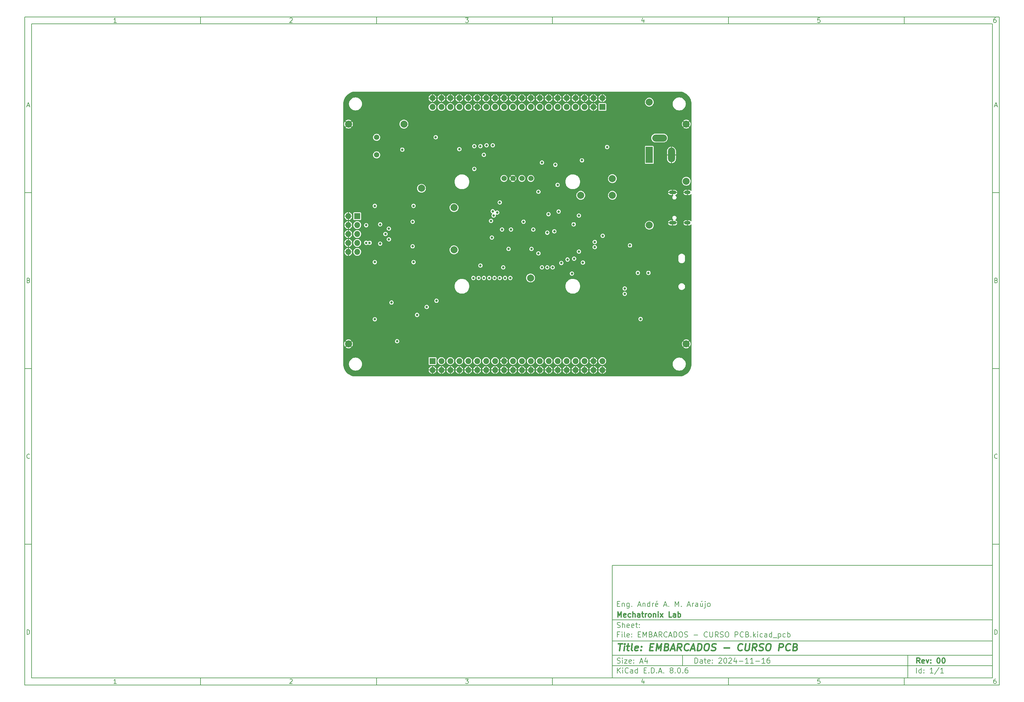
<source format=gbr>
%TF.GenerationSoftware,KiCad,Pcbnew,8.0.6*%
%TF.CreationDate,2024-11-24T17:50:57-03:00*%
%TF.ProjectId,EMBARCADOS - CURSO PCB,454d4241-5243-4414-944f-53202d204355,00*%
%TF.SameCoordinates,Original*%
%TF.FileFunction,Copper,L2,Inr*%
%TF.FilePolarity,Positive*%
%FSLAX46Y46*%
G04 Gerber Fmt 4.6, Leading zero omitted, Abs format (unit mm)*
G04 Created by KiCad (PCBNEW 8.0.6) date 2024-11-24 17:50:57*
%MOMM*%
%LPD*%
G01*
G04 APERTURE LIST*
%ADD10C,0.100000*%
%ADD11C,0.150000*%
%ADD12C,0.300000*%
%ADD13C,0.400000*%
%TA.AperFunction,ComponentPad*%
%ADD14C,2.000000*%
%TD*%
%TA.AperFunction,ComponentPad*%
%ADD15R,1.700000X1.700000*%
%TD*%
%TA.AperFunction,ComponentPad*%
%ADD16O,1.700000X1.700000*%
%TD*%
%TA.AperFunction,ComponentPad*%
%ADD17O,2.100000X1.000000*%
%TD*%
%TA.AperFunction,ComponentPad*%
%ADD18O,1.800000X1.000000*%
%TD*%
%TA.AperFunction,ComponentPad*%
%ADD19R,2.000000X4.600000*%
%TD*%
%TA.AperFunction,ComponentPad*%
%ADD20O,2.000000X4.200000*%
%TD*%
%TA.AperFunction,ComponentPad*%
%ADD21O,4.200000X2.000000*%
%TD*%
%TA.AperFunction,ComponentPad*%
%ADD22C,1.500000*%
%TD*%
%TA.AperFunction,ViaPad*%
%ADD23C,0.700000*%
%TD*%
G04 APERTURE END LIST*
D10*
D11*
X177002200Y-166007200D02*
X285002200Y-166007200D01*
X285002200Y-198007200D01*
X177002200Y-198007200D01*
X177002200Y-166007200D01*
D10*
D11*
X10000000Y-10000000D02*
X287002200Y-10000000D01*
X287002200Y-200007200D01*
X10000000Y-200007200D01*
X10000000Y-10000000D01*
D10*
D11*
X12000000Y-12000000D02*
X285002200Y-12000000D01*
X285002200Y-198007200D01*
X12000000Y-198007200D01*
X12000000Y-12000000D01*
D10*
D11*
X60000000Y-12000000D02*
X60000000Y-10000000D01*
D10*
D11*
X110000000Y-12000000D02*
X110000000Y-10000000D01*
D10*
D11*
X160000000Y-12000000D02*
X160000000Y-10000000D01*
D10*
D11*
X210000000Y-12000000D02*
X210000000Y-10000000D01*
D10*
D11*
X260000000Y-12000000D02*
X260000000Y-10000000D01*
D10*
D11*
X36089160Y-11593604D02*
X35346303Y-11593604D01*
X35717731Y-11593604D02*
X35717731Y-10293604D01*
X35717731Y-10293604D02*
X35593922Y-10479319D01*
X35593922Y-10479319D02*
X35470112Y-10603128D01*
X35470112Y-10603128D02*
X35346303Y-10665033D01*
D10*
D11*
X85346303Y-10417414D02*
X85408207Y-10355509D01*
X85408207Y-10355509D02*
X85532017Y-10293604D01*
X85532017Y-10293604D02*
X85841541Y-10293604D01*
X85841541Y-10293604D02*
X85965350Y-10355509D01*
X85965350Y-10355509D02*
X86027255Y-10417414D01*
X86027255Y-10417414D02*
X86089160Y-10541223D01*
X86089160Y-10541223D02*
X86089160Y-10665033D01*
X86089160Y-10665033D02*
X86027255Y-10850747D01*
X86027255Y-10850747D02*
X85284398Y-11593604D01*
X85284398Y-11593604D02*
X86089160Y-11593604D01*
D10*
D11*
X135284398Y-10293604D02*
X136089160Y-10293604D01*
X136089160Y-10293604D02*
X135655826Y-10788842D01*
X135655826Y-10788842D02*
X135841541Y-10788842D01*
X135841541Y-10788842D02*
X135965350Y-10850747D01*
X135965350Y-10850747D02*
X136027255Y-10912652D01*
X136027255Y-10912652D02*
X136089160Y-11036461D01*
X136089160Y-11036461D02*
X136089160Y-11345985D01*
X136089160Y-11345985D02*
X136027255Y-11469795D01*
X136027255Y-11469795D02*
X135965350Y-11531700D01*
X135965350Y-11531700D02*
X135841541Y-11593604D01*
X135841541Y-11593604D02*
X135470112Y-11593604D01*
X135470112Y-11593604D02*
X135346303Y-11531700D01*
X135346303Y-11531700D02*
X135284398Y-11469795D01*
D10*
D11*
X185965350Y-10726938D02*
X185965350Y-11593604D01*
X185655826Y-10231700D02*
X185346303Y-11160271D01*
X185346303Y-11160271D02*
X186151064Y-11160271D01*
D10*
D11*
X236027255Y-10293604D02*
X235408207Y-10293604D01*
X235408207Y-10293604D02*
X235346303Y-10912652D01*
X235346303Y-10912652D02*
X235408207Y-10850747D01*
X235408207Y-10850747D02*
X235532017Y-10788842D01*
X235532017Y-10788842D02*
X235841541Y-10788842D01*
X235841541Y-10788842D02*
X235965350Y-10850747D01*
X235965350Y-10850747D02*
X236027255Y-10912652D01*
X236027255Y-10912652D02*
X236089160Y-11036461D01*
X236089160Y-11036461D02*
X236089160Y-11345985D01*
X236089160Y-11345985D02*
X236027255Y-11469795D01*
X236027255Y-11469795D02*
X235965350Y-11531700D01*
X235965350Y-11531700D02*
X235841541Y-11593604D01*
X235841541Y-11593604D02*
X235532017Y-11593604D01*
X235532017Y-11593604D02*
X235408207Y-11531700D01*
X235408207Y-11531700D02*
X235346303Y-11469795D01*
D10*
D11*
X285965350Y-10293604D02*
X285717731Y-10293604D01*
X285717731Y-10293604D02*
X285593922Y-10355509D01*
X285593922Y-10355509D02*
X285532017Y-10417414D01*
X285532017Y-10417414D02*
X285408207Y-10603128D01*
X285408207Y-10603128D02*
X285346303Y-10850747D01*
X285346303Y-10850747D02*
X285346303Y-11345985D01*
X285346303Y-11345985D02*
X285408207Y-11469795D01*
X285408207Y-11469795D02*
X285470112Y-11531700D01*
X285470112Y-11531700D02*
X285593922Y-11593604D01*
X285593922Y-11593604D02*
X285841541Y-11593604D01*
X285841541Y-11593604D02*
X285965350Y-11531700D01*
X285965350Y-11531700D02*
X286027255Y-11469795D01*
X286027255Y-11469795D02*
X286089160Y-11345985D01*
X286089160Y-11345985D02*
X286089160Y-11036461D01*
X286089160Y-11036461D02*
X286027255Y-10912652D01*
X286027255Y-10912652D02*
X285965350Y-10850747D01*
X285965350Y-10850747D02*
X285841541Y-10788842D01*
X285841541Y-10788842D02*
X285593922Y-10788842D01*
X285593922Y-10788842D02*
X285470112Y-10850747D01*
X285470112Y-10850747D02*
X285408207Y-10912652D01*
X285408207Y-10912652D02*
X285346303Y-11036461D01*
D10*
D11*
X60000000Y-198007200D02*
X60000000Y-200007200D01*
D10*
D11*
X110000000Y-198007200D02*
X110000000Y-200007200D01*
D10*
D11*
X160000000Y-198007200D02*
X160000000Y-200007200D01*
D10*
D11*
X210000000Y-198007200D02*
X210000000Y-200007200D01*
D10*
D11*
X260000000Y-198007200D02*
X260000000Y-200007200D01*
D10*
D11*
X36089160Y-199600804D02*
X35346303Y-199600804D01*
X35717731Y-199600804D02*
X35717731Y-198300804D01*
X35717731Y-198300804D02*
X35593922Y-198486519D01*
X35593922Y-198486519D02*
X35470112Y-198610328D01*
X35470112Y-198610328D02*
X35346303Y-198672233D01*
D10*
D11*
X85346303Y-198424614D02*
X85408207Y-198362709D01*
X85408207Y-198362709D02*
X85532017Y-198300804D01*
X85532017Y-198300804D02*
X85841541Y-198300804D01*
X85841541Y-198300804D02*
X85965350Y-198362709D01*
X85965350Y-198362709D02*
X86027255Y-198424614D01*
X86027255Y-198424614D02*
X86089160Y-198548423D01*
X86089160Y-198548423D02*
X86089160Y-198672233D01*
X86089160Y-198672233D02*
X86027255Y-198857947D01*
X86027255Y-198857947D02*
X85284398Y-199600804D01*
X85284398Y-199600804D02*
X86089160Y-199600804D01*
D10*
D11*
X135284398Y-198300804D02*
X136089160Y-198300804D01*
X136089160Y-198300804D02*
X135655826Y-198796042D01*
X135655826Y-198796042D02*
X135841541Y-198796042D01*
X135841541Y-198796042D02*
X135965350Y-198857947D01*
X135965350Y-198857947D02*
X136027255Y-198919852D01*
X136027255Y-198919852D02*
X136089160Y-199043661D01*
X136089160Y-199043661D02*
X136089160Y-199353185D01*
X136089160Y-199353185D02*
X136027255Y-199476995D01*
X136027255Y-199476995D02*
X135965350Y-199538900D01*
X135965350Y-199538900D02*
X135841541Y-199600804D01*
X135841541Y-199600804D02*
X135470112Y-199600804D01*
X135470112Y-199600804D02*
X135346303Y-199538900D01*
X135346303Y-199538900D02*
X135284398Y-199476995D01*
D10*
D11*
X185965350Y-198734138D02*
X185965350Y-199600804D01*
X185655826Y-198238900D02*
X185346303Y-199167471D01*
X185346303Y-199167471D02*
X186151064Y-199167471D01*
D10*
D11*
X236027255Y-198300804D02*
X235408207Y-198300804D01*
X235408207Y-198300804D02*
X235346303Y-198919852D01*
X235346303Y-198919852D02*
X235408207Y-198857947D01*
X235408207Y-198857947D02*
X235532017Y-198796042D01*
X235532017Y-198796042D02*
X235841541Y-198796042D01*
X235841541Y-198796042D02*
X235965350Y-198857947D01*
X235965350Y-198857947D02*
X236027255Y-198919852D01*
X236027255Y-198919852D02*
X236089160Y-199043661D01*
X236089160Y-199043661D02*
X236089160Y-199353185D01*
X236089160Y-199353185D02*
X236027255Y-199476995D01*
X236027255Y-199476995D02*
X235965350Y-199538900D01*
X235965350Y-199538900D02*
X235841541Y-199600804D01*
X235841541Y-199600804D02*
X235532017Y-199600804D01*
X235532017Y-199600804D02*
X235408207Y-199538900D01*
X235408207Y-199538900D02*
X235346303Y-199476995D01*
D10*
D11*
X285965350Y-198300804D02*
X285717731Y-198300804D01*
X285717731Y-198300804D02*
X285593922Y-198362709D01*
X285593922Y-198362709D02*
X285532017Y-198424614D01*
X285532017Y-198424614D02*
X285408207Y-198610328D01*
X285408207Y-198610328D02*
X285346303Y-198857947D01*
X285346303Y-198857947D02*
X285346303Y-199353185D01*
X285346303Y-199353185D02*
X285408207Y-199476995D01*
X285408207Y-199476995D02*
X285470112Y-199538900D01*
X285470112Y-199538900D02*
X285593922Y-199600804D01*
X285593922Y-199600804D02*
X285841541Y-199600804D01*
X285841541Y-199600804D02*
X285965350Y-199538900D01*
X285965350Y-199538900D02*
X286027255Y-199476995D01*
X286027255Y-199476995D02*
X286089160Y-199353185D01*
X286089160Y-199353185D02*
X286089160Y-199043661D01*
X286089160Y-199043661D02*
X286027255Y-198919852D01*
X286027255Y-198919852D02*
X285965350Y-198857947D01*
X285965350Y-198857947D02*
X285841541Y-198796042D01*
X285841541Y-198796042D02*
X285593922Y-198796042D01*
X285593922Y-198796042D02*
X285470112Y-198857947D01*
X285470112Y-198857947D02*
X285408207Y-198919852D01*
X285408207Y-198919852D02*
X285346303Y-199043661D01*
D10*
D11*
X10000000Y-60000000D02*
X12000000Y-60000000D01*
D10*
D11*
X10000000Y-110000000D02*
X12000000Y-110000000D01*
D10*
D11*
X10000000Y-160000000D02*
X12000000Y-160000000D01*
D10*
D11*
X10690476Y-35222176D02*
X11309523Y-35222176D01*
X10566666Y-35593604D02*
X10999999Y-34293604D01*
X10999999Y-34293604D02*
X11433333Y-35593604D01*
D10*
D11*
X11092857Y-84912652D02*
X11278571Y-84974557D01*
X11278571Y-84974557D02*
X11340476Y-85036461D01*
X11340476Y-85036461D02*
X11402380Y-85160271D01*
X11402380Y-85160271D02*
X11402380Y-85345985D01*
X11402380Y-85345985D02*
X11340476Y-85469795D01*
X11340476Y-85469795D02*
X11278571Y-85531700D01*
X11278571Y-85531700D02*
X11154761Y-85593604D01*
X11154761Y-85593604D02*
X10659523Y-85593604D01*
X10659523Y-85593604D02*
X10659523Y-84293604D01*
X10659523Y-84293604D02*
X11092857Y-84293604D01*
X11092857Y-84293604D02*
X11216666Y-84355509D01*
X11216666Y-84355509D02*
X11278571Y-84417414D01*
X11278571Y-84417414D02*
X11340476Y-84541223D01*
X11340476Y-84541223D02*
X11340476Y-84665033D01*
X11340476Y-84665033D02*
X11278571Y-84788842D01*
X11278571Y-84788842D02*
X11216666Y-84850747D01*
X11216666Y-84850747D02*
X11092857Y-84912652D01*
X11092857Y-84912652D02*
X10659523Y-84912652D01*
D10*
D11*
X11402380Y-135469795D02*
X11340476Y-135531700D01*
X11340476Y-135531700D02*
X11154761Y-135593604D01*
X11154761Y-135593604D02*
X11030952Y-135593604D01*
X11030952Y-135593604D02*
X10845238Y-135531700D01*
X10845238Y-135531700D02*
X10721428Y-135407890D01*
X10721428Y-135407890D02*
X10659523Y-135284080D01*
X10659523Y-135284080D02*
X10597619Y-135036461D01*
X10597619Y-135036461D02*
X10597619Y-134850747D01*
X10597619Y-134850747D02*
X10659523Y-134603128D01*
X10659523Y-134603128D02*
X10721428Y-134479319D01*
X10721428Y-134479319D02*
X10845238Y-134355509D01*
X10845238Y-134355509D02*
X11030952Y-134293604D01*
X11030952Y-134293604D02*
X11154761Y-134293604D01*
X11154761Y-134293604D02*
X11340476Y-134355509D01*
X11340476Y-134355509D02*
X11402380Y-134417414D01*
D10*
D11*
X10659523Y-185593604D02*
X10659523Y-184293604D01*
X10659523Y-184293604D02*
X10969047Y-184293604D01*
X10969047Y-184293604D02*
X11154761Y-184355509D01*
X11154761Y-184355509D02*
X11278571Y-184479319D01*
X11278571Y-184479319D02*
X11340476Y-184603128D01*
X11340476Y-184603128D02*
X11402380Y-184850747D01*
X11402380Y-184850747D02*
X11402380Y-185036461D01*
X11402380Y-185036461D02*
X11340476Y-185284080D01*
X11340476Y-185284080D02*
X11278571Y-185407890D01*
X11278571Y-185407890D02*
X11154761Y-185531700D01*
X11154761Y-185531700D02*
X10969047Y-185593604D01*
X10969047Y-185593604D02*
X10659523Y-185593604D01*
D10*
D11*
X287002200Y-60000000D02*
X285002200Y-60000000D01*
D10*
D11*
X287002200Y-110000000D02*
X285002200Y-110000000D01*
D10*
D11*
X287002200Y-160000000D02*
X285002200Y-160000000D01*
D10*
D11*
X285692676Y-35222176D02*
X286311723Y-35222176D01*
X285568866Y-35593604D02*
X286002199Y-34293604D01*
X286002199Y-34293604D02*
X286435533Y-35593604D01*
D10*
D11*
X286095057Y-84912652D02*
X286280771Y-84974557D01*
X286280771Y-84974557D02*
X286342676Y-85036461D01*
X286342676Y-85036461D02*
X286404580Y-85160271D01*
X286404580Y-85160271D02*
X286404580Y-85345985D01*
X286404580Y-85345985D02*
X286342676Y-85469795D01*
X286342676Y-85469795D02*
X286280771Y-85531700D01*
X286280771Y-85531700D02*
X286156961Y-85593604D01*
X286156961Y-85593604D02*
X285661723Y-85593604D01*
X285661723Y-85593604D02*
X285661723Y-84293604D01*
X285661723Y-84293604D02*
X286095057Y-84293604D01*
X286095057Y-84293604D02*
X286218866Y-84355509D01*
X286218866Y-84355509D02*
X286280771Y-84417414D01*
X286280771Y-84417414D02*
X286342676Y-84541223D01*
X286342676Y-84541223D02*
X286342676Y-84665033D01*
X286342676Y-84665033D02*
X286280771Y-84788842D01*
X286280771Y-84788842D02*
X286218866Y-84850747D01*
X286218866Y-84850747D02*
X286095057Y-84912652D01*
X286095057Y-84912652D02*
X285661723Y-84912652D01*
D10*
D11*
X286404580Y-135469795D02*
X286342676Y-135531700D01*
X286342676Y-135531700D02*
X286156961Y-135593604D01*
X286156961Y-135593604D02*
X286033152Y-135593604D01*
X286033152Y-135593604D02*
X285847438Y-135531700D01*
X285847438Y-135531700D02*
X285723628Y-135407890D01*
X285723628Y-135407890D02*
X285661723Y-135284080D01*
X285661723Y-135284080D02*
X285599819Y-135036461D01*
X285599819Y-135036461D02*
X285599819Y-134850747D01*
X285599819Y-134850747D02*
X285661723Y-134603128D01*
X285661723Y-134603128D02*
X285723628Y-134479319D01*
X285723628Y-134479319D02*
X285847438Y-134355509D01*
X285847438Y-134355509D02*
X286033152Y-134293604D01*
X286033152Y-134293604D02*
X286156961Y-134293604D01*
X286156961Y-134293604D02*
X286342676Y-134355509D01*
X286342676Y-134355509D02*
X286404580Y-134417414D01*
D10*
D11*
X285661723Y-185593604D02*
X285661723Y-184293604D01*
X285661723Y-184293604D02*
X285971247Y-184293604D01*
X285971247Y-184293604D02*
X286156961Y-184355509D01*
X286156961Y-184355509D02*
X286280771Y-184479319D01*
X286280771Y-184479319D02*
X286342676Y-184603128D01*
X286342676Y-184603128D02*
X286404580Y-184850747D01*
X286404580Y-184850747D02*
X286404580Y-185036461D01*
X286404580Y-185036461D02*
X286342676Y-185284080D01*
X286342676Y-185284080D02*
X286280771Y-185407890D01*
X286280771Y-185407890D02*
X286156961Y-185531700D01*
X286156961Y-185531700D02*
X285971247Y-185593604D01*
X285971247Y-185593604D02*
X285661723Y-185593604D01*
D10*
D11*
X200458026Y-193793328D02*
X200458026Y-192293328D01*
X200458026Y-192293328D02*
X200815169Y-192293328D01*
X200815169Y-192293328D02*
X201029455Y-192364757D01*
X201029455Y-192364757D02*
X201172312Y-192507614D01*
X201172312Y-192507614D02*
X201243741Y-192650471D01*
X201243741Y-192650471D02*
X201315169Y-192936185D01*
X201315169Y-192936185D02*
X201315169Y-193150471D01*
X201315169Y-193150471D02*
X201243741Y-193436185D01*
X201243741Y-193436185D02*
X201172312Y-193579042D01*
X201172312Y-193579042D02*
X201029455Y-193721900D01*
X201029455Y-193721900D02*
X200815169Y-193793328D01*
X200815169Y-193793328D02*
X200458026Y-193793328D01*
X202600884Y-193793328D02*
X202600884Y-193007614D01*
X202600884Y-193007614D02*
X202529455Y-192864757D01*
X202529455Y-192864757D02*
X202386598Y-192793328D01*
X202386598Y-192793328D02*
X202100884Y-192793328D01*
X202100884Y-192793328D02*
X201958026Y-192864757D01*
X202600884Y-193721900D02*
X202458026Y-193793328D01*
X202458026Y-193793328D02*
X202100884Y-193793328D01*
X202100884Y-193793328D02*
X201958026Y-193721900D01*
X201958026Y-193721900D02*
X201886598Y-193579042D01*
X201886598Y-193579042D02*
X201886598Y-193436185D01*
X201886598Y-193436185D02*
X201958026Y-193293328D01*
X201958026Y-193293328D02*
X202100884Y-193221900D01*
X202100884Y-193221900D02*
X202458026Y-193221900D01*
X202458026Y-193221900D02*
X202600884Y-193150471D01*
X203100884Y-192793328D02*
X203672312Y-192793328D01*
X203315169Y-192293328D02*
X203315169Y-193579042D01*
X203315169Y-193579042D02*
X203386598Y-193721900D01*
X203386598Y-193721900D02*
X203529455Y-193793328D01*
X203529455Y-193793328D02*
X203672312Y-193793328D01*
X204743741Y-193721900D02*
X204600884Y-193793328D01*
X204600884Y-193793328D02*
X204315170Y-193793328D01*
X204315170Y-193793328D02*
X204172312Y-193721900D01*
X204172312Y-193721900D02*
X204100884Y-193579042D01*
X204100884Y-193579042D02*
X204100884Y-193007614D01*
X204100884Y-193007614D02*
X204172312Y-192864757D01*
X204172312Y-192864757D02*
X204315170Y-192793328D01*
X204315170Y-192793328D02*
X204600884Y-192793328D01*
X204600884Y-192793328D02*
X204743741Y-192864757D01*
X204743741Y-192864757D02*
X204815170Y-193007614D01*
X204815170Y-193007614D02*
X204815170Y-193150471D01*
X204815170Y-193150471D02*
X204100884Y-193293328D01*
X205458026Y-193650471D02*
X205529455Y-193721900D01*
X205529455Y-193721900D02*
X205458026Y-193793328D01*
X205458026Y-193793328D02*
X205386598Y-193721900D01*
X205386598Y-193721900D02*
X205458026Y-193650471D01*
X205458026Y-193650471D02*
X205458026Y-193793328D01*
X205458026Y-192864757D02*
X205529455Y-192936185D01*
X205529455Y-192936185D02*
X205458026Y-193007614D01*
X205458026Y-193007614D02*
X205386598Y-192936185D01*
X205386598Y-192936185D02*
X205458026Y-192864757D01*
X205458026Y-192864757D02*
X205458026Y-193007614D01*
X207243741Y-192436185D02*
X207315169Y-192364757D01*
X207315169Y-192364757D02*
X207458027Y-192293328D01*
X207458027Y-192293328D02*
X207815169Y-192293328D01*
X207815169Y-192293328D02*
X207958027Y-192364757D01*
X207958027Y-192364757D02*
X208029455Y-192436185D01*
X208029455Y-192436185D02*
X208100884Y-192579042D01*
X208100884Y-192579042D02*
X208100884Y-192721900D01*
X208100884Y-192721900D02*
X208029455Y-192936185D01*
X208029455Y-192936185D02*
X207172312Y-193793328D01*
X207172312Y-193793328D02*
X208100884Y-193793328D01*
X209029455Y-192293328D02*
X209172312Y-192293328D01*
X209172312Y-192293328D02*
X209315169Y-192364757D01*
X209315169Y-192364757D02*
X209386598Y-192436185D01*
X209386598Y-192436185D02*
X209458026Y-192579042D01*
X209458026Y-192579042D02*
X209529455Y-192864757D01*
X209529455Y-192864757D02*
X209529455Y-193221900D01*
X209529455Y-193221900D02*
X209458026Y-193507614D01*
X209458026Y-193507614D02*
X209386598Y-193650471D01*
X209386598Y-193650471D02*
X209315169Y-193721900D01*
X209315169Y-193721900D02*
X209172312Y-193793328D01*
X209172312Y-193793328D02*
X209029455Y-193793328D01*
X209029455Y-193793328D02*
X208886598Y-193721900D01*
X208886598Y-193721900D02*
X208815169Y-193650471D01*
X208815169Y-193650471D02*
X208743740Y-193507614D01*
X208743740Y-193507614D02*
X208672312Y-193221900D01*
X208672312Y-193221900D02*
X208672312Y-192864757D01*
X208672312Y-192864757D02*
X208743740Y-192579042D01*
X208743740Y-192579042D02*
X208815169Y-192436185D01*
X208815169Y-192436185D02*
X208886598Y-192364757D01*
X208886598Y-192364757D02*
X209029455Y-192293328D01*
X210100883Y-192436185D02*
X210172311Y-192364757D01*
X210172311Y-192364757D02*
X210315169Y-192293328D01*
X210315169Y-192293328D02*
X210672311Y-192293328D01*
X210672311Y-192293328D02*
X210815169Y-192364757D01*
X210815169Y-192364757D02*
X210886597Y-192436185D01*
X210886597Y-192436185D02*
X210958026Y-192579042D01*
X210958026Y-192579042D02*
X210958026Y-192721900D01*
X210958026Y-192721900D02*
X210886597Y-192936185D01*
X210886597Y-192936185D02*
X210029454Y-193793328D01*
X210029454Y-193793328D02*
X210958026Y-193793328D01*
X212243740Y-192793328D02*
X212243740Y-193793328D01*
X211886597Y-192221900D02*
X211529454Y-193293328D01*
X211529454Y-193293328D02*
X212458025Y-193293328D01*
X213029453Y-193221900D02*
X214172311Y-193221900D01*
X215672311Y-193793328D02*
X214815168Y-193793328D01*
X215243739Y-193793328D02*
X215243739Y-192293328D01*
X215243739Y-192293328D02*
X215100882Y-192507614D01*
X215100882Y-192507614D02*
X214958025Y-192650471D01*
X214958025Y-192650471D02*
X214815168Y-192721900D01*
X217100882Y-193793328D02*
X216243739Y-193793328D01*
X216672310Y-193793328D02*
X216672310Y-192293328D01*
X216672310Y-192293328D02*
X216529453Y-192507614D01*
X216529453Y-192507614D02*
X216386596Y-192650471D01*
X216386596Y-192650471D02*
X216243739Y-192721900D01*
X217743738Y-193221900D02*
X218886596Y-193221900D01*
X220386596Y-193793328D02*
X219529453Y-193793328D01*
X219958024Y-193793328D02*
X219958024Y-192293328D01*
X219958024Y-192293328D02*
X219815167Y-192507614D01*
X219815167Y-192507614D02*
X219672310Y-192650471D01*
X219672310Y-192650471D02*
X219529453Y-192721900D01*
X221672310Y-192293328D02*
X221386595Y-192293328D01*
X221386595Y-192293328D02*
X221243738Y-192364757D01*
X221243738Y-192364757D02*
X221172310Y-192436185D01*
X221172310Y-192436185D02*
X221029452Y-192650471D01*
X221029452Y-192650471D02*
X220958024Y-192936185D01*
X220958024Y-192936185D02*
X220958024Y-193507614D01*
X220958024Y-193507614D02*
X221029452Y-193650471D01*
X221029452Y-193650471D02*
X221100881Y-193721900D01*
X221100881Y-193721900D02*
X221243738Y-193793328D01*
X221243738Y-193793328D02*
X221529452Y-193793328D01*
X221529452Y-193793328D02*
X221672310Y-193721900D01*
X221672310Y-193721900D02*
X221743738Y-193650471D01*
X221743738Y-193650471D02*
X221815167Y-193507614D01*
X221815167Y-193507614D02*
X221815167Y-193150471D01*
X221815167Y-193150471D02*
X221743738Y-193007614D01*
X221743738Y-193007614D02*
X221672310Y-192936185D01*
X221672310Y-192936185D02*
X221529452Y-192864757D01*
X221529452Y-192864757D02*
X221243738Y-192864757D01*
X221243738Y-192864757D02*
X221100881Y-192936185D01*
X221100881Y-192936185D02*
X221029452Y-193007614D01*
X221029452Y-193007614D02*
X220958024Y-193150471D01*
D10*
D11*
X177002200Y-194507200D02*
X285002200Y-194507200D01*
D10*
D11*
X178458026Y-196593328D02*
X178458026Y-195093328D01*
X179315169Y-196593328D02*
X178672312Y-195736185D01*
X179315169Y-195093328D02*
X178458026Y-195950471D01*
X179958026Y-196593328D02*
X179958026Y-195593328D01*
X179958026Y-195093328D02*
X179886598Y-195164757D01*
X179886598Y-195164757D02*
X179958026Y-195236185D01*
X179958026Y-195236185D02*
X180029455Y-195164757D01*
X180029455Y-195164757D02*
X179958026Y-195093328D01*
X179958026Y-195093328D02*
X179958026Y-195236185D01*
X181529455Y-196450471D02*
X181458027Y-196521900D01*
X181458027Y-196521900D02*
X181243741Y-196593328D01*
X181243741Y-196593328D02*
X181100884Y-196593328D01*
X181100884Y-196593328D02*
X180886598Y-196521900D01*
X180886598Y-196521900D02*
X180743741Y-196379042D01*
X180743741Y-196379042D02*
X180672312Y-196236185D01*
X180672312Y-196236185D02*
X180600884Y-195950471D01*
X180600884Y-195950471D02*
X180600884Y-195736185D01*
X180600884Y-195736185D02*
X180672312Y-195450471D01*
X180672312Y-195450471D02*
X180743741Y-195307614D01*
X180743741Y-195307614D02*
X180886598Y-195164757D01*
X180886598Y-195164757D02*
X181100884Y-195093328D01*
X181100884Y-195093328D02*
X181243741Y-195093328D01*
X181243741Y-195093328D02*
X181458027Y-195164757D01*
X181458027Y-195164757D02*
X181529455Y-195236185D01*
X182815170Y-196593328D02*
X182815170Y-195807614D01*
X182815170Y-195807614D02*
X182743741Y-195664757D01*
X182743741Y-195664757D02*
X182600884Y-195593328D01*
X182600884Y-195593328D02*
X182315170Y-195593328D01*
X182315170Y-195593328D02*
X182172312Y-195664757D01*
X182815170Y-196521900D02*
X182672312Y-196593328D01*
X182672312Y-196593328D02*
X182315170Y-196593328D01*
X182315170Y-196593328D02*
X182172312Y-196521900D01*
X182172312Y-196521900D02*
X182100884Y-196379042D01*
X182100884Y-196379042D02*
X182100884Y-196236185D01*
X182100884Y-196236185D02*
X182172312Y-196093328D01*
X182172312Y-196093328D02*
X182315170Y-196021900D01*
X182315170Y-196021900D02*
X182672312Y-196021900D01*
X182672312Y-196021900D02*
X182815170Y-195950471D01*
X184172313Y-196593328D02*
X184172313Y-195093328D01*
X184172313Y-196521900D02*
X184029455Y-196593328D01*
X184029455Y-196593328D02*
X183743741Y-196593328D01*
X183743741Y-196593328D02*
X183600884Y-196521900D01*
X183600884Y-196521900D02*
X183529455Y-196450471D01*
X183529455Y-196450471D02*
X183458027Y-196307614D01*
X183458027Y-196307614D02*
X183458027Y-195879042D01*
X183458027Y-195879042D02*
X183529455Y-195736185D01*
X183529455Y-195736185D02*
X183600884Y-195664757D01*
X183600884Y-195664757D02*
X183743741Y-195593328D01*
X183743741Y-195593328D02*
X184029455Y-195593328D01*
X184029455Y-195593328D02*
X184172313Y-195664757D01*
X186029455Y-195807614D02*
X186529455Y-195807614D01*
X186743741Y-196593328D02*
X186029455Y-196593328D01*
X186029455Y-196593328D02*
X186029455Y-195093328D01*
X186029455Y-195093328D02*
X186743741Y-195093328D01*
X187386598Y-196450471D02*
X187458027Y-196521900D01*
X187458027Y-196521900D02*
X187386598Y-196593328D01*
X187386598Y-196593328D02*
X187315170Y-196521900D01*
X187315170Y-196521900D02*
X187386598Y-196450471D01*
X187386598Y-196450471D02*
X187386598Y-196593328D01*
X188100884Y-196593328D02*
X188100884Y-195093328D01*
X188100884Y-195093328D02*
X188458027Y-195093328D01*
X188458027Y-195093328D02*
X188672313Y-195164757D01*
X188672313Y-195164757D02*
X188815170Y-195307614D01*
X188815170Y-195307614D02*
X188886599Y-195450471D01*
X188886599Y-195450471D02*
X188958027Y-195736185D01*
X188958027Y-195736185D02*
X188958027Y-195950471D01*
X188958027Y-195950471D02*
X188886599Y-196236185D01*
X188886599Y-196236185D02*
X188815170Y-196379042D01*
X188815170Y-196379042D02*
X188672313Y-196521900D01*
X188672313Y-196521900D02*
X188458027Y-196593328D01*
X188458027Y-196593328D02*
X188100884Y-196593328D01*
X189600884Y-196450471D02*
X189672313Y-196521900D01*
X189672313Y-196521900D02*
X189600884Y-196593328D01*
X189600884Y-196593328D02*
X189529456Y-196521900D01*
X189529456Y-196521900D02*
X189600884Y-196450471D01*
X189600884Y-196450471D02*
X189600884Y-196593328D01*
X190243742Y-196164757D02*
X190958028Y-196164757D01*
X190100885Y-196593328D02*
X190600885Y-195093328D01*
X190600885Y-195093328D02*
X191100885Y-196593328D01*
X191600884Y-196450471D02*
X191672313Y-196521900D01*
X191672313Y-196521900D02*
X191600884Y-196593328D01*
X191600884Y-196593328D02*
X191529456Y-196521900D01*
X191529456Y-196521900D02*
X191600884Y-196450471D01*
X191600884Y-196450471D02*
X191600884Y-196593328D01*
X193672313Y-195736185D02*
X193529456Y-195664757D01*
X193529456Y-195664757D02*
X193458027Y-195593328D01*
X193458027Y-195593328D02*
X193386599Y-195450471D01*
X193386599Y-195450471D02*
X193386599Y-195379042D01*
X193386599Y-195379042D02*
X193458027Y-195236185D01*
X193458027Y-195236185D02*
X193529456Y-195164757D01*
X193529456Y-195164757D02*
X193672313Y-195093328D01*
X193672313Y-195093328D02*
X193958027Y-195093328D01*
X193958027Y-195093328D02*
X194100885Y-195164757D01*
X194100885Y-195164757D02*
X194172313Y-195236185D01*
X194172313Y-195236185D02*
X194243742Y-195379042D01*
X194243742Y-195379042D02*
X194243742Y-195450471D01*
X194243742Y-195450471D02*
X194172313Y-195593328D01*
X194172313Y-195593328D02*
X194100885Y-195664757D01*
X194100885Y-195664757D02*
X193958027Y-195736185D01*
X193958027Y-195736185D02*
X193672313Y-195736185D01*
X193672313Y-195736185D02*
X193529456Y-195807614D01*
X193529456Y-195807614D02*
X193458027Y-195879042D01*
X193458027Y-195879042D02*
X193386599Y-196021900D01*
X193386599Y-196021900D02*
X193386599Y-196307614D01*
X193386599Y-196307614D02*
X193458027Y-196450471D01*
X193458027Y-196450471D02*
X193529456Y-196521900D01*
X193529456Y-196521900D02*
X193672313Y-196593328D01*
X193672313Y-196593328D02*
X193958027Y-196593328D01*
X193958027Y-196593328D02*
X194100885Y-196521900D01*
X194100885Y-196521900D02*
X194172313Y-196450471D01*
X194172313Y-196450471D02*
X194243742Y-196307614D01*
X194243742Y-196307614D02*
X194243742Y-196021900D01*
X194243742Y-196021900D02*
X194172313Y-195879042D01*
X194172313Y-195879042D02*
X194100885Y-195807614D01*
X194100885Y-195807614D02*
X193958027Y-195736185D01*
X194886598Y-196450471D02*
X194958027Y-196521900D01*
X194958027Y-196521900D02*
X194886598Y-196593328D01*
X194886598Y-196593328D02*
X194815170Y-196521900D01*
X194815170Y-196521900D02*
X194886598Y-196450471D01*
X194886598Y-196450471D02*
X194886598Y-196593328D01*
X195886599Y-195093328D02*
X196029456Y-195093328D01*
X196029456Y-195093328D02*
X196172313Y-195164757D01*
X196172313Y-195164757D02*
X196243742Y-195236185D01*
X196243742Y-195236185D02*
X196315170Y-195379042D01*
X196315170Y-195379042D02*
X196386599Y-195664757D01*
X196386599Y-195664757D02*
X196386599Y-196021900D01*
X196386599Y-196021900D02*
X196315170Y-196307614D01*
X196315170Y-196307614D02*
X196243742Y-196450471D01*
X196243742Y-196450471D02*
X196172313Y-196521900D01*
X196172313Y-196521900D02*
X196029456Y-196593328D01*
X196029456Y-196593328D02*
X195886599Y-196593328D01*
X195886599Y-196593328D02*
X195743742Y-196521900D01*
X195743742Y-196521900D02*
X195672313Y-196450471D01*
X195672313Y-196450471D02*
X195600884Y-196307614D01*
X195600884Y-196307614D02*
X195529456Y-196021900D01*
X195529456Y-196021900D02*
X195529456Y-195664757D01*
X195529456Y-195664757D02*
X195600884Y-195379042D01*
X195600884Y-195379042D02*
X195672313Y-195236185D01*
X195672313Y-195236185D02*
X195743742Y-195164757D01*
X195743742Y-195164757D02*
X195886599Y-195093328D01*
X197029455Y-196450471D02*
X197100884Y-196521900D01*
X197100884Y-196521900D02*
X197029455Y-196593328D01*
X197029455Y-196593328D02*
X196958027Y-196521900D01*
X196958027Y-196521900D02*
X197029455Y-196450471D01*
X197029455Y-196450471D02*
X197029455Y-196593328D01*
X198386599Y-195093328D02*
X198100884Y-195093328D01*
X198100884Y-195093328D02*
X197958027Y-195164757D01*
X197958027Y-195164757D02*
X197886599Y-195236185D01*
X197886599Y-195236185D02*
X197743741Y-195450471D01*
X197743741Y-195450471D02*
X197672313Y-195736185D01*
X197672313Y-195736185D02*
X197672313Y-196307614D01*
X197672313Y-196307614D02*
X197743741Y-196450471D01*
X197743741Y-196450471D02*
X197815170Y-196521900D01*
X197815170Y-196521900D02*
X197958027Y-196593328D01*
X197958027Y-196593328D02*
X198243741Y-196593328D01*
X198243741Y-196593328D02*
X198386599Y-196521900D01*
X198386599Y-196521900D02*
X198458027Y-196450471D01*
X198458027Y-196450471D02*
X198529456Y-196307614D01*
X198529456Y-196307614D02*
X198529456Y-195950471D01*
X198529456Y-195950471D02*
X198458027Y-195807614D01*
X198458027Y-195807614D02*
X198386599Y-195736185D01*
X198386599Y-195736185D02*
X198243741Y-195664757D01*
X198243741Y-195664757D02*
X197958027Y-195664757D01*
X197958027Y-195664757D02*
X197815170Y-195736185D01*
X197815170Y-195736185D02*
X197743741Y-195807614D01*
X197743741Y-195807614D02*
X197672313Y-195950471D01*
D10*
D11*
X177002200Y-191507200D02*
X285002200Y-191507200D01*
D10*
D12*
X264413853Y-193785528D02*
X263913853Y-193071242D01*
X263556710Y-193785528D02*
X263556710Y-192285528D01*
X263556710Y-192285528D02*
X264128139Y-192285528D01*
X264128139Y-192285528D02*
X264270996Y-192356957D01*
X264270996Y-192356957D02*
X264342425Y-192428385D01*
X264342425Y-192428385D02*
X264413853Y-192571242D01*
X264413853Y-192571242D02*
X264413853Y-192785528D01*
X264413853Y-192785528D02*
X264342425Y-192928385D01*
X264342425Y-192928385D02*
X264270996Y-192999814D01*
X264270996Y-192999814D02*
X264128139Y-193071242D01*
X264128139Y-193071242D02*
X263556710Y-193071242D01*
X265628139Y-193714100D02*
X265485282Y-193785528D01*
X265485282Y-193785528D02*
X265199568Y-193785528D01*
X265199568Y-193785528D02*
X265056710Y-193714100D01*
X265056710Y-193714100D02*
X264985282Y-193571242D01*
X264985282Y-193571242D02*
X264985282Y-192999814D01*
X264985282Y-192999814D02*
X265056710Y-192856957D01*
X265056710Y-192856957D02*
X265199568Y-192785528D01*
X265199568Y-192785528D02*
X265485282Y-192785528D01*
X265485282Y-192785528D02*
X265628139Y-192856957D01*
X265628139Y-192856957D02*
X265699568Y-192999814D01*
X265699568Y-192999814D02*
X265699568Y-193142671D01*
X265699568Y-193142671D02*
X264985282Y-193285528D01*
X266199567Y-192785528D02*
X266556710Y-193785528D01*
X266556710Y-193785528D02*
X266913853Y-192785528D01*
X267485281Y-193642671D02*
X267556710Y-193714100D01*
X267556710Y-193714100D02*
X267485281Y-193785528D01*
X267485281Y-193785528D02*
X267413853Y-193714100D01*
X267413853Y-193714100D02*
X267485281Y-193642671D01*
X267485281Y-193642671D02*
X267485281Y-193785528D01*
X267485281Y-192856957D02*
X267556710Y-192928385D01*
X267556710Y-192928385D02*
X267485281Y-192999814D01*
X267485281Y-192999814D02*
X267413853Y-192928385D01*
X267413853Y-192928385D02*
X267485281Y-192856957D01*
X267485281Y-192856957D02*
X267485281Y-192999814D01*
X269628139Y-192285528D02*
X269770996Y-192285528D01*
X269770996Y-192285528D02*
X269913853Y-192356957D01*
X269913853Y-192356957D02*
X269985282Y-192428385D01*
X269985282Y-192428385D02*
X270056710Y-192571242D01*
X270056710Y-192571242D02*
X270128139Y-192856957D01*
X270128139Y-192856957D02*
X270128139Y-193214100D01*
X270128139Y-193214100D02*
X270056710Y-193499814D01*
X270056710Y-193499814D02*
X269985282Y-193642671D01*
X269985282Y-193642671D02*
X269913853Y-193714100D01*
X269913853Y-193714100D02*
X269770996Y-193785528D01*
X269770996Y-193785528D02*
X269628139Y-193785528D01*
X269628139Y-193785528D02*
X269485282Y-193714100D01*
X269485282Y-193714100D02*
X269413853Y-193642671D01*
X269413853Y-193642671D02*
X269342424Y-193499814D01*
X269342424Y-193499814D02*
X269270996Y-193214100D01*
X269270996Y-193214100D02*
X269270996Y-192856957D01*
X269270996Y-192856957D02*
X269342424Y-192571242D01*
X269342424Y-192571242D02*
X269413853Y-192428385D01*
X269413853Y-192428385D02*
X269485282Y-192356957D01*
X269485282Y-192356957D02*
X269628139Y-192285528D01*
X271056710Y-192285528D02*
X271199567Y-192285528D01*
X271199567Y-192285528D02*
X271342424Y-192356957D01*
X271342424Y-192356957D02*
X271413853Y-192428385D01*
X271413853Y-192428385D02*
X271485281Y-192571242D01*
X271485281Y-192571242D02*
X271556710Y-192856957D01*
X271556710Y-192856957D02*
X271556710Y-193214100D01*
X271556710Y-193214100D02*
X271485281Y-193499814D01*
X271485281Y-193499814D02*
X271413853Y-193642671D01*
X271413853Y-193642671D02*
X271342424Y-193714100D01*
X271342424Y-193714100D02*
X271199567Y-193785528D01*
X271199567Y-193785528D02*
X271056710Y-193785528D01*
X271056710Y-193785528D02*
X270913853Y-193714100D01*
X270913853Y-193714100D02*
X270842424Y-193642671D01*
X270842424Y-193642671D02*
X270770995Y-193499814D01*
X270770995Y-193499814D02*
X270699567Y-193214100D01*
X270699567Y-193214100D02*
X270699567Y-192856957D01*
X270699567Y-192856957D02*
X270770995Y-192571242D01*
X270770995Y-192571242D02*
X270842424Y-192428385D01*
X270842424Y-192428385D02*
X270913853Y-192356957D01*
X270913853Y-192356957D02*
X271056710Y-192285528D01*
D10*
D11*
X178386598Y-193721900D02*
X178600884Y-193793328D01*
X178600884Y-193793328D02*
X178958026Y-193793328D01*
X178958026Y-193793328D02*
X179100884Y-193721900D01*
X179100884Y-193721900D02*
X179172312Y-193650471D01*
X179172312Y-193650471D02*
X179243741Y-193507614D01*
X179243741Y-193507614D02*
X179243741Y-193364757D01*
X179243741Y-193364757D02*
X179172312Y-193221900D01*
X179172312Y-193221900D02*
X179100884Y-193150471D01*
X179100884Y-193150471D02*
X178958026Y-193079042D01*
X178958026Y-193079042D02*
X178672312Y-193007614D01*
X178672312Y-193007614D02*
X178529455Y-192936185D01*
X178529455Y-192936185D02*
X178458026Y-192864757D01*
X178458026Y-192864757D02*
X178386598Y-192721900D01*
X178386598Y-192721900D02*
X178386598Y-192579042D01*
X178386598Y-192579042D02*
X178458026Y-192436185D01*
X178458026Y-192436185D02*
X178529455Y-192364757D01*
X178529455Y-192364757D02*
X178672312Y-192293328D01*
X178672312Y-192293328D02*
X179029455Y-192293328D01*
X179029455Y-192293328D02*
X179243741Y-192364757D01*
X179886597Y-193793328D02*
X179886597Y-192793328D01*
X179886597Y-192293328D02*
X179815169Y-192364757D01*
X179815169Y-192364757D02*
X179886597Y-192436185D01*
X179886597Y-192436185D02*
X179958026Y-192364757D01*
X179958026Y-192364757D02*
X179886597Y-192293328D01*
X179886597Y-192293328D02*
X179886597Y-192436185D01*
X180458026Y-192793328D02*
X181243741Y-192793328D01*
X181243741Y-192793328D02*
X180458026Y-193793328D01*
X180458026Y-193793328D02*
X181243741Y-193793328D01*
X182386598Y-193721900D02*
X182243741Y-193793328D01*
X182243741Y-193793328D02*
X181958027Y-193793328D01*
X181958027Y-193793328D02*
X181815169Y-193721900D01*
X181815169Y-193721900D02*
X181743741Y-193579042D01*
X181743741Y-193579042D02*
X181743741Y-193007614D01*
X181743741Y-193007614D02*
X181815169Y-192864757D01*
X181815169Y-192864757D02*
X181958027Y-192793328D01*
X181958027Y-192793328D02*
X182243741Y-192793328D01*
X182243741Y-192793328D02*
X182386598Y-192864757D01*
X182386598Y-192864757D02*
X182458027Y-193007614D01*
X182458027Y-193007614D02*
X182458027Y-193150471D01*
X182458027Y-193150471D02*
X181743741Y-193293328D01*
X183100883Y-193650471D02*
X183172312Y-193721900D01*
X183172312Y-193721900D02*
X183100883Y-193793328D01*
X183100883Y-193793328D02*
X183029455Y-193721900D01*
X183029455Y-193721900D02*
X183100883Y-193650471D01*
X183100883Y-193650471D02*
X183100883Y-193793328D01*
X183100883Y-192864757D02*
X183172312Y-192936185D01*
X183172312Y-192936185D02*
X183100883Y-193007614D01*
X183100883Y-193007614D02*
X183029455Y-192936185D01*
X183029455Y-192936185D02*
X183100883Y-192864757D01*
X183100883Y-192864757D02*
X183100883Y-193007614D01*
X184886598Y-193364757D02*
X185600884Y-193364757D01*
X184743741Y-193793328D02*
X185243741Y-192293328D01*
X185243741Y-192293328D02*
X185743741Y-193793328D01*
X186886598Y-192793328D02*
X186886598Y-193793328D01*
X186529455Y-192221900D02*
X186172312Y-193293328D01*
X186172312Y-193293328D02*
X187100883Y-193293328D01*
D10*
D11*
X263458026Y-196593328D02*
X263458026Y-195093328D01*
X264815170Y-196593328D02*
X264815170Y-195093328D01*
X264815170Y-196521900D02*
X264672312Y-196593328D01*
X264672312Y-196593328D02*
X264386598Y-196593328D01*
X264386598Y-196593328D02*
X264243741Y-196521900D01*
X264243741Y-196521900D02*
X264172312Y-196450471D01*
X264172312Y-196450471D02*
X264100884Y-196307614D01*
X264100884Y-196307614D02*
X264100884Y-195879042D01*
X264100884Y-195879042D02*
X264172312Y-195736185D01*
X264172312Y-195736185D02*
X264243741Y-195664757D01*
X264243741Y-195664757D02*
X264386598Y-195593328D01*
X264386598Y-195593328D02*
X264672312Y-195593328D01*
X264672312Y-195593328D02*
X264815170Y-195664757D01*
X265529455Y-196450471D02*
X265600884Y-196521900D01*
X265600884Y-196521900D02*
X265529455Y-196593328D01*
X265529455Y-196593328D02*
X265458027Y-196521900D01*
X265458027Y-196521900D02*
X265529455Y-196450471D01*
X265529455Y-196450471D02*
X265529455Y-196593328D01*
X265529455Y-195664757D02*
X265600884Y-195736185D01*
X265600884Y-195736185D02*
X265529455Y-195807614D01*
X265529455Y-195807614D02*
X265458027Y-195736185D01*
X265458027Y-195736185D02*
X265529455Y-195664757D01*
X265529455Y-195664757D02*
X265529455Y-195807614D01*
X268172313Y-196593328D02*
X267315170Y-196593328D01*
X267743741Y-196593328D02*
X267743741Y-195093328D01*
X267743741Y-195093328D02*
X267600884Y-195307614D01*
X267600884Y-195307614D02*
X267458027Y-195450471D01*
X267458027Y-195450471D02*
X267315170Y-195521900D01*
X269886598Y-195021900D02*
X268600884Y-196950471D01*
X271172313Y-196593328D02*
X270315170Y-196593328D01*
X270743741Y-196593328D02*
X270743741Y-195093328D01*
X270743741Y-195093328D02*
X270600884Y-195307614D01*
X270600884Y-195307614D02*
X270458027Y-195450471D01*
X270458027Y-195450471D02*
X270315170Y-195521900D01*
D10*
D11*
X177002200Y-187507200D02*
X285002200Y-187507200D01*
D10*
D13*
X178693928Y-188211638D02*
X179836785Y-188211638D01*
X179015357Y-190211638D02*
X179265357Y-188211638D01*
X180253452Y-190211638D02*
X180420119Y-188878304D01*
X180503452Y-188211638D02*
X180396309Y-188306876D01*
X180396309Y-188306876D02*
X180479643Y-188402114D01*
X180479643Y-188402114D02*
X180586786Y-188306876D01*
X180586786Y-188306876D02*
X180503452Y-188211638D01*
X180503452Y-188211638D02*
X180479643Y-188402114D01*
X181086786Y-188878304D02*
X181848690Y-188878304D01*
X181455833Y-188211638D02*
X181241548Y-189925923D01*
X181241548Y-189925923D02*
X181312976Y-190116400D01*
X181312976Y-190116400D02*
X181491548Y-190211638D01*
X181491548Y-190211638D02*
X181682024Y-190211638D01*
X182634405Y-190211638D02*
X182455833Y-190116400D01*
X182455833Y-190116400D02*
X182384405Y-189925923D01*
X182384405Y-189925923D02*
X182598690Y-188211638D01*
X184170119Y-190116400D02*
X183967738Y-190211638D01*
X183967738Y-190211638D02*
X183586785Y-190211638D01*
X183586785Y-190211638D02*
X183408214Y-190116400D01*
X183408214Y-190116400D02*
X183336785Y-189925923D01*
X183336785Y-189925923D02*
X183432024Y-189164019D01*
X183432024Y-189164019D02*
X183551071Y-188973542D01*
X183551071Y-188973542D02*
X183753452Y-188878304D01*
X183753452Y-188878304D02*
X184134404Y-188878304D01*
X184134404Y-188878304D02*
X184312976Y-188973542D01*
X184312976Y-188973542D02*
X184384404Y-189164019D01*
X184384404Y-189164019D02*
X184360595Y-189354495D01*
X184360595Y-189354495D02*
X183384404Y-189544971D01*
X185134405Y-190021161D02*
X185217738Y-190116400D01*
X185217738Y-190116400D02*
X185110595Y-190211638D01*
X185110595Y-190211638D02*
X185027262Y-190116400D01*
X185027262Y-190116400D02*
X185134405Y-190021161D01*
X185134405Y-190021161D02*
X185110595Y-190211638D01*
X185265357Y-188973542D02*
X185348690Y-189068780D01*
X185348690Y-189068780D02*
X185241548Y-189164019D01*
X185241548Y-189164019D02*
X185158214Y-189068780D01*
X185158214Y-189068780D02*
X185265357Y-188973542D01*
X185265357Y-188973542D02*
X185241548Y-189164019D01*
X187717739Y-189164019D02*
X188384405Y-189164019D01*
X188539167Y-190211638D02*
X187586786Y-190211638D01*
X187586786Y-190211638D02*
X187836786Y-188211638D01*
X187836786Y-188211638D02*
X188789167Y-188211638D01*
X189396310Y-190211638D02*
X189646310Y-188211638D01*
X189646310Y-188211638D02*
X190134405Y-189640209D01*
X190134405Y-189640209D02*
X190979644Y-188211638D01*
X190979644Y-188211638D02*
X190729644Y-190211638D01*
X192479643Y-189164019D02*
X192753453Y-189259257D01*
X192753453Y-189259257D02*
X192836786Y-189354495D01*
X192836786Y-189354495D02*
X192908215Y-189544971D01*
X192908215Y-189544971D02*
X192872500Y-189830685D01*
X192872500Y-189830685D02*
X192753453Y-190021161D01*
X192753453Y-190021161D02*
X192646310Y-190116400D01*
X192646310Y-190116400D02*
X192443929Y-190211638D01*
X192443929Y-190211638D02*
X191682024Y-190211638D01*
X191682024Y-190211638D02*
X191932024Y-188211638D01*
X191932024Y-188211638D02*
X192598691Y-188211638D01*
X192598691Y-188211638D02*
X192777262Y-188306876D01*
X192777262Y-188306876D02*
X192860596Y-188402114D01*
X192860596Y-188402114D02*
X192932024Y-188592590D01*
X192932024Y-188592590D02*
X192908215Y-188783066D01*
X192908215Y-188783066D02*
X192789167Y-188973542D01*
X192789167Y-188973542D02*
X192682024Y-189068780D01*
X192682024Y-189068780D02*
X192479643Y-189164019D01*
X192479643Y-189164019D02*
X191812977Y-189164019D01*
X193658215Y-189640209D02*
X194610596Y-189640209D01*
X193396310Y-190211638D02*
X194312977Y-188211638D01*
X194312977Y-188211638D02*
X194729643Y-190211638D01*
X196539167Y-190211638D02*
X195991548Y-189259257D01*
X195396310Y-190211638D02*
X195646310Y-188211638D01*
X195646310Y-188211638D02*
X196408215Y-188211638D01*
X196408215Y-188211638D02*
X196586786Y-188306876D01*
X196586786Y-188306876D02*
X196670120Y-188402114D01*
X196670120Y-188402114D02*
X196741548Y-188592590D01*
X196741548Y-188592590D02*
X196705834Y-188878304D01*
X196705834Y-188878304D02*
X196586786Y-189068780D01*
X196586786Y-189068780D02*
X196479644Y-189164019D01*
X196479644Y-189164019D02*
X196277263Y-189259257D01*
X196277263Y-189259257D02*
X195515358Y-189259257D01*
X198562977Y-190021161D02*
X198455834Y-190116400D01*
X198455834Y-190116400D02*
X198158215Y-190211638D01*
X198158215Y-190211638D02*
X197967739Y-190211638D01*
X197967739Y-190211638D02*
X197693929Y-190116400D01*
X197693929Y-190116400D02*
X197527263Y-189925923D01*
X197527263Y-189925923D02*
X197455834Y-189735447D01*
X197455834Y-189735447D02*
X197408215Y-189354495D01*
X197408215Y-189354495D02*
X197443929Y-189068780D01*
X197443929Y-189068780D02*
X197586786Y-188687828D01*
X197586786Y-188687828D02*
X197705834Y-188497352D01*
X197705834Y-188497352D02*
X197920120Y-188306876D01*
X197920120Y-188306876D02*
X198217739Y-188211638D01*
X198217739Y-188211638D02*
X198408215Y-188211638D01*
X198408215Y-188211638D02*
X198682025Y-188306876D01*
X198682025Y-188306876D02*
X198765358Y-188402114D01*
X199372501Y-189640209D02*
X200324882Y-189640209D01*
X199110596Y-190211638D02*
X200027263Y-188211638D01*
X200027263Y-188211638D02*
X200443929Y-190211638D01*
X201110596Y-190211638D02*
X201360596Y-188211638D01*
X201360596Y-188211638D02*
X201836787Y-188211638D01*
X201836787Y-188211638D02*
X202110596Y-188306876D01*
X202110596Y-188306876D02*
X202277263Y-188497352D01*
X202277263Y-188497352D02*
X202348691Y-188687828D01*
X202348691Y-188687828D02*
X202396311Y-189068780D01*
X202396311Y-189068780D02*
X202360596Y-189354495D01*
X202360596Y-189354495D02*
X202217739Y-189735447D01*
X202217739Y-189735447D02*
X202098691Y-189925923D01*
X202098691Y-189925923D02*
X201884406Y-190116400D01*
X201884406Y-190116400D02*
X201586787Y-190211638D01*
X201586787Y-190211638D02*
X201110596Y-190211638D01*
X203741549Y-188211638D02*
X204122501Y-188211638D01*
X204122501Y-188211638D02*
X204301072Y-188306876D01*
X204301072Y-188306876D02*
X204467739Y-188497352D01*
X204467739Y-188497352D02*
X204515358Y-188878304D01*
X204515358Y-188878304D02*
X204432025Y-189544971D01*
X204432025Y-189544971D02*
X204289168Y-189925923D01*
X204289168Y-189925923D02*
X204074882Y-190116400D01*
X204074882Y-190116400D02*
X203872501Y-190211638D01*
X203872501Y-190211638D02*
X203491549Y-190211638D01*
X203491549Y-190211638D02*
X203312977Y-190116400D01*
X203312977Y-190116400D02*
X203146311Y-189925923D01*
X203146311Y-189925923D02*
X203098691Y-189544971D01*
X203098691Y-189544971D02*
X203182025Y-188878304D01*
X203182025Y-188878304D02*
X203324882Y-188497352D01*
X203324882Y-188497352D02*
X203539168Y-188306876D01*
X203539168Y-188306876D02*
X203741549Y-188211638D01*
X205122501Y-190116400D02*
X205396310Y-190211638D01*
X205396310Y-190211638D02*
X205872501Y-190211638D01*
X205872501Y-190211638D02*
X206074882Y-190116400D01*
X206074882Y-190116400D02*
X206182025Y-190021161D01*
X206182025Y-190021161D02*
X206301072Y-189830685D01*
X206301072Y-189830685D02*
X206324882Y-189640209D01*
X206324882Y-189640209D02*
X206253453Y-189449733D01*
X206253453Y-189449733D02*
X206170120Y-189354495D01*
X206170120Y-189354495D02*
X205991549Y-189259257D01*
X205991549Y-189259257D02*
X205622501Y-189164019D01*
X205622501Y-189164019D02*
X205443929Y-189068780D01*
X205443929Y-189068780D02*
X205360596Y-188973542D01*
X205360596Y-188973542D02*
X205289168Y-188783066D01*
X205289168Y-188783066D02*
X205312977Y-188592590D01*
X205312977Y-188592590D02*
X205432025Y-188402114D01*
X205432025Y-188402114D02*
X205539168Y-188306876D01*
X205539168Y-188306876D02*
X205741549Y-188211638D01*
X205741549Y-188211638D02*
X206217739Y-188211638D01*
X206217739Y-188211638D02*
X206491549Y-188306876D01*
X208729644Y-189449733D02*
X210253454Y-189449733D01*
X213801073Y-190021161D02*
X213693930Y-190116400D01*
X213693930Y-190116400D02*
X213396311Y-190211638D01*
X213396311Y-190211638D02*
X213205835Y-190211638D01*
X213205835Y-190211638D02*
X212932025Y-190116400D01*
X212932025Y-190116400D02*
X212765359Y-189925923D01*
X212765359Y-189925923D02*
X212693930Y-189735447D01*
X212693930Y-189735447D02*
X212646311Y-189354495D01*
X212646311Y-189354495D02*
X212682025Y-189068780D01*
X212682025Y-189068780D02*
X212824882Y-188687828D01*
X212824882Y-188687828D02*
X212943930Y-188497352D01*
X212943930Y-188497352D02*
X213158216Y-188306876D01*
X213158216Y-188306876D02*
X213455835Y-188211638D01*
X213455835Y-188211638D02*
X213646311Y-188211638D01*
X213646311Y-188211638D02*
X213920121Y-188306876D01*
X213920121Y-188306876D02*
X214003454Y-188402114D01*
X214884406Y-188211638D02*
X214682025Y-189830685D01*
X214682025Y-189830685D02*
X214753454Y-190021161D01*
X214753454Y-190021161D02*
X214836787Y-190116400D01*
X214836787Y-190116400D02*
X215015359Y-190211638D01*
X215015359Y-190211638D02*
X215396311Y-190211638D01*
X215396311Y-190211638D02*
X215598692Y-190116400D01*
X215598692Y-190116400D02*
X215705835Y-190021161D01*
X215705835Y-190021161D02*
X215824882Y-189830685D01*
X215824882Y-189830685D02*
X216027263Y-188211638D01*
X217872501Y-190211638D02*
X217324882Y-189259257D01*
X216729644Y-190211638D02*
X216979644Y-188211638D01*
X216979644Y-188211638D02*
X217741549Y-188211638D01*
X217741549Y-188211638D02*
X217920120Y-188306876D01*
X217920120Y-188306876D02*
X218003454Y-188402114D01*
X218003454Y-188402114D02*
X218074882Y-188592590D01*
X218074882Y-188592590D02*
X218039168Y-188878304D01*
X218039168Y-188878304D02*
X217920120Y-189068780D01*
X217920120Y-189068780D02*
X217812978Y-189164019D01*
X217812978Y-189164019D02*
X217610597Y-189259257D01*
X217610597Y-189259257D02*
X216848692Y-189259257D01*
X218646311Y-190116400D02*
X218920120Y-190211638D01*
X218920120Y-190211638D02*
X219396311Y-190211638D01*
X219396311Y-190211638D02*
X219598692Y-190116400D01*
X219598692Y-190116400D02*
X219705835Y-190021161D01*
X219705835Y-190021161D02*
X219824882Y-189830685D01*
X219824882Y-189830685D02*
X219848692Y-189640209D01*
X219848692Y-189640209D02*
X219777263Y-189449733D01*
X219777263Y-189449733D02*
X219693930Y-189354495D01*
X219693930Y-189354495D02*
X219515359Y-189259257D01*
X219515359Y-189259257D02*
X219146311Y-189164019D01*
X219146311Y-189164019D02*
X218967739Y-189068780D01*
X218967739Y-189068780D02*
X218884406Y-188973542D01*
X218884406Y-188973542D02*
X218812978Y-188783066D01*
X218812978Y-188783066D02*
X218836787Y-188592590D01*
X218836787Y-188592590D02*
X218955835Y-188402114D01*
X218955835Y-188402114D02*
X219062978Y-188306876D01*
X219062978Y-188306876D02*
X219265359Y-188211638D01*
X219265359Y-188211638D02*
X219741549Y-188211638D01*
X219741549Y-188211638D02*
X220015359Y-188306876D01*
X221265359Y-188211638D02*
X221646311Y-188211638D01*
X221646311Y-188211638D02*
X221824882Y-188306876D01*
X221824882Y-188306876D02*
X221991549Y-188497352D01*
X221991549Y-188497352D02*
X222039168Y-188878304D01*
X222039168Y-188878304D02*
X221955835Y-189544971D01*
X221955835Y-189544971D02*
X221812978Y-189925923D01*
X221812978Y-189925923D02*
X221598692Y-190116400D01*
X221598692Y-190116400D02*
X221396311Y-190211638D01*
X221396311Y-190211638D02*
X221015359Y-190211638D01*
X221015359Y-190211638D02*
X220836787Y-190116400D01*
X220836787Y-190116400D02*
X220670121Y-189925923D01*
X220670121Y-189925923D02*
X220622501Y-189544971D01*
X220622501Y-189544971D02*
X220705835Y-188878304D01*
X220705835Y-188878304D02*
X220848692Y-188497352D01*
X220848692Y-188497352D02*
X221062978Y-188306876D01*
X221062978Y-188306876D02*
X221265359Y-188211638D01*
X224253454Y-190211638D02*
X224503454Y-188211638D01*
X224503454Y-188211638D02*
X225265359Y-188211638D01*
X225265359Y-188211638D02*
X225443930Y-188306876D01*
X225443930Y-188306876D02*
X225527264Y-188402114D01*
X225527264Y-188402114D02*
X225598692Y-188592590D01*
X225598692Y-188592590D02*
X225562978Y-188878304D01*
X225562978Y-188878304D02*
X225443930Y-189068780D01*
X225443930Y-189068780D02*
X225336788Y-189164019D01*
X225336788Y-189164019D02*
X225134407Y-189259257D01*
X225134407Y-189259257D02*
X224372502Y-189259257D01*
X227420121Y-190021161D02*
X227312978Y-190116400D01*
X227312978Y-190116400D02*
X227015359Y-190211638D01*
X227015359Y-190211638D02*
X226824883Y-190211638D01*
X226824883Y-190211638D02*
X226551073Y-190116400D01*
X226551073Y-190116400D02*
X226384407Y-189925923D01*
X226384407Y-189925923D02*
X226312978Y-189735447D01*
X226312978Y-189735447D02*
X226265359Y-189354495D01*
X226265359Y-189354495D02*
X226301073Y-189068780D01*
X226301073Y-189068780D02*
X226443930Y-188687828D01*
X226443930Y-188687828D02*
X226562978Y-188497352D01*
X226562978Y-188497352D02*
X226777264Y-188306876D01*
X226777264Y-188306876D02*
X227074883Y-188211638D01*
X227074883Y-188211638D02*
X227265359Y-188211638D01*
X227265359Y-188211638D02*
X227539169Y-188306876D01*
X227539169Y-188306876D02*
X227622502Y-188402114D01*
X229051073Y-189164019D02*
X229324883Y-189259257D01*
X229324883Y-189259257D02*
X229408216Y-189354495D01*
X229408216Y-189354495D02*
X229479645Y-189544971D01*
X229479645Y-189544971D02*
X229443930Y-189830685D01*
X229443930Y-189830685D02*
X229324883Y-190021161D01*
X229324883Y-190021161D02*
X229217740Y-190116400D01*
X229217740Y-190116400D02*
X229015359Y-190211638D01*
X229015359Y-190211638D02*
X228253454Y-190211638D01*
X228253454Y-190211638D02*
X228503454Y-188211638D01*
X228503454Y-188211638D02*
X229170121Y-188211638D01*
X229170121Y-188211638D02*
X229348692Y-188306876D01*
X229348692Y-188306876D02*
X229432026Y-188402114D01*
X229432026Y-188402114D02*
X229503454Y-188592590D01*
X229503454Y-188592590D02*
X229479645Y-188783066D01*
X229479645Y-188783066D02*
X229360597Y-188973542D01*
X229360597Y-188973542D02*
X229253454Y-189068780D01*
X229253454Y-189068780D02*
X229051073Y-189164019D01*
X229051073Y-189164019D02*
X228384407Y-189164019D01*
D10*
D11*
X178958026Y-185607614D02*
X178458026Y-185607614D01*
X178458026Y-186393328D02*
X178458026Y-184893328D01*
X178458026Y-184893328D02*
X179172312Y-184893328D01*
X179743740Y-186393328D02*
X179743740Y-185393328D01*
X179743740Y-184893328D02*
X179672312Y-184964757D01*
X179672312Y-184964757D02*
X179743740Y-185036185D01*
X179743740Y-185036185D02*
X179815169Y-184964757D01*
X179815169Y-184964757D02*
X179743740Y-184893328D01*
X179743740Y-184893328D02*
X179743740Y-185036185D01*
X180672312Y-186393328D02*
X180529455Y-186321900D01*
X180529455Y-186321900D02*
X180458026Y-186179042D01*
X180458026Y-186179042D02*
X180458026Y-184893328D01*
X181815169Y-186321900D02*
X181672312Y-186393328D01*
X181672312Y-186393328D02*
X181386598Y-186393328D01*
X181386598Y-186393328D02*
X181243740Y-186321900D01*
X181243740Y-186321900D02*
X181172312Y-186179042D01*
X181172312Y-186179042D02*
X181172312Y-185607614D01*
X181172312Y-185607614D02*
X181243740Y-185464757D01*
X181243740Y-185464757D02*
X181386598Y-185393328D01*
X181386598Y-185393328D02*
X181672312Y-185393328D01*
X181672312Y-185393328D02*
X181815169Y-185464757D01*
X181815169Y-185464757D02*
X181886598Y-185607614D01*
X181886598Y-185607614D02*
X181886598Y-185750471D01*
X181886598Y-185750471D02*
X181172312Y-185893328D01*
X182529454Y-186250471D02*
X182600883Y-186321900D01*
X182600883Y-186321900D02*
X182529454Y-186393328D01*
X182529454Y-186393328D02*
X182458026Y-186321900D01*
X182458026Y-186321900D02*
X182529454Y-186250471D01*
X182529454Y-186250471D02*
X182529454Y-186393328D01*
X182529454Y-185464757D02*
X182600883Y-185536185D01*
X182600883Y-185536185D02*
X182529454Y-185607614D01*
X182529454Y-185607614D02*
X182458026Y-185536185D01*
X182458026Y-185536185D02*
X182529454Y-185464757D01*
X182529454Y-185464757D02*
X182529454Y-185607614D01*
X184386597Y-185607614D02*
X184886597Y-185607614D01*
X185100883Y-186393328D02*
X184386597Y-186393328D01*
X184386597Y-186393328D02*
X184386597Y-184893328D01*
X184386597Y-184893328D02*
X185100883Y-184893328D01*
X185743740Y-186393328D02*
X185743740Y-184893328D01*
X185743740Y-184893328D02*
X186243740Y-185964757D01*
X186243740Y-185964757D02*
X186743740Y-184893328D01*
X186743740Y-184893328D02*
X186743740Y-186393328D01*
X187958026Y-185607614D02*
X188172312Y-185679042D01*
X188172312Y-185679042D02*
X188243741Y-185750471D01*
X188243741Y-185750471D02*
X188315169Y-185893328D01*
X188315169Y-185893328D02*
X188315169Y-186107614D01*
X188315169Y-186107614D02*
X188243741Y-186250471D01*
X188243741Y-186250471D02*
X188172312Y-186321900D01*
X188172312Y-186321900D02*
X188029455Y-186393328D01*
X188029455Y-186393328D02*
X187458026Y-186393328D01*
X187458026Y-186393328D02*
X187458026Y-184893328D01*
X187458026Y-184893328D02*
X187958026Y-184893328D01*
X187958026Y-184893328D02*
X188100884Y-184964757D01*
X188100884Y-184964757D02*
X188172312Y-185036185D01*
X188172312Y-185036185D02*
X188243741Y-185179042D01*
X188243741Y-185179042D02*
X188243741Y-185321900D01*
X188243741Y-185321900D02*
X188172312Y-185464757D01*
X188172312Y-185464757D02*
X188100884Y-185536185D01*
X188100884Y-185536185D02*
X187958026Y-185607614D01*
X187958026Y-185607614D02*
X187458026Y-185607614D01*
X188886598Y-185964757D02*
X189600884Y-185964757D01*
X188743741Y-186393328D02*
X189243741Y-184893328D01*
X189243741Y-184893328D02*
X189743741Y-186393328D01*
X191100883Y-186393328D02*
X190600883Y-185679042D01*
X190243740Y-186393328D02*
X190243740Y-184893328D01*
X190243740Y-184893328D02*
X190815169Y-184893328D01*
X190815169Y-184893328D02*
X190958026Y-184964757D01*
X190958026Y-184964757D02*
X191029455Y-185036185D01*
X191029455Y-185036185D02*
X191100883Y-185179042D01*
X191100883Y-185179042D02*
X191100883Y-185393328D01*
X191100883Y-185393328D02*
X191029455Y-185536185D01*
X191029455Y-185536185D02*
X190958026Y-185607614D01*
X190958026Y-185607614D02*
X190815169Y-185679042D01*
X190815169Y-185679042D02*
X190243740Y-185679042D01*
X192600883Y-186250471D02*
X192529455Y-186321900D01*
X192529455Y-186321900D02*
X192315169Y-186393328D01*
X192315169Y-186393328D02*
X192172312Y-186393328D01*
X192172312Y-186393328D02*
X191958026Y-186321900D01*
X191958026Y-186321900D02*
X191815169Y-186179042D01*
X191815169Y-186179042D02*
X191743740Y-186036185D01*
X191743740Y-186036185D02*
X191672312Y-185750471D01*
X191672312Y-185750471D02*
X191672312Y-185536185D01*
X191672312Y-185536185D02*
X191743740Y-185250471D01*
X191743740Y-185250471D02*
X191815169Y-185107614D01*
X191815169Y-185107614D02*
X191958026Y-184964757D01*
X191958026Y-184964757D02*
X192172312Y-184893328D01*
X192172312Y-184893328D02*
X192315169Y-184893328D01*
X192315169Y-184893328D02*
X192529455Y-184964757D01*
X192529455Y-184964757D02*
X192600883Y-185036185D01*
X193172312Y-185964757D02*
X193886598Y-185964757D01*
X193029455Y-186393328D02*
X193529455Y-184893328D01*
X193529455Y-184893328D02*
X194029455Y-186393328D01*
X194529454Y-186393328D02*
X194529454Y-184893328D01*
X194529454Y-184893328D02*
X194886597Y-184893328D01*
X194886597Y-184893328D02*
X195100883Y-184964757D01*
X195100883Y-184964757D02*
X195243740Y-185107614D01*
X195243740Y-185107614D02*
X195315169Y-185250471D01*
X195315169Y-185250471D02*
X195386597Y-185536185D01*
X195386597Y-185536185D02*
X195386597Y-185750471D01*
X195386597Y-185750471D02*
X195315169Y-186036185D01*
X195315169Y-186036185D02*
X195243740Y-186179042D01*
X195243740Y-186179042D02*
X195100883Y-186321900D01*
X195100883Y-186321900D02*
X194886597Y-186393328D01*
X194886597Y-186393328D02*
X194529454Y-186393328D01*
X196315169Y-184893328D02*
X196600883Y-184893328D01*
X196600883Y-184893328D02*
X196743740Y-184964757D01*
X196743740Y-184964757D02*
X196886597Y-185107614D01*
X196886597Y-185107614D02*
X196958026Y-185393328D01*
X196958026Y-185393328D02*
X196958026Y-185893328D01*
X196958026Y-185893328D02*
X196886597Y-186179042D01*
X196886597Y-186179042D02*
X196743740Y-186321900D01*
X196743740Y-186321900D02*
X196600883Y-186393328D01*
X196600883Y-186393328D02*
X196315169Y-186393328D01*
X196315169Y-186393328D02*
X196172312Y-186321900D01*
X196172312Y-186321900D02*
X196029454Y-186179042D01*
X196029454Y-186179042D02*
X195958026Y-185893328D01*
X195958026Y-185893328D02*
X195958026Y-185393328D01*
X195958026Y-185393328D02*
X196029454Y-185107614D01*
X196029454Y-185107614D02*
X196172312Y-184964757D01*
X196172312Y-184964757D02*
X196315169Y-184893328D01*
X197529455Y-186321900D02*
X197743741Y-186393328D01*
X197743741Y-186393328D02*
X198100883Y-186393328D01*
X198100883Y-186393328D02*
X198243741Y-186321900D01*
X198243741Y-186321900D02*
X198315169Y-186250471D01*
X198315169Y-186250471D02*
X198386598Y-186107614D01*
X198386598Y-186107614D02*
X198386598Y-185964757D01*
X198386598Y-185964757D02*
X198315169Y-185821900D01*
X198315169Y-185821900D02*
X198243741Y-185750471D01*
X198243741Y-185750471D02*
X198100883Y-185679042D01*
X198100883Y-185679042D02*
X197815169Y-185607614D01*
X197815169Y-185607614D02*
X197672312Y-185536185D01*
X197672312Y-185536185D02*
X197600883Y-185464757D01*
X197600883Y-185464757D02*
X197529455Y-185321900D01*
X197529455Y-185321900D02*
X197529455Y-185179042D01*
X197529455Y-185179042D02*
X197600883Y-185036185D01*
X197600883Y-185036185D02*
X197672312Y-184964757D01*
X197672312Y-184964757D02*
X197815169Y-184893328D01*
X197815169Y-184893328D02*
X198172312Y-184893328D01*
X198172312Y-184893328D02*
X198386598Y-184964757D01*
X200172311Y-185821900D02*
X201315169Y-185821900D01*
X204029454Y-186250471D02*
X203958026Y-186321900D01*
X203958026Y-186321900D02*
X203743740Y-186393328D01*
X203743740Y-186393328D02*
X203600883Y-186393328D01*
X203600883Y-186393328D02*
X203386597Y-186321900D01*
X203386597Y-186321900D02*
X203243740Y-186179042D01*
X203243740Y-186179042D02*
X203172311Y-186036185D01*
X203172311Y-186036185D02*
X203100883Y-185750471D01*
X203100883Y-185750471D02*
X203100883Y-185536185D01*
X203100883Y-185536185D02*
X203172311Y-185250471D01*
X203172311Y-185250471D02*
X203243740Y-185107614D01*
X203243740Y-185107614D02*
X203386597Y-184964757D01*
X203386597Y-184964757D02*
X203600883Y-184893328D01*
X203600883Y-184893328D02*
X203743740Y-184893328D01*
X203743740Y-184893328D02*
X203958026Y-184964757D01*
X203958026Y-184964757D02*
X204029454Y-185036185D01*
X204672311Y-184893328D02*
X204672311Y-186107614D01*
X204672311Y-186107614D02*
X204743740Y-186250471D01*
X204743740Y-186250471D02*
X204815169Y-186321900D01*
X204815169Y-186321900D02*
X204958026Y-186393328D01*
X204958026Y-186393328D02*
X205243740Y-186393328D01*
X205243740Y-186393328D02*
X205386597Y-186321900D01*
X205386597Y-186321900D02*
X205458026Y-186250471D01*
X205458026Y-186250471D02*
X205529454Y-186107614D01*
X205529454Y-186107614D02*
X205529454Y-184893328D01*
X207100883Y-186393328D02*
X206600883Y-185679042D01*
X206243740Y-186393328D02*
X206243740Y-184893328D01*
X206243740Y-184893328D02*
X206815169Y-184893328D01*
X206815169Y-184893328D02*
X206958026Y-184964757D01*
X206958026Y-184964757D02*
X207029455Y-185036185D01*
X207029455Y-185036185D02*
X207100883Y-185179042D01*
X207100883Y-185179042D02*
X207100883Y-185393328D01*
X207100883Y-185393328D02*
X207029455Y-185536185D01*
X207029455Y-185536185D02*
X206958026Y-185607614D01*
X206958026Y-185607614D02*
X206815169Y-185679042D01*
X206815169Y-185679042D02*
X206243740Y-185679042D01*
X207672312Y-186321900D02*
X207886598Y-186393328D01*
X207886598Y-186393328D02*
X208243740Y-186393328D01*
X208243740Y-186393328D02*
X208386598Y-186321900D01*
X208386598Y-186321900D02*
X208458026Y-186250471D01*
X208458026Y-186250471D02*
X208529455Y-186107614D01*
X208529455Y-186107614D02*
X208529455Y-185964757D01*
X208529455Y-185964757D02*
X208458026Y-185821900D01*
X208458026Y-185821900D02*
X208386598Y-185750471D01*
X208386598Y-185750471D02*
X208243740Y-185679042D01*
X208243740Y-185679042D02*
X207958026Y-185607614D01*
X207958026Y-185607614D02*
X207815169Y-185536185D01*
X207815169Y-185536185D02*
X207743740Y-185464757D01*
X207743740Y-185464757D02*
X207672312Y-185321900D01*
X207672312Y-185321900D02*
X207672312Y-185179042D01*
X207672312Y-185179042D02*
X207743740Y-185036185D01*
X207743740Y-185036185D02*
X207815169Y-184964757D01*
X207815169Y-184964757D02*
X207958026Y-184893328D01*
X207958026Y-184893328D02*
X208315169Y-184893328D01*
X208315169Y-184893328D02*
X208529455Y-184964757D01*
X209458026Y-184893328D02*
X209743740Y-184893328D01*
X209743740Y-184893328D02*
X209886597Y-184964757D01*
X209886597Y-184964757D02*
X210029454Y-185107614D01*
X210029454Y-185107614D02*
X210100883Y-185393328D01*
X210100883Y-185393328D02*
X210100883Y-185893328D01*
X210100883Y-185893328D02*
X210029454Y-186179042D01*
X210029454Y-186179042D02*
X209886597Y-186321900D01*
X209886597Y-186321900D02*
X209743740Y-186393328D01*
X209743740Y-186393328D02*
X209458026Y-186393328D01*
X209458026Y-186393328D02*
X209315169Y-186321900D01*
X209315169Y-186321900D02*
X209172311Y-186179042D01*
X209172311Y-186179042D02*
X209100883Y-185893328D01*
X209100883Y-185893328D02*
X209100883Y-185393328D01*
X209100883Y-185393328D02*
X209172311Y-185107614D01*
X209172311Y-185107614D02*
X209315169Y-184964757D01*
X209315169Y-184964757D02*
X209458026Y-184893328D01*
X211886597Y-186393328D02*
X211886597Y-184893328D01*
X211886597Y-184893328D02*
X212458026Y-184893328D01*
X212458026Y-184893328D02*
X212600883Y-184964757D01*
X212600883Y-184964757D02*
X212672312Y-185036185D01*
X212672312Y-185036185D02*
X212743740Y-185179042D01*
X212743740Y-185179042D02*
X212743740Y-185393328D01*
X212743740Y-185393328D02*
X212672312Y-185536185D01*
X212672312Y-185536185D02*
X212600883Y-185607614D01*
X212600883Y-185607614D02*
X212458026Y-185679042D01*
X212458026Y-185679042D02*
X211886597Y-185679042D01*
X214243740Y-186250471D02*
X214172312Y-186321900D01*
X214172312Y-186321900D02*
X213958026Y-186393328D01*
X213958026Y-186393328D02*
X213815169Y-186393328D01*
X213815169Y-186393328D02*
X213600883Y-186321900D01*
X213600883Y-186321900D02*
X213458026Y-186179042D01*
X213458026Y-186179042D02*
X213386597Y-186036185D01*
X213386597Y-186036185D02*
X213315169Y-185750471D01*
X213315169Y-185750471D02*
X213315169Y-185536185D01*
X213315169Y-185536185D02*
X213386597Y-185250471D01*
X213386597Y-185250471D02*
X213458026Y-185107614D01*
X213458026Y-185107614D02*
X213600883Y-184964757D01*
X213600883Y-184964757D02*
X213815169Y-184893328D01*
X213815169Y-184893328D02*
X213958026Y-184893328D01*
X213958026Y-184893328D02*
X214172312Y-184964757D01*
X214172312Y-184964757D02*
X214243740Y-185036185D01*
X215386597Y-185607614D02*
X215600883Y-185679042D01*
X215600883Y-185679042D02*
X215672312Y-185750471D01*
X215672312Y-185750471D02*
X215743740Y-185893328D01*
X215743740Y-185893328D02*
X215743740Y-186107614D01*
X215743740Y-186107614D02*
X215672312Y-186250471D01*
X215672312Y-186250471D02*
X215600883Y-186321900D01*
X215600883Y-186321900D02*
X215458026Y-186393328D01*
X215458026Y-186393328D02*
X214886597Y-186393328D01*
X214886597Y-186393328D02*
X214886597Y-184893328D01*
X214886597Y-184893328D02*
X215386597Y-184893328D01*
X215386597Y-184893328D02*
X215529455Y-184964757D01*
X215529455Y-184964757D02*
X215600883Y-185036185D01*
X215600883Y-185036185D02*
X215672312Y-185179042D01*
X215672312Y-185179042D02*
X215672312Y-185321900D01*
X215672312Y-185321900D02*
X215600883Y-185464757D01*
X215600883Y-185464757D02*
X215529455Y-185536185D01*
X215529455Y-185536185D02*
X215386597Y-185607614D01*
X215386597Y-185607614D02*
X214886597Y-185607614D01*
X216386597Y-186250471D02*
X216458026Y-186321900D01*
X216458026Y-186321900D02*
X216386597Y-186393328D01*
X216386597Y-186393328D02*
X216315169Y-186321900D01*
X216315169Y-186321900D02*
X216386597Y-186250471D01*
X216386597Y-186250471D02*
X216386597Y-186393328D01*
X217100883Y-186393328D02*
X217100883Y-184893328D01*
X217243741Y-185821900D02*
X217672312Y-186393328D01*
X217672312Y-185393328D02*
X217100883Y-185964757D01*
X218315169Y-186393328D02*
X218315169Y-185393328D01*
X218315169Y-184893328D02*
X218243741Y-184964757D01*
X218243741Y-184964757D02*
X218315169Y-185036185D01*
X218315169Y-185036185D02*
X218386598Y-184964757D01*
X218386598Y-184964757D02*
X218315169Y-184893328D01*
X218315169Y-184893328D02*
X218315169Y-185036185D01*
X219672313Y-186321900D02*
X219529455Y-186393328D01*
X219529455Y-186393328D02*
X219243741Y-186393328D01*
X219243741Y-186393328D02*
X219100884Y-186321900D01*
X219100884Y-186321900D02*
X219029455Y-186250471D01*
X219029455Y-186250471D02*
X218958027Y-186107614D01*
X218958027Y-186107614D02*
X218958027Y-185679042D01*
X218958027Y-185679042D02*
X219029455Y-185536185D01*
X219029455Y-185536185D02*
X219100884Y-185464757D01*
X219100884Y-185464757D02*
X219243741Y-185393328D01*
X219243741Y-185393328D02*
X219529455Y-185393328D01*
X219529455Y-185393328D02*
X219672313Y-185464757D01*
X220958027Y-186393328D02*
X220958027Y-185607614D01*
X220958027Y-185607614D02*
X220886598Y-185464757D01*
X220886598Y-185464757D02*
X220743741Y-185393328D01*
X220743741Y-185393328D02*
X220458027Y-185393328D01*
X220458027Y-185393328D02*
X220315169Y-185464757D01*
X220958027Y-186321900D02*
X220815169Y-186393328D01*
X220815169Y-186393328D02*
X220458027Y-186393328D01*
X220458027Y-186393328D02*
X220315169Y-186321900D01*
X220315169Y-186321900D02*
X220243741Y-186179042D01*
X220243741Y-186179042D02*
X220243741Y-186036185D01*
X220243741Y-186036185D02*
X220315169Y-185893328D01*
X220315169Y-185893328D02*
X220458027Y-185821900D01*
X220458027Y-185821900D02*
X220815169Y-185821900D01*
X220815169Y-185821900D02*
X220958027Y-185750471D01*
X222315170Y-186393328D02*
X222315170Y-184893328D01*
X222315170Y-186321900D02*
X222172312Y-186393328D01*
X222172312Y-186393328D02*
X221886598Y-186393328D01*
X221886598Y-186393328D02*
X221743741Y-186321900D01*
X221743741Y-186321900D02*
X221672312Y-186250471D01*
X221672312Y-186250471D02*
X221600884Y-186107614D01*
X221600884Y-186107614D02*
X221600884Y-185679042D01*
X221600884Y-185679042D02*
X221672312Y-185536185D01*
X221672312Y-185536185D02*
X221743741Y-185464757D01*
X221743741Y-185464757D02*
X221886598Y-185393328D01*
X221886598Y-185393328D02*
X222172312Y-185393328D01*
X222172312Y-185393328D02*
X222315170Y-185464757D01*
X222672313Y-186536185D02*
X223815170Y-186536185D01*
X224172312Y-185393328D02*
X224172312Y-186893328D01*
X224172312Y-185464757D02*
X224315170Y-185393328D01*
X224315170Y-185393328D02*
X224600884Y-185393328D01*
X224600884Y-185393328D02*
X224743741Y-185464757D01*
X224743741Y-185464757D02*
X224815170Y-185536185D01*
X224815170Y-185536185D02*
X224886598Y-185679042D01*
X224886598Y-185679042D02*
X224886598Y-186107614D01*
X224886598Y-186107614D02*
X224815170Y-186250471D01*
X224815170Y-186250471D02*
X224743741Y-186321900D01*
X224743741Y-186321900D02*
X224600884Y-186393328D01*
X224600884Y-186393328D02*
X224315170Y-186393328D01*
X224315170Y-186393328D02*
X224172312Y-186321900D01*
X226172313Y-186321900D02*
X226029455Y-186393328D01*
X226029455Y-186393328D02*
X225743741Y-186393328D01*
X225743741Y-186393328D02*
X225600884Y-186321900D01*
X225600884Y-186321900D02*
X225529455Y-186250471D01*
X225529455Y-186250471D02*
X225458027Y-186107614D01*
X225458027Y-186107614D02*
X225458027Y-185679042D01*
X225458027Y-185679042D02*
X225529455Y-185536185D01*
X225529455Y-185536185D02*
X225600884Y-185464757D01*
X225600884Y-185464757D02*
X225743741Y-185393328D01*
X225743741Y-185393328D02*
X226029455Y-185393328D01*
X226029455Y-185393328D02*
X226172313Y-185464757D01*
X226815169Y-186393328D02*
X226815169Y-184893328D01*
X226815169Y-185464757D02*
X226958027Y-185393328D01*
X226958027Y-185393328D02*
X227243741Y-185393328D01*
X227243741Y-185393328D02*
X227386598Y-185464757D01*
X227386598Y-185464757D02*
X227458027Y-185536185D01*
X227458027Y-185536185D02*
X227529455Y-185679042D01*
X227529455Y-185679042D02*
X227529455Y-186107614D01*
X227529455Y-186107614D02*
X227458027Y-186250471D01*
X227458027Y-186250471D02*
X227386598Y-186321900D01*
X227386598Y-186321900D02*
X227243741Y-186393328D01*
X227243741Y-186393328D02*
X226958027Y-186393328D01*
X226958027Y-186393328D02*
X226815169Y-186321900D01*
D10*
D11*
X177002200Y-181507200D02*
X285002200Y-181507200D01*
D10*
D11*
X178386598Y-183621900D02*
X178600884Y-183693328D01*
X178600884Y-183693328D02*
X178958026Y-183693328D01*
X178958026Y-183693328D02*
X179100884Y-183621900D01*
X179100884Y-183621900D02*
X179172312Y-183550471D01*
X179172312Y-183550471D02*
X179243741Y-183407614D01*
X179243741Y-183407614D02*
X179243741Y-183264757D01*
X179243741Y-183264757D02*
X179172312Y-183121900D01*
X179172312Y-183121900D02*
X179100884Y-183050471D01*
X179100884Y-183050471D02*
X178958026Y-182979042D01*
X178958026Y-182979042D02*
X178672312Y-182907614D01*
X178672312Y-182907614D02*
X178529455Y-182836185D01*
X178529455Y-182836185D02*
X178458026Y-182764757D01*
X178458026Y-182764757D02*
X178386598Y-182621900D01*
X178386598Y-182621900D02*
X178386598Y-182479042D01*
X178386598Y-182479042D02*
X178458026Y-182336185D01*
X178458026Y-182336185D02*
X178529455Y-182264757D01*
X178529455Y-182264757D02*
X178672312Y-182193328D01*
X178672312Y-182193328D02*
X179029455Y-182193328D01*
X179029455Y-182193328D02*
X179243741Y-182264757D01*
X179886597Y-183693328D02*
X179886597Y-182193328D01*
X180529455Y-183693328D02*
X180529455Y-182907614D01*
X180529455Y-182907614D02*
X180458026Y-182764757D01*
X180458026Y-182764757D02*
X180315169Y-182693328D01*
X180315169Y-182693328D02*
X180100883Y-182693328D01*
X180100883Y-182693328D02*
X179958026Y-182764757D01*
X179958026Y-182764757D02*
X179886597Y-182836185D01*
X181815169Y-183621900D02*
X181672312Y-183693328D01*
X181672312Y-183693328D02*
X181386598Y-183693328D01*
X181386598Y-183693328D02*
X181243740Y-183621900D01*
X181243740Y-183621900D02*
X181172312Y-183479042D01*
X181172312Y-183479042D02*
X181172312Y-182907614D01*
X181172312Y-182907614D02*
X181243740Y-182764757D01*
X181243740Y-182764757D02*
X181386598Y-182693328D01*
X181386598Y-182693328D02*
X181672312Y-182693328D01*
X181672312Y-182693328D02*
X181815169Y-182764757D01*
X181815169Y-182764757D02*
X181886598Y-182907614D01*
X181886598Y-182907614D02*
X181886598Y-183050471D01*
X181886598Y-183050471D02*
X181172312Y-183193328D01*
X183100883Y-183621900D02*
X182958026Y-183693328D01*
X182958026Y-183693328D02*
X182672312Y-183693328D01*
X182672312Y-183693328D02*
X182529454Y-183621900D01*
X182529454Y-183621900D02*
X182458026Y-183479042D01*
X182458026Y-183479042D02*
X182458026Y-182907614D01*
X182458026Y-182907614D02*
X182529454Y-182764757D01*
X182529454Y-182764757D02*
X182672312Y-182693328D01*
X182672312Y-182693328D02*
X182958026Y-182693328D01*
X182958026Y-182693328D02*
X183100883Y-182764757D01*
X183100883Y-182764757D02*
X183172312Y-182907614D01*
X183172312Y-182907614D02*
X183172312Y-183050471D01*
X183172312Y-183050471D02*
X182458026Y-183193328D01*
X183600883Y-182693328D02*
X184172311Y-182693328D01*
X183815168Y-182193328D02*
X183815168Y-183479042D01*
X183815168Y-183479042D02*
X183886597Y-183621900D01*
X183886597Y-183621900D02*
X184029454Y-183693328D01*
X184029454Y-183693328D02*
X184172311Y-183693328D01*
X184672311Y-183550471D02*
X184743740Y-183621900D01*
X184743740Y-183621900D02*
X184672311Y-183693328D01*
X184672311Y-183693328D02*
X184600883Y-183621900D01*
X184600883Y-183621900D02*
X184672311Y-183550471D01*
X184672311Y-183550471D02*
X184672311Y-183693328D01*
X184672311Y-182764757D02*
X184743740Y-182836185D01*
X184743740Y-182836185D02*
X184672311Y-182907614D01*
X184672311Y-182907614D02*
X184600883Y-182836185D01*
X184600883Y-182836185D02*
X184672311Y-182764757D01*
X184672311Y-182764757D02*
X184672311Y-182907614D01*
D10*
D12*
X178556710Y-180685528D02*
X178556710Y-179185528D01*
X178556710Y-179185528D02*
X179056710Y-180256957D01*
X179056710Y-180256957D02*
X179556710Y-179185528D01*
X179556710Y-179185528D02*
X179556710Y-180685528D01*
X180842425Y-180614100D02*
X180699568Y-180685528D01*
X180699568Y-180685528D02*
X180413854Y-180685528D01*
X180413854Y-180685528D02*
X180270996Y-180614100D01*
X180270996Y-180614100D02*
X180199568Y-180471242D01*
X180199568Y-180471242D02*
X180199568Y-179899814D01*
X180199568Y-179899814D02*
X180270996Y-179756957D01*
X180270996Y-179756957D02*
X180413854Y-179685528D01*
X180413854Y-179685528D02*
X180699568Y-179685528D01*
X180699568Y-179685528D02*
X180842425Y-179756957D01*
X180842425Y-179756957D02*
X180913854Y-179899814D01*
X180913854Y-179899814D02*
X180913854Y-180042671D01*
X180913854Y-180042671D02*
X180199568Y-180185528D01*
X182199568Y-180614100D02*
X182056710Y-180685528D01*
X182056710Y-180685528D02*
X181770996Y-180685528D01*
X181770996Y-180685528D02*
X181628139Y-180614100D01*
X181628139Y-180614100D02*
X181556710Y-180542671D01*
X181556710Y-180542671D02*
X181485282Y-180399814D01*
X181485282Y-180399814D02*
X181485282Y-179971242D01*
X181485282Y-179971242D02*
X181556710Y-179828385D01*
X181556710Y-179828385D02*
X181628139Y-179756957D01*
X181628139Y-179756957D02*
X181770996Y-179685528D01*
X181770996Y-179685528D02*
X182056710Y-179685528D01*
X182056710Y-179685528D02*
X182199568Y-179756957D01*
X182842424Y-180685528D02*
X182842424Y-179185528D01*
X183485282Y-180685528D02*
X183485282Y-179899814D01*
X183485282Y-179899814D02*
X183413853Y-179756957D01*
X183413853Y-179756957D02*
X183270996Y-179685528D01*
X183270996Y-179685528D02*
X183056710Y-179685528D01*
X183056710Y-179685528D02*
X182913853Y-179756957D01*
X182913853Y-179756957D02*
X182842424Y-179828385D01*
X184842425Y-180685528D02*
X184842425Y-179899814D01*
X184842425Y-179899814D02*
X184770996Y-179756957D01*
X184770996Y-179756957D02*
X184628139Y-179685528D01*
X184628139Y-179685528D02*
X184342425Y-179685528D01*
X184342425Y-179685528D02*
X184199567Y-179756957D01*
X184842425Y-180614100D02*
X184699567Y-180685528D01*
X184699567Y-180685528D02*
X184342425Y-180685528D01*
X184342425Y-180685528D02*
X184199567Y-180614100D01*
X184199567Y-180614100D02*
X184128139Y-180471242D01*
X184128139Y-180471242D02*
X184128139Y-180328385D01*
X184128139Y-180328385D02*
X184199567Y-180185528D01*
X184199567Y-180185528D02*
X184342425Y-180114100D01*
X184342425Y-180114100D02*
X184699567Y-180114100D01*
X184699567Y-180114100D02*
X184842425Y-180042671D01*
X185342425Y-179685528D02*
X185913853Y-179685528D01*
X185556710Y-179185528D02*
X185556710Y-180471242D01*
X185556710Y-180471242D02*
X185628139Y-180614100D01*
X185628139Y-180614100D02*
X185770996Y-180685528D01*
X185770996Y-180685528D02*
X185913853Y-180685528D01*
X186413853Y-180685528D02*
X186413853Y-179685528D01*
X186413853Y-179971242D02*
X186485282Y-179828385D01*
X186485282Y-179828385D02*
X186556711Y-179756957D01*
X186556711Y-179756957D02*
X186699568Y-179685528D01*
X186699568Y-179685528D02*
X186842425Y-179685528D01*
X187556710Y-180685528D02*
X187413853Y-180614100D01*
X187413853Y-180614100D02*
X187342424Y-180542671D01*
X187342424Y-180542671D02*
X187270996Y-180399814D01*
X187270996Y-180399814D02*
X187270996Y-179971242D01*
X187270996Y-179971242D02*
X187342424Y-179828385D01*
X187342424Y-179828385D02*
X187413853Y-179756957D01*
X187413853Y-179756957D02*
X187556710Y-179685528D01*
X187556710Y-179685528D02*
X187770996Y-179685528D01*
X187770996Y-179685528D02*
X187913853Y-179756957D01*
X187913853Y-179756957D02*
X187985282Y-179828385D01*
X187985282Y-179828385D02*
X188056710Y-179971242D01*
X188056710Y-179971242D02*
X188056710Y-180399814D01*
X188056710Y-180399814D02*
X187985282Y-180542671D01*
X187985282Y-180542671D02*
X187913853Y-180614100D01*
X187913853Y-180614100D02*
X187770996Y-180685528D01*
X187770996Y-180685528D02*
X187556710Y-180685528D01*
X188699567Y-179685528D02*
X188699567Y-180685528D01*
X188699567Y-179828385D02*
X188770996Y-179756957D01*
X188770996Y-179756957D02*
X188913853Y-179685528D01*
X188913853Y-179685528D02*
X189128139Y-179685528D01*
X189128139Y-179685528D02*
X189270996Y-179756957D01*
X189270996Y-179756957D02*
X189342425Y-179899814D01*
X189342425Y-179899814D02*
X189342425Y-180685528D01*
X190056710Y-180685528D02*
X190056710Y-179685528D01*
X190056710Y-179185528D02*
X189985282Y-179256957D01*
X189985282Y-179256957D02*
X190056710Y-179328385D01*
X190056710Y-179328385D02*
X190128139Y-179256957D01*
X190128139Y-179256957D02*
X190056710Y-179185528D01*
X190056710Y-179185528D02*
X190056710Y-179328385D01*
X190628139Y-180685528D02*
X191413854Y-179685528D01*
X190628139Y-179685528D02*
X191413854Y-180685528D01*
X193842425Y-180685528D02*
X193128139Y-180685528D01*
X193128139Y-180685528D02*
X193128139Y-179185528D01*
X194985283Y-180685528D02*
X194985283Y-179899814D01*
X194985283Y-179899814D02*
X194913854Y-179756957D01*
X194913854Y-179756957D02*
X194770997Y-179685528D01*
X194770997Y-179685528D02*
X194485283Y-179685528D01*
X194485283Y-179685528D02*
X194342425Y-179756957D01*
X194985283Y-180614100D02*
X194842425Y-180685528D01*
X194842425Y-180685528D02*
X194485283Y-180685528D01*
X194485283Y-180685528D02*
X194342425Y-180614100D01*
X194342425Y-180614100D02*
X194270997Y-180471242D01*
X194270997Y-180471242D02*
X194270997Y-180328385D01*
X194270997Y-180328385D02*
X194342425Y-180185528D01*
X194342425Y-180185528D02*
X194485283Y-180114100D01*
X194485283Y-180114100D02*
X194842425Y-180114100D01*
X194842425Y-180114100D02*
X194985283Y-180042671D01*
X195699568Y-180685528D02*
X195699568Y-179185528D01*
X195699568Y-179756957D02*
X195842426Y-179685528D01*
X195842426Y-179685528D02*
X196128140Y-179685528D01*
X196128140Y-179685528D02*
X196270997Y-179756957D01*
X196270997Y-179756957D02*
X196342426Y-179828385D01*
X196342426Y-179828385D02*
X196413854Y-179971242D01*
X196413854Y-179971242D02*
X196413854Y-180399814D01*
X196413854Y-180399814D02*
X196342426Y-180542671D01*
X196342426Y-180542671D02*
X196270997Y-180614100D01*
X196270997Y-180614100D02*
X196128140Y-180685528D01*
X196128140Y-180685528D02*
X195842426Y-180685528D01*
X195842426Y-180685528D02*
X195699568Y-180614100D01*
D10*
D11*
X178458026Y-176907614D02*
X178958026Y-176907614D01*
X179172312Y-177693328D02*
X178458026Y-177693328D01*
X178458026Y-177693328D02*
X178458026Y-176193328D01*
X178458026Y-176193328D02*
X179172312Y-176193328D01*
X179815169Y-176693328D02*
X179815169Y-177693328D01*
X179815169Y-176836185D02*
X179886598Y-176764757D01*
X179886598Y-176764757D02*
X180029455Y-176693328D01*
X180029455Y-176693328D02*
X180243741Y-176693328D01*
X180243741Y-176693328D02*
X180386598Y-176764757D01*
X180386598Y-176764757D02*
X180458027Y-176907614D01*
X180458027Y-176907614D02*
X180458027Y-177693328D01*
X181815170Y-176693328D02*
X181815170Y-177907614D01*
X181815170Y-177907614D02*
X181743741Y-178050471D01*
X181743741Y-178050471D02*
X181672312Y-178121900D01*
X181672312Y-178121900D02*
X181529455Y-178193328D01*
X181529455Y-178193328D02*
X181315170Y-178193328D01*
X181315170Y-178193328D02*
X181172312Y-178121900D01*
X181815170Y-177621900D02*
X181672312Y-177693328D01*
X181672312Y-177693328D02*
X181386598Y-177693328D01*
X181386598Y-177693328D02*
X181243741Y-177621900D01*
X181243741Y-177621900D02*
X181172312Y-177550471D01*
X181172312Y-177550471D02*
X181100884Y-177407614D01*
X181100884Y-177407614D02*
X181100884Y-176979042D01*
X181100884Y-176979042D02*
X181172312Y-176836185D01*
X181172312Y-176836185D02*
X181243741Y-176764757D01*
X181243741Y-176764757D02*
X181386598Y-176693328D01*
X181386598Y-176693328D02*
X181672312Y-176693328D01*
X181672312Y-176693328D02*
X181815170Y-176764757D01*
X182529455Y-177550471D02*
X182600884Y-177621900D01*
X182600884Y-177621900D02*
X182529455Y-177693328D01*
X182529455Y-177693328D02*
X182458027Y-177621900D01*
X182458027Y-177621900D02*
X182529455Y-177550471D01*
X182529455Y-177550471D02*
X182529455Y-177693328D01*
X184315170Y-177264757D02*
X185029456Y-177264757D01*
X184172313Y-177693328D02*
X184672313Y-176193328D01*
X184672313Y-176193328D02*
X185172313Y-177693328D01*
X185672312Y-176693328D02*
X185672312Y-177693328D01*
X185672312Y-176836185D02*
X185743741Y-176764757D01*
X185743741Y-176764757D02*
X185886598Y-176693328D01*
X185886598Y-176693328D02*
X186100884Y-176693328D01*
X186100884Y-176693328D02*
X186243741Y-176764757D01*
X186243741Y-176764757D02*
X186315170Y-176907614D01*
X186315170Y-176907614D02*
X186315170Y-177693328D01*
X187672313Y-177693328D02*
X187672313Y-176193328D01*
X187672313Y-177621900D02*
X187529455Y-177693328D01*
X187529455Y-177693328D02*
X187243741Y-177693328D01*
X187243741Y-177693328D02*
X187100884Y-177621900D01*
X187100884Y-177621900D02*
X187029455Y-177550471D01*
X187029455Y-177550471D02*
X186958027Y-177407614D01*
X186958027Y-177407614D02*
X186958027Y-176979042D01*
X186958027Y-176979042D02*
X187029455Y-176836185D01*
X187029455Y-176836185D02*
X187100884Y-176764757D01*
X187100884Y-176764757D02*
X187243741Y-176693328D01*
X187243741Y-176693328D02*
X187529455Y-176693328D01*
X187529455Y-176693328D02*
X187672313Y-176764757D01*
X188386598Y-177693328D02*
X188386598Y-176693328D01*
X188386598Y-176979042D02*
X188458027Y-176836185D01*
X188458027Y-176836185D02*
X188529456Y-176764757D01*
X188529456Y-176764757D02*
X188672313Y-176693328D01*
X188672313Y-176693328D02*
X188815170Y-176693328D01*
X189886598Y-177621900D02*
X189743741Y-177693328D01*
X189743741Y-177693328D02*
X189458027Y-177693328D01*
X189458027Y-177693328D02*
X189315169Y-177621900D01*
X189315169Y-177621900D02*
X189243741Y-177479042D01*
X189243741Y-177479042D02*
X189243741Y-176907614D01*
X189243741Y-176907614D02*
X189315169Y-176764757D01*
X189315169Y-176764757D02*
X189458027Y-176693328D01*
X189458027Y-176693328D02*
X189743741Y-176693328D01*
X189743741Y-176693328D02*
X189886598Y-176764757D01*
X189886598Y-176764757D02*
X189958027Y-176907614D01*
X189958027Y-176907614D02*
X189958027Y-177050471D01*
X189958027Y-177050471D02*
X189243741Y-177193328D01*
X189743741Y-176121900D02*
X189529455Y-176336185D01*
X191672312Y-177264757D02*
X192386598Y-177264757D01*
X191529455Y-177693328D02*
X192029455Y-176193328D01*
X192029455Y-176193328D02*
X192529455Y-177693328D01*
X193029454Y-177550471D02*
X193100883Y-177621900D01*
X193100883Y-177621900D02*
X193029454Y-177693328D01*
X193029454Y-177693328D02*
X192958026Y-177621900D01*
X192958026Y-177621900D02*
X193029454Y-177550471D01*
X193029454Y-177550471D02*
X193029454Y-177693328D01*
X194886597Y-177693328D02*
X194886597Y-176193328D01*
X194886597Y-176193328D02*
X195386597Y-177264757D01*
X195386597Y-177264757D02*
X195886597Y-176193328D01*
X195886597Y-176193328D02*
X195886597Y-177693328D01*
X196600883Y-177550471D02*
X196672312Y-177621900D01*
X196672312Y-177621900D02*
X196600883Y-177693328D01*
X196600883Y-177693328D02*
X196529455Y-177621900D01*
X196529455Y-177621900D02*
X196600883Y-177550471D01*
X196600883Y-177550471D02*
X196600883Y-177693328D01*
X198386598Y-177264757D02*
X199100884Y-177264757D01*
X198243741Y-177693328D02*
X198743741Y-176193328D01*
X198743741Y-176193328D02*
X199243741Y-177693328D01*
X199743740Y-177693328D02*
X199743740Y-176693328D01*
X199743740Y-176979042D02*
X199815169Y-176836185D01*
X199815169Y-176836185D02*
X199886598Y-176764757D01*
X199886598Y-176764757D02*
X200029455Y-176693328D01*
X200029455Y-176693328D02*
X200172312Y-176693328D01*
X201315169Y-177693328D02*
X201315169Y-176907614D01*
X201315169Y-176907614D02*
X201243740Y-176764757D01*
X201243740Y-176764757D02*
X201100883Y-176693328D01*
X201100883Y-176693328D02*
X200815169Y-176693328D01*
X200815169Y-176693328D02*
X200672311Y-176764757D01*
X201315169Y-177621900D02*
X201172311Y-177693328D01*
X201172311Y-177693328D02*
X200815169Y-177693328D01*
X200815169Y-177693328D02*
X200672311Y-177621900D01*
X200672311Y-177621900D02*
X200600883Y-177479042D01*
X200600883Y-177479042D02*
X200600883Y-177336185D01*
X200600883Y-177336185D02*
X200672311Y-177193328D01*
X200672311Y-177193328D02*
X200815169Y-177121900D01*
X200815169Y-177121900D02*
X201172311Y-177121900D01*
X201172311Y-177121900D02*
X201315169Y-177050471D01*
X202672312Y-176693328D02*
X202672312Y-177693328D01*
X202029454Y-176693328D02*
X202029454Y-177479042D01*
X202029454Y-177479042D02*
X202100883Y-177621900D01*
X202100883Y-177621900D02*
X202243740Y-177693328D01*
X202243740Y-177693328D02*
X202458026Y-177693328D01*
X202458026Y-177693328D02*
X202600883Y-177621900D01*
X202600883Y-177621900D02*
X202672312Y-177550471D01*
X202529454Y-176121900D02*
X202315169Y-176336185D01*
X203386597Y-176693328D02*
X203386597Y-177979042D01*
X203386597Y-177979042D02*
X203315169Y-178121900D01*
X203315169Y-178121900D02*
X203172312Y-178193328D01*
X203172312Y-178193328D02*
X203100883Y-178193328D01*
X203386597Y-176193328D02*
X203315169Y-176264757D01*
X203315169Y-176264757D02*
X203386597Y-176336185D01*
X203386597Y-176336185D02*
X203458026Y-176264757D01*
X203458026Y-176264757D02*
X203386597Y-176193328D01*
X203386597Y-176193328D02*
X203386597Y-176336185D01*
X204315169Y-177693328D02*
X204172312Y-177621900D01*
X204172312Y-177621900D02*
X204100883Y-177550471D01*
X204100883Y-177550471D02*
X204029455Y-177407614D01*
X204029455Y-177407614D02*
X204029455Y-176979042D01*
X204029455Y-176979042D02*
X204100883Y-176836185D01*
X204100883Y-176836185D02*
X204172312Y-176764757D01*
X204172312Y-176764757D02*
X204315169Y-176693328D01*
X204315169Y-176693328D02*
X204529455Y-176693328D01*
X204529455Y-176693328D02*
X204672312Y-176764757D01*
X204672312Y-176764757D02*
X204743741Y-176836185D01*
X204743741Y-176836185D02*
X204815169Y-176979042D01*
X204815169Y-176979042D02*
X204815169Y-177407614D01*
X204815169Y-177407614D02*
X204743741Y-177550471D01*
X204743741Y-177550471D02*
X204672312Y-177621900D01*
X204672312Y-177621900D02*
X204529455Y-177693328D01*
X204529455Y-177693328D02*
X204315169Y-177693328D01*
D10*
D11*
X197002200Y-191507200D02*
X197002200Y-194507200D01*
D10*
D11*
X261002200Y-191507200D02*
X261002200Y-198007200D01*
D14*
%TO.N,GND*%
%TO.C,TP14*%
X102020000Y-102990625D03*
%TD*%
%TO.N,+VSEL*%
%TO.C,TP5*%
X177020000Y-55990625D03*
%TD*%
D15*
%TO.N,+3.3V*%
%TO.C,J1*%
X174150000Y-35625000D03*
D16*
%TO.N,GND*%
X174150000Y-33085000D03*
X171610000Y-35625000D03*
X171610000Y-33085000D03*
%TO.N,/IO/SWDIO CONN*%
X169070000Y-35625000D03*
%TO.N,GND*%
X169070000Y-33085000D03*
%TO.N,/IO/SWCLK CONN*%
X166530000Y-35625000D03*
%TO.N,GND*%
X166530000Y-33085000D03*
%TO.N,/IO/SWO CONN*%
X163990000Y-35625000D03*
%TO.N,GND*%
X163990000Y-33085000D03*
%TO.N,/IO/NRST CONN*%
X161450000Y-35625000D03*
%TO.N,GND*%
X161450000Y-33085000D03*
%TO.N,DEBUG TX*%
X158910000Y-35625000D03*
%TO.N,GND*%
X158910000Y-33085000D03*
%TO.N,/IO/RX CONN*%
X156370000Y-35625000D03*
%TO.N,GND*%
X156370000Y-33085000D03*
%TO.N,I2C SDA 3.3V*%
X153830000Y-35625000D03*
%TO.N,GND*%
X153830000Y-33085000D03*
%TO.N,I2C SCL 3.3V*%
X151290000Y-35625000D03*
%TO.N,GND*%
X151290000Y-33085000D03*
%TO.N,PC3*%
X148750000Y-35625000D03*
%TO.N,GND*%
X148750000Y-33085000D03*
%TO.N,PC2*%
X146210000Y-35625000D03*
%TO.N,GND*%
X146210000Y-33085000D03*
%TO.N,PC1*%
X143670000Y-35625000D03*
%TO.N,GND*%
X143670000Y-33085000D03*
%TO.N,PC0*%
X141130000Y-35625000D03*
%TO.N,GND*%
X141130000Y-33085000D03*
X138590000Y-35625000D03*
X138590000Y-33085000D03*
%TO.N,I2C SDA 5V*%
X136050000Y-35625000D03*
%TO.N,GND*%
X136050000Y-33085000D03*
%TO.N,I2C SCL 5V*%
X133510000Y-35625000D03*
%TO.N,GND*%
X133510000Y-33085000D03*
%TO.N,NEOPIXEL DIN*%
X130970000Y-35625000D03*
%TO.N,GND*%
X130970000Y-33085000D03*
%TO.N,NEOPIXEL DOUT*%
X128430000Y-35625000D03*
%TO.N,GND*%
X128430000Y-33085000D03*
%TO.N,+5V*%
X125890000Y-35625000D03*
%TO.N,GND*%
X125890000Y-33085000D03*
%TD*%
D17*
%TO.N,GND*%
%TO.C,J3*%
X194145000Y-68560625D03*
D18*
X198345000Y-68560625D03*
D17*
X194145000Y-59920625D03*
D18*
X198345000Y-59920625D03*
%TD*%
D14*
%TO.N,+3VBAT*%
%TO.C,TP10*%
X132020000Y-64240625D03*
%TD*%
D15*
%TO.N,A0*%
%TO.C,J4*%
X104520000Y-66660625D03*
D16*
%TO.N,GND*%
X101980000Y-66660625D03*
%TO.N,A1*%
X104520000Y-69200625D03*
%TO.N,GND*%
X101980000Y-69200625D03*
%TO.N,+5VA*%
X104520000Y-71740625D03*
%TO.N,GND*%
X101980000Y-71740625D03*
%TO.N,A2*%
X104520000Y-74280625D03*
%TO.N,GND*%
X101980000Y-74280625D03*
%TO.N,A3*%
X104520000Y-76820625D03*
%TO.N,GND*%
X101980000Y-76820625D03*
%TD*%
D14*
%TO.N,+3.3V*%
%TO.C,TP8*%
X168020000Y-60740625D03*
%TD*%
%TO.N,+VBUSF*%
%TO.C,TP9*%
X177020000Y-60740625D03*
%TD*%
D15*
%TO.N,PA0*%
%TO.C,J6*%
X125890000Y-107856250D03*
D16*
%TO.N,GND*%
X125890000Y-110396250D03*
%TO.N,PA1*%
X128430000Y-107856250D03*
%TO.N,GND*%
X128430000Y-110396250D03*
%TO.N,PA2*%
X130970000Y-107856250D03*
%TO.N,GND*%
X130970000Y-110396250D03*
%TO.N,PA3*%
X133510000Y-107856250D03*
%TO.N,GND*%
X133510000Y-110396250D03*
%TO.N,PA4*%
X136050000Y-107856250D03*
%TO.N,GND*%
X136050000Y-110396250D03*
%TO.N,PA5*%
X138590000Y-107856250D03*
%TO.N,GND*%
X138590000Y-110396250D03*
%TO.N,PA6*%
X141130000Y-107856250D03*
%TO.N,GND*%
X141130000Y-110396250D03*
%TO.N,PA7*%
X143670000Y-107856250D03*
%TO.N,GND*%
X143670000Y-110396250D03*
X146210000Y-107856250D03*
X146210000Y-110396250D03*
%TO.N,SPI MISO*%
X148750000Y-107856250D03*
%TO.N,GND*%
X148750000Y-110396250D03*
%TO.N,SPI MOSI*%
X151290000Y-107856250D03*
%TO.N,GND*%
X151290000Y-110396250D03*
%TO.N,SPI SCK*%
X153830000Y-107856250D03*
%TO.N,GND*%
X153830000Y-110396250D03*
%TO.N,SPI NSS*%
X156370000Y-107856250D03*
%TO.N,GND*%
X156370000Y-110396250D03*
%TO.N,PWM RED*%
X158910000Y-107856250D03*
%TO.N,GND*%
X158910000Y-110396250D03*
%TO.N,PWM GREEN*%
X161450000Y-107856250D03*
%TO.N,GND*%
X161450000Y-110396250D03*
%TO.N,PWM BLUE*%
X163990000Y-107856250D03*
%TO.N,GND*%
X163990000Y-110396250D03*
%TO.N,PWM BUZZER*%
X166530000Y-107856250D03*
%TO.N,GND*%
X166530000Y-110396250D03*
%TO.N,USB OTG ID*%
X169070000Y-107856250D03*
%TO.N,GND*%
X169070000Y-110396250D03*
X171610000Y-107856250D03*
X171610000Y-110396250D03*
%TO.N,+3.3V*%
X174150000Y-107856250D03*
%TO.N,GND*%
X174150000Y-110396250D03*
%TD*%
D14*
%TO.N,+3.3VA*%
%TO.C,TP12*%
X132020000Y-76240625D03*
%TD*%
%TO.N,+VEXT*%
%TO.C,TP6*%
X198020000Y-56740625D03*
%TD*%
D19*
%TO.N,+VEXT*%
%TO.C,J2*%
X187520000Y-49240625D03*
D20*
%TO.N,GND*%
X193820000Y-49240625D03*
D21*
%TO.N,unconnected-(J2-Pad3)*%
X190420000Y-44440625D03*
%TD*%
D14*
%TO.N,GND*%
%TO.C,TP4*%
X198020000Y-40490625D03*
%TD*%
D22*
%TO.N,+3.3V*%
%TO.C,U6*%
X146210000Y-55940625D03*
%TO.N,GND*%
X148750000Y-55940625D03*
%TO.N,I2C SCL 3.3V*%
X151290000Y-55940625D03*
%TO.N,I2C SDA 3.3V*%
X153830000Y-55940625D03*
%TD*%
D14*
%TO.N,+VCORE*%
%TO.C,TP13*%
X153770000Y-84240625D03*
%TD*%
%TO.N,GND*%
%TO.C,TP15*%
X198020000Y-102990625D03*
%TD*%
%TO.N,+5VA*%
%TO.C,TP7*%
X122770000Y-58740625D03*
%TD*%
%TO.N,+VBUS*%
%TO.C,TP11*%
X187520000Y-69240625D03*
%TD*%
%TO.N,GND*%
%TO.C,TP2*%
X102020000Y-40490625D03*
%TD*%
%TO.N,+5V*%
%TO.C,TP3*%
X117770000Y-40490625D03*
%TD*%
%TO.N,+VBOOST*%
%TO.C,TP1*%
X187520000Y-34240625D03*
%TD*%
D22*
%TO.N,+VBOOST*%
%TO.C,LS1*%
X110020000Y-44240625D03*
%TO.N,/INTERFACE/BUZZER DRAIN*%
X110020000Y-49240625D03*
%TD*%
D23*
%TO.N,GND*%
X188270000Y-74240625D03*
X109520000Y-62740625D03*
X175020000Y-31740625D03*
X198270000Y-74240625D03*
X142400000Y-37450625D03*
X190020000Y-56740625D03*
X185020000Y-106740625D03*
X173020000Y-71240625D03*
X166530000Y-37450625D03*
X115020000Y-81740625D03*
X115020000Y-64240625D03*
X125020000Y-81740625D03*
X134780000Y-37450625D03*
X158520000Y-64990625D03*
X134520000Y-65740625D03*
X190020000Y-101740625D03*
X168008602Y-78990625D03*
X120020000Y-111740625D03*
X145270000Y-65490625D03*
X171020000Y-76240625D03*
X183020000Y-74990625D03*
X119520000Y-73990625D03*
X175020000Y-111740625D03*
X185020000Y-31740625D03*
X130020000Y-96740625D03*
X143520000Y-63740625D03*
X169070000Y-37450625D03*
X144940000Y-104760625D03*
X115020000Y-51740625D03*
X195020000Y-81740625D03*
X186770000Y-75740625D03*
X105020000Y-96740625D03*
X180020000Y-66740625D03*
X190020000Y-76740625D03*
X175020000Y-101740625D03*
X150020000Y-51740625D03*
X172520000Y-52490625D03*
X142391768Y-45705625D03*
X125270000Y-52240625D03*
X113520000Y-79240625D03*
X120770000Y-48740625D03*
X185020000Y-89990625D03*
X190770000Y-99740625D03*
X132240000Y-104760625D03*
X181520000Y-59240625D03*
X105020000Y-46740625D03*
X179270000Y-93740625D03*
X116920000Y-84890625D03*
X165260000Y-104760625D03*
X120770000Y-50990625D03*
X130020000Y-71740625D03*
X146020000Y-62740625D03*
X109520000Y-80740625D03*
X189770000Y-65990625D03*
X177520000Y-91740625D03*
X156020000Y-76240625D03*
X105020000Y-61740625D03*
X141270000Y-84990625D03*
X165020000Y-96740625D03*
X128520000Y-50990625D03*
X170020000Y-101740625D03*
X168435000Y-52055625D03*
X134780000Y-104760625D03*
X142400000Y-104760625D03*
X160020000Y-97240625D03*
X130020000Y-76740625D03*
X158275000Y-50150625D03*
X122770000Y-68240625D03*
X185270000Y-64240625D03*
X160770000Y-43740625D03*
X161270000Y-79990625D03*
X120020000Y-91740625D03*
X141020000Y-63240625D03*
X125920000Y-93740625D03*
X179520000Y-88740625D03*
X190020000Y-46740625D03*
X115020000Y-107740625D03*
X156282960Y-37363585D03*
X190020000Y-71740625D03*
X150020000Y-96740625D03*
X172880000Y-104760625D03*
X156020000Y-80990625D03*
X172770000Y-76240625D03*
X195020000Y-86740625D03*
X124620000Y-37450625D03*
X125270000Y-92490625D03*
X115020000Y-96740625D03*
X115020000Y-61740625D03*
X130020000Y-91740625D03*
X129270000Y-39490625D03*
X159270000Y-81740625D03*
X112020000Y-107740625D03*
X157640000Y-104760625D03*
X170020000Y-41740625D03*
X177020000Y-71240625D03*
X110270000Y-68490625D03*
X153520000Y-70490625D03*
X152560000Y-104760625D03*
X122420000Y-94940625D03*
X181270000Y-36740625D03*
X135020000Y-91740625D03*
X190020000Y-51740625D03*
X195020000Y-51740625D03*
X125020000Y-31740625D03*
X152520000Y-96990625D03*
X105020000Y-81740625D03*
X159020000Y-68490625D03*
X195020000Y-96740625D03*
X181270000Y-44740625D03*
X176270000Y-52490625D03*
X110020000Y-56740625D03*
X130020000Y-66740625D03*
X195020000Y-76740625D03*
X155100000Y-89520625D03*
X139770000Y-52918125D03*
X164770000Y-68990625D03*
X115020000Y-111740625D03*
X167800000Y-104760625D03*
X186770000Y-72740625D03*
X175020000Y-71240625D03*
X147480000Y-104760625D03*
X105020000Y-51740625D03*
X105020000Y-101740625D03*
X172520000Y-59240625D03*
X160180000Y-104760625D03*
X120020000Y-101740625D03*
X181270000Y-42490625D03*
X182520000Y-55240625D03*
X139860000Y-104760625D03*
X166530000Y-83805625D03*
X180020000Y-101740625D03*
X175770000Y-91740625D03*
X190020000Y-86740625D03*
X188770000Y-58790625D03*
X133270000Y-69990625D03*
X162720000Y-104760625D03*
X119520000Y-69490625D03*
X166770000Y-71740625D03*
X190020000Y-96740625D03*
X198270000Y-89990625D03*
X110020000Y-86740625D03*
X139770000Y-84990625D03*
X146520000Y-75990625D03*
X104120000Y-93740625D03*
X164770000Y-74740625D03*
X155100000Y-104760625D03*
X117332500Y-46740625D03*
X137320000Y-104760625D03*
X140495000Y-45740625D03*
X147480000Y-37450625D03*
X124620000Y-104760625D03*
X142770000Y-84990625D03*
X112520000Y-73240625D03*
X175420000Y-93965625D03*
X125020000Y-66740625D03*
X132240000Y-37450625D03*
X160020000Y-66490625D03*
X190020000Y-81740625D03*
X188270000Y-82740625D03*
X132520000Y-59240625D03*
X125020000Y-111740625D03*
X194270000Y-89990625D03*
X185020000Y-74240625D03*
X145020000Y-51740625D03*
X105020000Y-41740625D03*
X137320000Y-37450625D03*
X170770000Y-40240625D03*
X139882500Y-72353125D03*
X177270000Y-76240625D03*
X125020000Y-96740625D03*
X174270000Y-76240625D03*
X170020000Y-56740625D03*
X183520000Y-59240625D03*
X145770000Y-84990625D03*
X110020000Y-91740625D03*
X115020000Y-31740625D03*
X170020000Y-91740625D03*
X139860000Y-37450625D03*
X170020000Y-71740625D03*
X161450000Y-37450625D03*
X147520000Y-49240625D03*
X164270000Y-77990625D03*
X147270000Y-84990625D03*
X116770000Y-102240625D03*
X145759598Y-68990625D03*
X116520000Y-79240625D03*
X126270000Y-89990625D03*
X104120000Y-99740625D03*
X190020000Y-41740625D03*
X120020000Y-46740625D03*
X190020000Y-31740625D03*
X170020000Y-61740625D03*
X175020000Y-66740625D03*
X147520000Y-99240625D03*
X122520000Y-84240625D03*
X110270000Y-74990625D03*
X147091286Y-67419339D03*
X130020000Y-81740625D03*
X190770000Y-93740625D03*
X125020000Y-56740625D03*
X113520000Y-64240625D03*
X110020000Y-36740625D03*
X119770000Y-40240625D03*
X129270000Y-47490625D03*
X185270000Y-66740625D03*
X114120000Y-99740625D03*
X158910000Y-37450625D03*
X134770000Y-74290625D03*
X125020000Y-61740625D03*
X140020000Y-41740625D03*
X180020000Y-111740625D03*
X145020000Y-101740625D03*
X179270000Y-99740625D03*
X110020000Y-31740625D03*
X196020000Y-91240625D03*
X138520000Y-53990625D03*
X115020000Y-75990625D03*
X170340000Y-104760625D03*
X112520000Y-70240625D03*
X156020000Y-60740625D03*
X110020000Y-106740625D03*
X116520000Y-64240625D03*
X162720000Y-90790625D03*
X179520000Y-87240625D03*
X188270000Y-89990625D03*
X115020000Y-56740625D03*
X184270000Y-84990625D03*
X138590000Y-45705625D03*
X190020000Y-106740625D03*
X194270000Y-74240625D03*
X185020000Y-97240625D03*
X163990000Y-37450625D03*
X187270000Y-84990625D03*
X137574000Y-73010625D03*
X170020000Y-46740625D03*
X115020000Y-72990625D03*
X170020000Y-66740625D03*
X196020000Y-72740625D03*
X190020000Y-91740625D03*
X106270000Y-74740625D03*
X150270000Y-68240625D03*
X137020000Y-45740625D03*
X141270000Y-67990625D03*
X132520000Y-94240625D03*
X157770000Y-81740625D03*
X157520000Y-97240625D03*
X129700000Y-104760625D03*
X105020000Y-86740625D03*
X115020000Y-79240625D03*
X195020000Y-91740625D03*
X171020000Y-74740625D03*
X120770000Y-55990625D03*
X144305000Y-45705625D03*
X137020000Y-63240625D03*
X136020000Y-65740625D03*
X120520000Y-80740625D03*
X154770000Y-82990625D03*
X125920000Y-99740625D03*
X115020000Y-36740625D03*
X138270000Y-84990625D03*
X120020000Y-31740625D03*
X110020000Y-61740625D03*
X179520000Y-34240625D03*
X135020000Y-61740625D03*
X150020000Y-104760625D03*
X168520000Y-66490625D03*
X108020000Y-69240625D03*
X153020000Y-75990625D03*
X106270000Y-68740625D03*
X149020000Y-71740625D03*
X185020000Y-111740625D03*
X171020000Y-73240625D03*
X185020000Y-71740625D03*
X150020000Y-37450625D03*
X157770000Y-79740625D03*
X195020000Y-56740625D03*
X133770000Y-46240625D03*
X136520000Y-74490625D03*
X159520000Y-71240625D03*
X141531397Y-48979228D03*
X150020000Y-46740625D03*
X180020000Y-96740625D03*
X181270000Y-40240625D03*
X180020000Y-106740625D03*
X174150000Y-37450625D03*
X186270000Y-58790625D03*
X105020000Y-56740625D03*
X120020000Y-51740625D03*
X175770000Y-76240625D03*
X127160000Y-104760625D03*
X145770000Y-73490625D03*
X110020000Y-41740625D03*
X175020000Y-61740625D03*
X120270000Y-70990625D03*
X175020000Y-56740625D03*
X174241688Y-91723961D03*
X169520000Y-80490625D03*
X166520000Y-66490625D03*
X133270000Y-68240625D03*
X195020000Y-101740625D03*
X171610000Y-37450625D03*
X158020000Y-89520625D03*
X115082500Y-46290625D03*
X113120000Y-84890625D03*
X114270000Y-92240625D03*
X165770000Y-79740625D03*
X172880000Y-93965625D03*
X115020000Y-84990625D03*
X160770000Y-50785625D03*
X110020000Y-101740625D03*
X130020000Y-61740625D03*
X136045000Y-64215625D03*
X144940000Y-37450625D03*
X144270000Y-84990625D03*
X150020000Y-41740625D03*
X186770000Y-91240625D03*
X195020000Y-71740625D03*
X121770000Y-70990625D03*
X161520000Y-56490625D03*
X114120000Y-93740625D03*
X123520000Y-70990625D03*
X195020000Y-41740625D03*
X145020000Y-81240625D03*
X118020000Y-107740625D03*
X170020000Y-86740625D03*
X190020000Y-111740625D03*
X190020000Y-36740625D03*
X130020000Y-86740625D03*
X138770000Y-69362393D03*
X110020000Y-51740625D03*
X195020000Y-46740625D03*
X133270000Y-66490625D03*
X120020000Y-36740625D03*
X113957500Y-45490625D03*
X155020000Y-97240625D03*
X139020000Y-81740625D03*
X180770000Y-82740625D03*
X172520000Y-91740625D03*
X123270000Y-92490625D03*
X120020000Y-61740625D03*
X105020000Y-91740625D03*
X120520000Y-62740625D03*
X196020000Y-88240625D03*
X136520000Y-79490625D03*
X152560000Y-37450625D03*
X113970000Y-42878125D03*
X120020000Y-56740625D03*
X196020000Y-75240625D03*
X185020000Y-101740625D03*
X163236544Y-65296875D03*
X127160000Y-37450625D03*
X110020000Y-111740625D03*
X167020000Y-77490625D03*
X160180000Y-88250625D03*
X129700000Y-37450625D03*
X110520000Y-95990625D03*
X180020000Y-31740625D03*
X110070000Y-71740625D03*
X189770000Y-62490625D03*
%TO.N,+3VBAT*%
X142520000Y-67990625D03*
%TO.N,+3.3V*%
X161770000Y-65353125D03*
X160815000Y-52055625D03*
X158882500Y-66103125D03*
X147520000Y-75990625D03*
X168380000Y-50785625D03*
X175520000Y-46990625D03*
X180520000Y-88740625D03*
X114270000Y-91240625D03*
X156020000Y-77240625D03*
X187270000Y-82790625D03*
X182020000Y-74990625D03*
X145020000Y-62740625D03*
X121520000Y-94740625D03*
X139520000Y-80740625D03*
X115845000Y-102240625D03*
X185020000Y-95915625D03*
X109520000Y-95990625D03*
X184270000Y-82790625D03*
X154020000Y-75990625D03*
X137770000Y-53240625D03*
X146020000Y-81240625D03*
X140520000Y-49240625D03*
X180520000Y-87240625D03*
%TO.N,+VBOOST*%
X126820000Y-44240625D03*
%TO.N,+5VA*%
X108020000Y-74240625D03*
X112520000Y-71740625D03*
%TO.N,AIN1*%
X120270000Y-68240625D03*
X113520000Y-70240625D03*
%TO.N,AIN2*%
X113520000Y-73240625D03*
X120270000Y-75240625D03*
%TO.N,NRST*%
X148223548Y-70452173D03*
X161450000Y-57770625D03*
X157005000Y-51420625D03*
X145669999Y-70452173D03*
%TO.N,A1*%
X107070000Y-69240625D03*
X109520000Y-63740625D03*
%TO.N,A0*%
X120520000Y-63740625D03*
X111020000Y-68990625D03*
%TO.N,A3*%
X111020000Y-74490625D03*
X120520000Y-79740625D03*
%TO.N,A2*%
X109520000Y-79740625D03*
X107070000Y-74240625D03*
%TO.N,NEOPIXEL DIN*%
X156020000Y-59740625D03*
X133520000Y-47610625D03*
%TO.N,PWM GREEN*%
X172020000Y-73990625D03*
%TO.N,PWM RED*%
X172020000Y-75490625D03*
%TO.N,PWM BLUE*%
X174270000Y-72240625D03*
%TO.N,PA6*%
X146520000Y-84240625D03*
%TO.N,PA1*%
X139020000Y-84240625D03*
%TO.N,SPI SCK*%
X164270000Y-78990625D03*
%TO.N,SPI MOSI*%
X166136656Y-78745737D03*
%TO.N,USB OTG ID*%
X154520000Y-70490625D03*
X157020000Y-81240625D03*
%TO.N,PA2*%
X140520000Y-84240625D03*
%TO.N,PWM BUZZER*%
X117332500Y-47740625D03*
X167520000Y-66490625D03*
X166020000Y-68990625D03*
%TO.N,SPI NSS*%
X165520000Y-82990625D03*
X168645000Y-79865625D03*
%TO.N,PA3*%
X142020000Y-84240625D03*
%TO.N,PA7*%
X148020000Y-84240625D03*
%TO.N,PA5*%
X145020000Y-84240625D03*
%TO.N,PA4*%
X143520000Y-84240625D03*
%TO.N,PA0*%
X137520000Y-84240625D03*
%TO.N,SPI MISO*%
X162520000Y-79990625D03*
%TO.N,PC0*%
X143270000Y-66490625D03*
X139520000Y-46740625D03*
%TO.N,PC3*%
X142770000Y-72740625D03*
X137770000Y-46740625D03*
%TO.N,PC1*%
X143020000Y-65269224D03*
X141270000Y-46490625D03*
%TO.N,PC2*%
X143020000Y-46490625D03*
X144270000Y-65630769D03*
%TO.N,SD CARD ~{IN}*%
X151770000Y-68240625D03*
X167520000Y-76740625D03*
%TO.N,BUTTON RIGHT*%
X124270000Y-92490625D03*
X127020000Y-90740625D03*
%TO.N,BUTTON 1*%
X158520000Y-81240625D03*
X158520000Y-71359161D03*
%TO.N,BUTTON 2*%
X160520000Y-70990625D03*
X160020000Y-81240625D03*
%TD*%
%TA.AperFunction,Conductor*%
%TO.N,GND*%
G36*
X196023032Y-31241273D02*
G01*
X196356928Y-31257677D01*
X196369036Y-31258869D01*
X196696700Y-31307474D01*
X196708614Y-31309844D01*
X197029948Y-31390334D01*
X197041583Y-31393864D01*
X197353469Y-31505459D01*
X197364683Y-31510104D01*
X197664148Y-31651741D01*
X197674873Y-31657474D01*
X197958947Y-31827742D01*
X197958981Y-31827762D01*
X197969099Y-31834523D01*
X198235156Y-32031846D01*
X198244563Y-32039565D01*
X198490001Y-32262018D01*
X198498603Y-32270621D01*
X198562170Y-32340757D01*
X198721048Y-32516052D01*
X198728768Y-32525459D01*
X198926083Y-32791511D01*
X198932844Y-32801629D01*
X199103138Y-33085749D01*
X199108874Y-33096481D01*
X199250493Y-33395913D01*
X199255150Y-33407155D01*
X199306591Y-33550925D01*
X199363628Y-33710336D01*
X199366743Y-33719040D01*
X199370275Y-33730686D01*
X199450756Y-34051996D01*
X199453130Y-34063930D01*
X199501731Y-34391582D01*
X199502924Y-34403692D01*
X199519350Y-34738095D01*
X199519499Y-34744179D01*
X199519499Y-34816501D01*
X199519500Y-34816514D01*
X199519500Y-40447778D01*
X199507087Y-40490049D01*
X199517069Y-40509039D01*
X199519500Y-40533471D01*
X199519500Y-56692039D01*
X199504925Y-56741674D01*
X199517069Y-56764778D01*
X199519500Y-56789210D01*
X199519500Y-59335102D01*
X199499815Y-59402141D01*
X199447011Y-59447896D01*
X199377853Y-59457840D01*
X199314297Y-59428815D01*
X199307819Y-59422783D01*
X199223100Y-59338064D01*
X199223096Y-59338061D01*
X199100264Y-59255987D01*
X199100254Y-59255982D01*
X198963767Y-59199447D01*
X198963759Y-59199445D01*
X198818872Y-59170625D01*
X198470000Y-59170625D01*
X198470000Y-59620625D01*
X198220000Y-59620625D01*
X198220000Y-59170625D01*
X197871128Y-59170625D01*
X197726240Y-59199445D01*
X197726232Y-59199447D01*
X197589745Y-59255982D01*
X197589735Y-59255987D01*
X197466903Y-59338061D01*
X197466899Y-59338064D01*
X197362439Y-59442524D01*
X197362436Y-59442528D01*
X197280362Y-59565360D01*
X197280357Y-59565370D01*
X197223822Y-59701857D01*
X197223820Y-59701865D01*
X197205170Y-59795624D01*
X197205171Y-59795625D01*
X197670758Y-59795625D01*
X197665444Y-59804829D01*
X197645000Y-59881129D01*
X197645000Y-59960121D01*
X197665444Y-60036421D01*
X197670758Y-60045625D01*
X197205170Y-60045625D01*
X197223820Y-60139384D01*
X197223822Y-60139392D01*
X197280357Y-60275879D01*
X197280362Y-60275889D01*
X197362436Y-60398721D01*
X197362439Y-60398725D01*
X197466899Y-60503185D01*
X197466903Y-60503188D01*
X197589735Y-60585262D01*
X197589745Y-60585267D01*
X197726232Y-60641802D01*
X197726240Y-60641804D01*
X197871126Y-60670624D01*
X197871129Y-60670625D01*
X198220000Y-60670625D01*
X198220000Y-60220625D01*
X198470000Y-60220625D01*
X198470000Y-60670625D01*
X198818871Y-60670625D01*
X198818873Y-60670624D01*
X198963759Y-60641804D01*
X198963767Y-60641802D01*
X199100254Y-60585267D01*
X199100264Y-60585262D01*
X199223096Y-60503188D01*
X199223100Y-60503185D01*
X199307819Y-60418467D01*
X199369142Y-60384982D01*
X199438834Y-60389966D01*
X199494767Y-60431838D01*
X199519184Y-60497302D01*
X199519500Y-60506148D01*
X199519500Y-67975102D01*
X199499815Y-68042141D01*
X199447011Y-68087896D01*
X199377853Y-68097840D01*
X199314297Y-68068815D01*
X199307819Y-68062783D01*
X199223100Y-67978064D01*
X199223096Y-67978061D01*
X199100264Y-67895987D01*
X199100254Y-67895982D01*
X198963767Y-67839447D01*
X198963759Y-67839445D01*
X198818872Y-67810625D01*
X198470000Y-67810625D01*
X198470000Y-68260625D01*
X198220000Y-68260625D01*
X198220000Y-67810625D01*
X197871128Y-67810625D01*
X197726240Y-67839445D01*
X197726232Y-67839447D01*
X197589745Y-67895982D01*
X197589735Y-67895987D01*
X197466903Y-67978061D01*
X197466899Y-67978064D01*
X197362439Y-68082524D01*
X197362436Y-68082528D01*
X197280362Y-68205360D01*
X197280357Y-68205370D01*
X197223822Y-68341857D01*
X197223820Y-68341865D01*
X197205170Y-68435624D01*
X197205171Y-68435625D01*
X197670758Y-68435625D01*
X197665444Y-68444829D01*
X197645000Y-68521129D01*
X197645000Y-68600121D01*
X197665444Y-68676421D01*
X197670758Y-68685625D01*
X197205170Y-68685625D01*
X197223820Y-68779384D01*
X197223822Y-68779392D01*
X197280357Y-68915879D01*
X197280362Y-68915889D01*
X197362436Y-69038721D01*
X197362439Y-69038725D01*
X197466899Y-69143185D01*
X197466903Y-69143188D01*
X197589735Y-69225262D01*
X197589745Y-69225267D01*
X197726232Y-69281802D01*
X197726240Y-69281804D01*
X197871126Y-69310624D01*
X197871129Y-69310625D01*
X198220000Y-69310625D01*
X198220000Y-68860625D01*
X198470000Y-68860625D01*
X198470000Y-69310625D01*
X198818871Y-69310625D01*
X198818873Y-69310624D01*
X198963759Y-69281804D01*
X198963767Y-69281802D01*
X199100254Y-69225267D01*
X199100264Y-69225262D01*
X199223096Y-69143188D01*
X199223100Y-69143185D01*
X199307819Y-69058467D01*
X199369142Y-69024982D01*
X199438834Y-69029966D01*
X199494767Y-69071838D01*
X199519184Y-69137302D01*
X199519500Y-69146148D01*
X199519500Y-102947778D01*
X199507087Y-102990049D01*
X199517069Y-103009039D01*
X199519500Y-103033471D01*
X199519500Y-108737569D01*
X199519351Y-108743654D01*
X199502945Y-109077548D01*
X199501752Y-109089658D01*
X199453148Y-109417310D01*
X199450774Y-109429245D01*
X199370287Y-109750563D01*
X199366754Y-109762208D01*
X199255161Y-110074083D01*
X199250504Y-110085325D01*
X199108882Y-110384755D01*
X199103146Y-110395487D01*
X198932854Y-110679599D01*
X198926093Y-110689717D01*
X198728770Y-110955774D01*
X198721051Y-110965181D01*
X198498598Y-111210619D01*
X198489993Y-111219223D01*
X198244565Y-111441665D01*
X198235158Y-111449385D01*
X197969103Y-111646703D01*
X197958986Y-111653463D01*
X197674877Y-111823752D01*
X197664145Y-111829489D01*
X197364703Y-111971114D01*
X197353460Y-111975771D01*
X197041580Y-112087362D01*
X197029936Y-112090894D01*
X196708623Y-112171379D01*
X196696687Y-112173753D01*
X196369038Y-112222354D01*
X196356929Y-112223547D01*
X196188906Y-112231802D01*
X196022509Y-112239976D01*
X196016454Y-112240125D01*
X104023051Y-112240125D01*
X104016968Y-112239976D01*
X103997042Y-112238997D01*
X103683070Y-112223572D01*
X103670961Y-112222379D01*
X103343303Y-112173776D01*
X103331368Y-112171402D01*
X103010058Y-112090919D01*
X102998413Y-112087387D01*
X102686530Y-111975794D01*
X102675287Y-111971137D01*
X102375838Y-111829508D01*
X102365115Y-111823776D01*
X102080999Y-111653484D01*
X102070882Y-111646724D01*
X101862173Y-111491936D01*
X101804823Y-111449402D01*
X101795418Y-111441684D01*
X101614629Y-111277828D01*
X101549986Y-111219239D01*
X101541383Y-111210637D01*
X101318928Y-110965197D01*
X101311208Y-110955790D01*
X101113884Y-110689731D01*
X101107124Y-110679613D01*
X100997477Y-110496679D01*
X100936827Y-110395493D01*
X100931095Y-110384767D01*
X100789467Y-110085323D01*
X100784819Y-110074103D01*
X100673219Y-109762205D01*
X100669693Y-109750585D01*
X100589195Y-109429228D01*
X100586829Y-109417333D01*
X100538222Y-109089658D01*
X100537029Y-109077551D01*
X100529252Y-108919272D01*
X100520649Y-108744162D01*
X100520500Y-108738077D01*
X100520500Y-108619336D01*
X102169500Y-108619336D01*
X102169500Y-108861913D01*
X102201161Y-109102410D01*
X102263947Y-109336729D01*
X102302269Y-109429245D01*
X102356776Y-109560837D01*
X102478064Y-109770914D01*
X102478066Y-109770917D01*
X102478067Y-109770918D01*
X102625733Y-109963361D01*
X102625739Y-109963368D01*
X102797256Y-110134885D01*
X102797263Y-110134891D01*
X102873331Y-110193260D01*
X102989711Y-110282561D01*
X103199788Y-110403849D01*
X103423900Y-110496679D01*
X103658211Y-110559463D01*
X103838586Y-110583209D01*
X103898711Y-110591125D01*
X103898712Y-110591125D01*
X104141289Y-110591125D01*
X104189388Y-110584792D01*
X104381789Y-110559463D01*
X104616100Y-110496679D01*
X104840212Y-110403849D01*
X105050289Y-110282561D01*
X105065031Y-110271249D01*
X124796869Y-110271249D01*
X124796870Y-110271250D01*
X125405856Y-110271250D01*
X125390000Y-110330424D01*
X125390000Y-110462076D01*
X125405856Y-110521250D01*
X124796870Y-110521250D01*
X124804097Y-110599239D01*
X124804097Y-110599242D01*
X124859883Y-110795313D01*
X124859886Y-110795319D01*
X124950754Y-110977806D01*
X125073608Y-111140492D01*
X125224260Y-111277828D01*
X125397584Y-111385147D01*
X125587678Y-111458789D01*
X125765000Y-111491936D01*
X125765000Y-110880394D01*
X125824174Y-110896250D01*
X125955826Y-110896250D01*
X126015000Y-110880394D01*
X126015000Y-111491936D01*
X126192321Y-111458789D01*
X126382415Y-111385147D01*
X126555739Y-111277828D01*
X126706391Y-111140492D01*
X126829245Y-110977806D01*
X126920113Y-110795319D01*
X126920116Y-110795313D01*
X126975902Y-110599242D01*
X126975902Y-110599239D01*
X126983130Y-110521250D01*
X126374144Y-110521250D01*
X126390000Y-110462076D01*
X126390000Y-110330424D01*
X126374144Y-110271250D01*
X126983130Y-110271250D01*
X126983130Y-110271249D01*
X127336869Y-110271249D01*
X127336870Y-110271250D01*
X127945856Y-110271250D01*
X127930000Y-110330424D01*
X127930000Y-110462076D01*
X127945856Y-110521250D01*
X127336870Y-110521250D01*
X127344097Y-110599239D01*
X127344097Y-110599242D01*
X127399883Y-110795313D01*
X127399886Y-110795319D01*
X127490754Y-110977806D01*
X127613608Y-111140492D01*
X127764260Y-111277828D01*
X127937584Y-111385147D01*
X128127678Y-111458789D01*
X128305000Y-111491936D01*
X128305000Y-110880394D01*
X128364174Y-110896250D01*
X128495826Y-110896250D01*
X128555000Y-110880394D01*
X128555000Y-111491936D01*
X128732321Y-111458789D01*
X128922415Y-111385147D01*
X129095739Y-111277828D01*
X129246391Y-111140492D01*
X129369245Y-110977806D01*
X129460113Y-110795319D01*
X129460116Y-110795313D01*
X129515902Y-110599242D01*
X129515902Y-110599239D01*
X129523130Y-110521250D01*
X128914144Y-110521250D01*
X128930000Y-110462076D01*
X128930000Y-110330424D01*
X128914144Y-110271250D01*
X129523130Y-110271250D01*
X129523130Y-110271249D01*
X129876869Y-110271249D01*
X129876870Y-110271250D01*
X130485856Y-110271250D01*
X130470000Y-110330424D01*
X130470000Y-110462076D01*
X130485856Y-110521250D01*
X129876870Y-110521250D01*
X129884097Y-110599239D01*
X129884097Y-110599242D01*
X129939883Y-110795313D01*
X129939886Y-110795319D01*
X130030754Y-110977806D01*
X130153608Y-111140492D01*
X130304260Y-111277828D01*
X130477584Y-111385147D01*
X130667678Y-111458789D01*
X130845000Y-111491936D01*
X130845000Y-110880394D01*
X130904174Y-110896250D01*
X131035826Y-110896250D01*
X131095000Y-110880394D01*
X131095000Y-111491936D01*
X131272321Y-111458789D01*
X131462415Y-111385147D01*
X131635739Y-111277828D01*
X131786391Y-111140492D01*
X131909245Y-110977806D01*
X132000113Y-110795319D01*
X132000116Y-110795313D01*
X132055902Y-110599242D01*
X132055902Y-110599239D01*
X132063130Y-110521250D01*
X131454144Y-110521250D01*
X131470000Y-110462076D01*
X131470000Y-110330424D01*
X131454144Y-110271250D01*
X132063130Y-110271250D01*
X132063130Y-110271249D01*
X132416869Y-110271249D01*
X132416870Y-110271250D01*
X133025856Y-110271250D01*
X133010000Y-110330424D01*
X133010000Y-110462076D01*
X133025856Y-110521250D01*
X132416870Y-110521250D01*
X132424097Y-110599239D01*
X132424097Y-110599242D01*
X132479883Y-110795313D01*
X132479886Y-110795319D01*
X132570754Y-110977806D01*
X132693608Y-111140492D01*
X132844260Y-111277828D01*
X133017584Y-111385147D01*
X133207678Y-111458789D01*
X133385000Y-111491936D01*
X133385000Y-110880394D01*
X133444174Y-110896250D01*
X133575826Y-110896250D01*
X133635000Y-110880394D01*
X133635000Y-111491936D01*
X133812321Y-111458789D01*
X134002415Y-111385147D01*
X134175739Y-111277828D01*
X134326391Y-111140492D01*
X134449245Y-110977806D01*
X134540113Y-110795319D01*
X134540116Y-110795313D01*
X134595902Y-110599242D01*
X134595902Y-110599239D01*
X134603130Y-110521250D01*
X133994144Y-110521250D01*
X134010000Y-110462076D01*
X134010000Y-110330424D01*
X133994144Y-110271250D01*
X134603130Y-110271250D01*
X134603130Y-110271249D01*
X134956869Y-110271249D01*
X134956870Y-110271250D01*
X135565856Y-110271250D01*
X135550000Y-110330424D01*
X135550000Y-110462076D01*
X135565856Y-110521250D01*
X134956870Y-110521250D01*
X134964097Y-110599239D01*
X134964097Y-110599242D01*
X135019883Y-110795313D01*
X135019886Y-110795319D01*
X135110754Y-110977806D01*
X135233608Y-111140492D01*
X135384260Y-111277828D01*
X135557584Y-111385147D01*
X135747678Y-111458789D01*
X135925000Y-111491936D01*
X135925000Y-110880394D01*
X135984174Y-110896250D01*
X136115826Y-110896250D01*
X136175000Y-110880394D01*
X136175000Y-111491936D01*
X136352321Y-111458789D01*
X136542415Y-111385147D01*
X136715739Y-111277828D01*
X136866391Y-111140492D01*
X136989245Y-110977806D01*
X137080113Y-110795319D01*
X137080116Y-110795313D01*
X137135902Y-110599242D01*
X137135902Y-110599239D01*
X137143130Y-110521250D01*
X136534144Y-110521250D01*
X136550000Y-110462076D01*
X136550000Y-110330424D01*
X136534144Y-110271250D01*
X137143130Y-110271250D01*
X137143130Y-110271249D01*
X137496869Y-110271249D01*
X137496870Y-110271250D01*
X138105856Y-110271250D01*
X138090000Y-110330424D01*
X138090000Y-110462076D01*
X138105856Y-110521250D01*
X137496870Y-110521250D01*
X137504097Y-110599239D01*
X137504097Y-110599242D01*
X137559883Y-110795313D01*
X137559886Y-110795319D01*
X137650754Y-110977806D01*
X137773608Y-111140492D01*
X137924260Y-111277828D01*
X138097584Y-111385147D01*
X138287678Y-111458789D01*
X138465000Y-111491936D01*
X138465000Y-110880394D01*
X138524174Y-110896250D01*
X138655826Y-110896250D01*
X138715000Y-110880394D01*
X138715000Y-111491936D01*
X138892321Y-111458789D01*
X139082415Y-111385147D01*
X139255739Y-111277828D01*
X139406391Y-111140492D01*
X139529245Y-110977806D01*
X139620113Y-110795319D01*
X139620116Y-110795313D01*
X139675902Y-110599242D01*
X139675902Y-110599239D01*
X139683130Y-110521250D01*
X139074144Y-110521250D01*
X139090000Y-110462076D01*
X139090000Y-110330424D01*
X139074144Y-110271250D01*
X139683130Y-110271250D01*
X139683130Y-110271249D01*
X140036869Y-110271249D01*
X140036870Y-110271250D01*
X140645856Y-110271250D01*
X140630000Y-110330424D01*
X140630000Y-110462076D01*
X140645856Y-110521250D01*
X140036870Y-110521250D01*
X140044097Y-110599239D01*
X140044097Y-110599242D01*
X140099883Y-110795313D01*
X140099886Y-110795319D01*
X140190754Y-110977806D01*
X140313608Y-111140492D01*
X140464260Y-111277828D01*
X140637584Y-111385147D01*
X140827678Y-111458789D01*
X141005000Y-111491936D01*
X141005000Y-110880394D01*
X141064174Y-110896250D01*
X141195826Y-110896250D01*
X141255000Y-110880394D01*
X141255000Y-111491936D01*
X141432321Y-111458789D01*
X141622415Y-111385147D01*
X141795739Y-111277828D01*
X141946391Y-111140492D01*
X142069245Y-110977806D01*
X142160113Y-110795319D01*
X142160116Y-110795313D01*
X142215902Y-110599242D01*
X142215902Y-110599239D01*
X142223130Y-110521250D01*
X141614144Y-110521250D01*
X141630000Y-110462076D01*
X141630000Y-110330424D01*
X141614144Y-110271250D01*
X142223130Y-110271250D01*
X142223130Y-110271249D01*
X142576869Y-110271249D01*
X142576870Y-110271250D01*
X143185856Y-110271250D01*
X143170000Y-110330424D01*
X143170000Y-110462076D01*
X143185856Y-110521250D01*
X142576870Y-110521250D01*
X142584097Y-110599239D01*
X142584097Y-110599242D01*
X142639883Y-110795313D01*
X142639886Y-110795319D01*
X142730754Y-110977806D01*
X142853608Y-111140492D01*
X143004260Y-111277828D01*
X143177584Y-111385147D01*
X143367678Y-111458789D01*
X143545000Y-111491936D01*
X143545000Y-110880394D01*
X143604174Y-110896250D01*
X143735826Y-110896250D01*
X143795000Y-110880394D01*
X143795000Y-111491936D01*
X143972321Y-111458789D01*
X144162415Y-111385147D01*
X144335739Y-111277828D01*
X144486391Y-111140492D01*
X144609245Y-110977806D01*
X144700113Y-110795319D01*
X144700116Y-110795313D01*
X144755902Y-110599242D01*
X144755902Y-110599239D01*
X144763130Y-110521250D01*
X144154144Y-110521250D01*
X144170000Y-110462076D01*
X144170000Y-110330424D01*
X144154144Y-110271250D01*
X144763130Y-110271250D01*
X144763130Y-110271249D01*
X145116869Y-110271249D01*
X145116870Y-110271250D01*
X145725856Y-110271250D01*
X145710000Y-110330424D01*
X145710000Y-110462076D01*
X145725856Y-110521250D01*
X145116870Y-110521250D01*
X145124097Y-110599239D01*
X145124097Y-110599242D01*
X145179883Y-110795313D01*
X145179886Y-110795319D01*
X145270754Y-110977806D01*
X145393608Y-111140492D01*
X145544260Y-111277828D01*
X145717584Y-111385147D01*
X145907678Y-111458789D01*
X146085000Y-111491936D01*
X146085000Y-110880394D01*
X146144174Y-110896250D01*
X146275826Y-110896250D01*
X146335000Y-110880394D01*
X146335000Y-111491936D01*
X146512321Y-111458789D01*
X146702415Y-111385147D01*
X146875739Y-111277828D01*
X147026391Y-111140492D01*
X147149245Y-110977806D01*
X147240113Y-110795319D01*
X147240116Y-110795313D01*
X147295902Y-110599242D01*
X147295902Y-110599239D01*
X147303130Y-110521250D01*
X146694144Y-110521250D01*
X146710000Y-110462076D01*
X146710000Y-110330424D01*
X146694144Y-110271250D01*
X147303130Y-110271250D01*
X147303130Y-110271249D01*
X147656869Y-110271249D01*
X147656870Y-110271250D01*
X148265856Y-110271250D01*
X148250000Y-110330424D01*
X148250000Y-110462076D01*
X148265856Y-110521250D01*
X147656870Y-110521250D01*
X147664097Y-110599239D01*
X147664097Y-110599242D01*
X147719883Y-110795313D01*
X147719886Y-110795319D01*
X147810754Y-110977806D01*
X147933608Y-111140492D01*
X148084260Y-111277828D01*
X148257584Y-111385147D01*
X148447678Y-111458789D01*
X148625000Y-111491936D01*
X148625000Y-110880394D01*
X148684174Y-110896250D01*
X148815826Y-110896250D01*
X148875000Y-110880394D01*
X148875000Y-111491936D01*
X149052321Y-111458789D01*
X149242415Y-111385147D01*
X149415739Y-111277828D01*
X149566391Y-111140492D01*
X149689245Y-110977806D01*
X149780113Y-110795319D01*
X149780116Y-110795313D01*
X149835902Y-110599242D01*
X149835902Y-110599239D01*
X149843130Y-110521250D01*
X149234144Y-110521250D01*
X149250000Y-110462076D01*
X149250000Y-110330424D01*
X149234144Y-110271250D01*
X149843130Y-110271250D01*
X149843130Y-110271249D01*
X150196869Y-110271249D01*
X150196870Y-110271250D01*
X150805856Y-110271250D01*
X150790000Y-110330424D01*
X150790000Y-110462076D01*
X150805856Y-110521250D01*
X150196870Y-110521250D01*
X150204097Y-110599239D01*
X150204097Y-110599242D01*
X150259883Y-110795313D01*
X150259886Y-110795319D01*
X150350754Y-110977806D01*
X150473608Y-111140492D01*
X150624260Y-111277828D01*
X150797584Y-111385147D01*
X150987678Y-111458789D01*
X151165000Y-111491936D01*
X151165000Y-110880394D01*
X151224174Y-110896250D01*
X151355826Y-110896250D01*
X151415000Y-110880394D01*
X151415000Y-111491936D01*
X151592321Y-111458789D01*
X151782415Y-111385147D01*
X151955739Y-111277828D01*
X152106391Y-111140492D01*
X152229245Y-110977806D01*
X152320113Y-110795319D01*
X152320116Y-110795313D01*
X152375902Y-110599242D01*
X152375902Y-110599239D01*
X152383130Y-110521250D01*
X151774144Y-110521250D01*
X151790000Y-110462076D01*
X151790000Y-110330424D01*
X151774144Y-110271250D01*
X152383130Y-110271250D01*
X152383130Y-110271249D01*
X152736869Y-110271249D01*
X152736870Y-110271250D01*
X153345856Y-110271250D01*
X153330000Y-110330424D01*
X153330000Y-110462076D01*
X153345856Y-110521250D01*
X152736870Y-110521250D01*
X152744097Y-110599239D01*
X152744097Y-110599242D01*
X152799883Y-110795313D01*
X152799886Y-110795319D01*
X152890754Y-110977806D01*
X153013608Y-111140492D01*
X153164260Y-111277828D01*
X153337584Y-111385147D01*
X153527678Y-111458789D01*
X153705000Y-111491936D01*
X153705000Y-110880394D01*
X153764174Y-110896250D01*
X153895826Y-110896250D01*
X153955000Y-110880394D01*
X153955000Y-111491936D01*
X154132321Y-111458789D01*
X154322415Y-111385147D01*
X154495739Y-111277828D01*
X154646391Y-111140492D01*
X154769245Y-110977806D01*
X154860113Y-110795319D01*
X154860116Y-110795313D01*
X154915902Y-110599242D01*
X154915902Y-110599239D01*
X154923130Y-110521250D01*
X154314144Y-110521250D01*
X154330000Y-110462076D01*
X154330000Y-110330424D01*
X154314144Y-110271250D01*
X154923130Y-110271250D01*
X154923130Y-110271249D01*
X155276869Y-110271249D01*
X155276870Y-110271250D01*
X155885856Y-110271250D01*
X155870000Y-110330424D01*
X155870000Y-110462076D01*
X155885856Y-110521250D01*
X155276870Y-110521250D01*
X155284097Y-110599239D01*
X155284097Y-110599242D01*
X155339883Y-110795313D01*
X155339886Y-110795319D01*
X155430754Y-110977806D01*
X155553608Y-111140492D01*
X155704260Y-111277828D01*
X155877584Y-111385147D01*
X156067678Y-111458789D01*
X156245000Y-111491936D01*
X156245000Y-110880394D01*
X156304174Y-110896250D01*
X156435826Y-110896250D01*
X156495000Y-110880394D01*
X156495000Y-111491936D01*
X156672321Y-111458789D01*
X156862415Y-111385147D01*
X157035739Y-111277828D01*
X157186391Y-111140492D01*
X157309245Y-110977806D01*
X157400113Y-110795319D01*
X157400116Y-110795313D01*
X157455902Y-110599242D01*
X157455902Y-110599239D01*
X157463130Y-110521250D01*
X156854144Y-110521250D01*
X156870000Y-110462076D01*
X156870000Y-110330424D01*
X156854144Y-110271250D01*
X157463130Y-110271250D01*
X157463130Y-110271249D01*
X157816869Y-110271249D01*
X157816870Y-110271250D01*
X158425856Y-110271250D01*
X158410000Y-110330424D01*
X158410000Y-110462076D01*
X158425856Y-110521250D01*
X157816870Y-110521250D01*
X157824097Y-110599239D01*
X157824097Y-110599242D01*
X157879883Y-110795313D01*
X157879886Y-110795319D01*
X157970754Y-110977806D01*
X158093608Y-111140492D01*
X158244260Y-111277828D01*
X158417584Y-111385147D01*
X158607678Y-111458789D01*
X158785000Y-111491936D01*
X158785000Y-110880394D01*
X158844174Y-110896250D01*
X158975826Y-110896250D01*
X159035000Y-110880394D01*
X159035000Y-111491936D01*
X159212321Y-111458789D01*
X159402415Y-111385147D01*
X159575739Y-111277828D01*
X159726391Y-111140492D01*
X159849245Y-110977806D01*
X159940113Y-110795319D01*
X159940116Y-110795313D01*
X159995902Y-110599242D01*
X159995902Y-110599239D01*
X160003130Y-110521250D01*
X159394144Y-110521250D01*
X159410000Y-110462076D01*
X159410000Y-110330424D01*
X159394144Y-110271250D01*
X160003130Y-110271250D01*
X160003130Y-110271249D01*
X160356869Y-110271249D01*
X160356870Y-110271250D01*
X160965856Y-110271250D01*
X160950000Y-110330424D01*
X160950000Y-110462076D01*
X160965856Y-110521250D01*
X160356870Y-110521250D01*
X160364097Y-110599239D01*
X160364097Y-110599242D01*
X160419883Y-110795313D01*
X160419886Y-110795319D01*
X160510754Y-110977806D01*
X160633608Y-111140492D01*
X160784260Y-111277828D01*
X160957584Y-111385147D01*
X161147678Y-111458789D01*
X161325000Y-111491936D01*
X161325000Y-110880394D01*
X161384174Y-110896250D01*
X161515826Y-110896250D01*
X161575000Y-110880394D01*
X161575000Y-111491936D01*
X161752321Y-111458789D01*
X161942415Y-111385147D01*
X162115739Y-111277828D01*
X162266391Y-111140492D01*
X162389245Y-110977806D01*
X162480113Y-110795319D01*
X162480116Y-110795313D01*
X162535902Y-110599242D01*
X162535902Y-110599239D01*
X162543130Y-110521250D01*
X161934144Y-110521250D01*
X161950000Y-110462076D01*
X161950000Y-110330424D01*
X161934144Y-110271250D01*
X162543130Y-110271250D01*
X162543130Y-110271249D01*
X162896869Y-110271249D01*
X162896870Y-110271250D01*
X163505856Y-110271250D01*
X163490000Y-110330424D01*
X163490000Y-110462076D01*
X163505856Y-110521250D01*
X162896870Y-110521250D01*
X162904097Y-110599239D01*
X162904097Y-110599242D01*
X162959883Y-110795313D01*
X162959886Y-110795319D01*
X163050754Y-110977806D01*
X163173608Y-111140492D01*
X163324260Y-111277828D01*
X163497584Y-111385147D01*
X163687678Y-111458789D01*
X163865000Y-111491936D01*
X163865000Y-110880394D01*
X163924174Y-110896250D01*
X164055826Y-110896250D01*
X164115000Y-110880394D01*
X164115000Y-111491936D01*
X164292321Y-111458789D01*
X164482415Y-111385147D01*
X164655739Y-111277828D01*
X164806391Y-111140492D01*
X164929245Y-110977806D01*
X165020113Y-110795319D01*
X165020116Y-110795313D01*
X165075902Y-110599242D01*
X165075902Y-110599239D01*
X165083130Y-110521250D01*
X164474144Y-110521250D01*
X164490000Y-110462076D01*
X164490000Y-110330424D01*
X164474144Y-110271250D01*
X165083130Y-110271250D01*
X165083130Y-110271249D01*
X165436869Y-110271249D01*
X165436870Y-110271250D01*
X166045856Y-110271250D01*
X166030000Y-110330424D01*
X166030000Y-110462076D01*
X166045856Y-110521250D01*
X165436870Y-110521250D01*
X165444097Y-110599239D01*
X165444097Y-110599242D01*
X165499883Y-110795313D01*
X165499886Y-110795319D01*
X165590754Y-110977806D01*
X165713608Y-111140492D01*
X165864260Y-111277828D01*
X166037584Y-111385147D01*
X166227678Y-111458789D01*
X166405000Y-111491936D01*
X166405000Y-110880394D01*
X166464174Y-110896250D01*
X166595826Y-110896250D01*
X166655000Y-110880394D01*
X166655000Y-111491936D01*
X166832321Y-111458789D01*
X167022415Y-111385147D01*
X167195739Y-111277828D01*
X167346391Y-111140492D01*
X167469245Y-110977806D01*
X167560113Y-110795319D01*
X167560116Y-110795313D01*
X167615902Y-110599242D01*
X167615902Y-110599239D01*
X167623130Y-110521250D01*
X167014144Y-110521250D01*
X167030000Y-110462076D01*
X167030000Y-110330424D01*
X167014144Y-110271250D01*
X167623130Y-110271250D01*
X167623130Y-110271249D01*
X167976869Y-110271249D01*
X167976870Y-110271250D01*
X168585856Y-110271250D01*
X168570000Y-110330424D01*
X168570000Y-110462076D01*
X168585856Y-110521250D01*
X167976870Y-110521250D01*
X167984097Y-110599239D01*
X167984097Y-110599242D01*
X168039883Y-110795313D01*
X168039886Y-110795319D01*
X168130754Y-110977806D01*
X168253608Y-111140492D01*
X168404260Y-111277828D01*
X168577584Y-111385147D01*
X168767678Y-111458789D01*
X168945000Y-111491936D01*
X168945000Y-110880394D01*
X169004174Y-110896250D01*
X169135826Y-110896250D01*
X169195000Y-110880394D01*
X169195000Y-111491936D01*
X169372321Y-111458789D01*
X169562415Y-111385147D01*
X169735739Y-111277828D01*
X169886391Y-111140492D01*
X170009245Y-110977806D01*
X170100113Y-110795319D01*
X170100116Y-110795313D01*
X170155902Y-110599242D01*
X170155902Y-110599239D01*
X170163130Y-110521250D01*
X169554144Y-110521250D01*
X169570000Y-110462076D01*
X169570000Y-110330424D01*
X169554144Y-110271250D01*
X170163130Y-110271250D01*
X170163130Y-110271249D01*
X170516869Y-110271249D01*
X170516870Y-110271250D01*
X171125856Y-110271250D01*
X171110000Y-110330424D01*
X171110000Y-110462076D01*
X171125856Y-110521250D01*
X170516870Y-110521250D01*
X170524097Y-110599239D01*
X170524097Y-110599242D01*
X170579883Y-110795313D01*
X170579886Y-110795319D01*
X170670754Y-110977806D01*
X170793608Y-111140492D01*
X170944260Y-111277828D01*
X171117584Y-111385147D01*
X171307678Y-111458789D01*
X171485000Y-111491936D01*
X171485000Y-110880394D01*
X171544174Y-110896250D01*
X171675826Y-110896250D01*
X171735000Y-110880394D01*
X171735000Y-111491936D01*
X171912321Y-111458789D01*
X172102415Y-111385147D01*
X172275739Y-111277828D01*
X172426391Y-111140492D01*
X172549245Y-110977806D01*
X172640113Y-110795319D01*
X172640116Y-110795313D01*
X172695902Y-110599242D01*
X172695902Y-110599239D01*
X172703130Y-110521250D01*
X172094144Y-110521250D01*
X172110000Y-110462076D01*
X172110000Y-110330424D01*
X172094144Y-110271250D01*
X172703130Y-110271250D01*
X172703130Y-110271249D01*
X173056869Y-110271249D01*
X173056870Y-110271250D01*
X173665856Y-110271250D01*
X173650000Y-110330424D01*
X173650000Y-110462076D01*
X173665856Y-110521250D01*
X173056870Y-110521250D01*
X173064097Y-110599239D01*
X173064097Y-110599242D01*
X173119883Y-110795313D01*
X173119886Y-110795319D01*
X173210754Y-110977806D01*
X173333608Y-111140492D01*
X173484260Y-111277828D01*
X173657584Y-111385147D01*
X173847678Y-111458789D01*
X174025000Y-111491936D01*
X174025000Y-110880394D01*
X174084174Y-110896250D01*
X174215826Y-110896250D01*
X174275000Y-110880394D01*
X174275000Y-111491936D01*
X174452321Y-111458789D01*
X174642415Y-111385147D01*
X174815739Y-111277828D01*
X174966391Y-111140492D01*
X175089245Y-110977806D01*
X175180113Y-110795319D01*
X175180116Y-110795313D01*
X175235902Y-110599242D01*
X175235902Y-110599239D01*
X175243130Y-110521250D01*
X174634144Y-110521250D01*
X174650000Y-110462076D01*
X174650000Y-110330424D01*
X174634144Y-110271250D01*
X175243130Y-110271250D01*
X175243130Y-110271249D01*
X175235902Y-110193260D01*
X175235902Y-110193257D01*
X175180116Y-109997186D01*
X175180113Y-109997180D01*
X175089245Y-109814693D01*
X174966391Y-109652007D01*
X174815739Y-109514671D01*
X174642415Y-109407352D01*
X174452321Y-109333710D01*
X174275000Y-109300562D01*
X174275000Y-109912105D01*
X174215826Y-109896250D01*
X174084174Y-109896250D01*
X174025000Y-109912105D01*
X174025000Y-109300562D01*
X173847678Y-109333710D01*
X173657584Y-109407352D01*
X173484260Y-109514671D01*
X173333608Y-109652007D01*
X173210754Y-109814693D01*
X173119886Y-109997180D01*
X173119883Y-109997186D01*
X173064097Y-110193257D01*
X173064097Y-110193260D01*
X173056869Y-110271249D01*
X172703130Y-110271249D01*
X172695902Y-110193260D01*
X172695902Y-110193257D01*
X172640116Y-109997186D01*
X172640113Y-109997180D01*
X172549245Y-109814693D01*
X172426391Y-109652007D01*
X172275739Y-109514671D01*
X172102415Y-109407352D01*
X171912321Y-109333710D01*
X171735000Y-109300562D01*
X171735000Y-109912105D01*
X171675826Y-109896250D01*
X171544174Y-109896250D01*
X171485000Y-109912105D01*
X171485000Y-109300562D01*
X171307678Y-109333710D01*
X171117584Y-109407352D01*
X170944260Y-109514671D01*
X170793608Y-109652007D01*
X170670754Y-109814693D01*
X170579886Y-109997180D01*
X170579883Y-109997186D01*
X170524097Y-110193257D01*
X170524097Y-110193260D01*
X170516869Y-110271249D01*
X170163130Y-110271249D01*
X170155902Y-110193260D01*
X170155902Y-110193257D01*
X170100116Y-109997186D01*
X170100113Y-109997180D01*
X170009245Y-109814693D01*
X169886391Y-109652007D01*
X169735739Y-109514671D01*
X169562415Y-109407352D01*
X169372321Y-109333710D01*
X169195000Y-109300562D01*
X169195000Y-109912105D01*
X169135826Y-109896250D01*
X169004174Y-109896250D01*
X168945000Y-109912105D01*
X168945000Y-109300562D01*
X168767678Y-109333710D01*
X168577584Y-109407352D01*
X168404260Y-109514671D01*
X168253608Y-109652007D01*
X168130754Y-109814693D01*
X168039886Y-109997180D01*
X168039883Y-109997186D01*
X167984097Y-110193257D01*
X167984097Y-110193260D01*
X167976869Y-110271249D01*
X167623130Y-110271249D01*
X167615902Y-110193260D01*
X167615902Y-110193257D01*
X167560116Y-109997186D01*
X167560113Y-109997180D01*
X167469245Y-109814693D01*
X167346391Y-109652007D01*
X167195739Y-109514671D01*
X167022415Y-109407352D01*
X166832321Y-109333710D01*
X166655000Y-109300562D01*
X166655000Y-109912105D01*
X166595826Y-109896250D01*
X166464174Y-109896250D01*
X166405000Y-109912105D01*
X166405000Y-109300562D01*
X166227678Y-109333710D01*
X166037584Y-109407352D01*
X165864260Y-109514671D01*
X165713608Y-109652007D01*
X165590754Y-109814693D01*
X165499886Y-109997180D01*
X165499883Y-109997186D01*
X165444097Y-110193257D01*
X165444097Y-110193260D01*
X165436869Y-110271249D01*
X165083130Y-110271249D01*
X165075902Y-110193260D01*
X165075902Y-110193257D01*
X165020116Y-109997186D01*
X165020113Y-109997180D01*
X164929245Y-109814693D01*
X164806391Y-109652007D01*
X164655739Y-109514671D01*
X164482415Y-109407352D01*
X164292321Y-109333710D01*
X164115000Y-109300562D01*
X164115000Y-109912105D01*
X164055826Y-109896250D01*
X163924174Y-109896250D01*
X163865000Y-109912105D01*
X163865000Y-109300562D01*
X163687678Y-109333710D01*
X163497584Y-109407352D01*
X163324260Y-109514671D01*
X163173608Y-109652007D01*
X163050754Y-109814693D01*
X162959886Y-109997180D01*
X162959883Y-109997186D01*
X162904097Y-110193257D01*
X162904097Y-110193260D01*
X162896869Y-110271249D01*
X162543130Y-110271249D01*
X162535902Y-110193260D01*
X162535902Y-110193257D01*
X162480116Y-109997186D01*
X162480113Y-109997180D01*
X162389245Y-109814693D01*
X162266391Y-109652007D01*
X162115739Y-109514671D01*
X161942415Y-109407352D01*
X161752321Y-109333710D01*
X161575000Y-109300562D01*
X161575000Y-109912105D01*
X161515826Y-109896250D01*
X161384174Y-109896250D01*
X161325000Y-109912105D01*
X161325000Y-109300562D01*
X161147678Y-109333710D01*
X160957584Y-109407352D01*
X160784260Y-109514671D01*
X160633608Y-109652007D01*
X160510754Y-109814693D01*
X160419886Y-109997180D01*
X160419883Y-109997186D01*
X160364097Y-110193257D01*
X160364097Y-110193260D01*
X160356869Y-110271249D01*
X160003130Y-110271249D01*
X159995902Y-110193260D01*
X159995902Y-110193257D01*
X159940116Y-109997186D01*
X159940113Y-109997180D01*
X159849245Y-109814693D01*
X159726391Y-109652007D01*
X159575739Y-109514671D01*
X159402415Y-109407352D01*
X159212321Y-109333710D01*
X159035000Y-109300562D01*
X159035000Y-109912105D01*
X158975826Y-109896250D01*
X158844174Y-109896250D01*
X158785000Y-109912105D01*
X158785000Y-109300562D01*
X158607678Y-109333710D01*
X158417584Y-109407352D01*
X158244260Y-109514671D01*
X158093608Y-109652007D01*
X157970754Y-109814693D01*
X157879886Y-109997180D01*
X157879883Y-109997186D01*
X157824097Y-110193257D01*
X157824097Y-110193260D01*
X157816869Y-110271249D01*
X157463130Y-110271249D01*
X157455902Y-110193260D01*
X157455902Y-110193257D01*
X157400116Y-109997186D01*
X157400113Y-109997180D01*
X157309245Y-109814693D01*
X157186391Y-109652007D01*
X157035739Y-109514671D01*
X156862415Y-109407352D01*
X156672321Y-109333710D01*
X156495000Y-109300562D01*
X156495000Y-109912105D01*
X156435826Y-109896250D01*
X156304174Y-109896250D01*
X156245000Y-109912105D01*
X156245000Y-109300562D01*
X156067678Y-109333710D01*
X155877584Y-109407352D01*
X155704260Y-109514671D01*
X155553608Y-109652007D01*
X155430754Y-109814693D01*
X155339886Y-109997180D01*
X155339883Y-109997186D01*
X155284097Y-110193257D01*
X155284097Y-110193260D01*
X155276869Y-110271249D01*
X154923130Y-110271249D01*
X154915902Y-110193260D01*
X154915902Y-110193257D01*
X154860116Y-109997186D01*
X154860113Y-109997180D01*
X154769245Y-109814693D01*
X154646391Y-109652007D01*
X154495739Y-109514671D01*
X154322415Y-109407352D01*
X154132321Y-109333710D01*
X153955000Y-109300562D01*
X153955000Y-109912105D01*
X153895826Y-109896250D01*
X153764174Y-109896250D01*
X153705000Y-109912105D01*
X153705000Y-109300562D01*
X153527678Y-109333710D01*
X153337584Y-109407352D01*
X153164260Y-109514671D01*
X153013608Y-109652007D01*
X152890754Y-109814693D01*
X152799886Y-109997180D01*
X152799883Y-109997186D01*
X152744097Y-110193257D01*
X152744097Y-110193260D01*
X152736869Y-110271249D01*
X152383130Y-110271249D01*
X152375902Y-110193260D01*
X152375902Y-110193257D01*
X152320116Y-109997186D01*
X152320113Y-109997180D01*
X152229245Y-109814693D01*
X152106391Y-109652007D01*
X151955739Y-109514671D01*
X151782415Y-109407352D01*
X151592321Y-109333710D01*
X151415000Y-109300562D01*
X151415000Y-109912105D01*
X151355826Y-109896250D01*
X151224174Y-109896250D01*
X151165000Y-109912105D01*
X151165000Y-109300562D01*
X150987678Y-109333710D01*
X150797584Y-109407352D01*
X150624260Y-109514671D01*
X150473608Y-109652007D01*
X150350754Y-109814693D01*
X150259886Y-109997180D01*
X150259883Y-109997186D01*
X150204097Y-110193257D01*
X150204097Y-110193260D01*
X150196869Y-110271249D01*
X149843130Y-110271249D01*
X149835902Y-110193260D01*
X149835902Y-110193257D01*
X149780116Y-109997186D01*
X149780113Y-109997180D01*
X149689245Y-109814693D01*
X149566391Y-109652007D01*
X149415739Y-109514671D01*
X149242415Y-109407352D01*
X149052321Y-109333710D01*
X148875000Y-109300562D01*
X148875000Y-109912105D01*
X148815826Y-109896250D01*
X148684174Y-109896250D01*
X148625000Y-109912105D01*
X148625000Y-109300562D01*
X148447678Y-109333710D01*
X148257584Y-109407352D01*
X148084260Y-109514671D01*
X147933608Y-109652007D01*
X147810754Y-109814693D01*
X147719886Y-109997180D01*
X147719883Y-109997186D01*
X147664097Y-110193257D01*
X147664097Y-110193260D01*
X147656869Y-110271249D01*
X147303130Y-110271249D01*
X147295902Y-110193260D01*
X147295902Y-110193257D01*
X147240116Y-109997186D01*
X147240113Y-109997180D01*
X147149245Y-109814693D01*
X147026391Y-109652007D01*
X146875739Y-109514671D01*
X146702415Y-109407352D01*
X146512321Y-109333710D01*
X146335000Y-109300562D01*
X146335000Y-109912105D01*
X146275826Y-109896250D01*
X146144174Y-109896250D01*
X146085000Y-109912105D01*
X146085000Y-109300562D01*
X145907678Y-109333710D01*
X145717584Y-109407352D01*
X145544260Y-109514671D01*
X145393608Y-109652007D01*
X145270754Y-109814693D01*
X145179886Y-109997180D01*
X145179883Y-109997186D01*
X145124097Y-110193257D01*
X145124097Y-110193260D01*
X145116869Y-110271249D01*
X144763130Y-110271249D01*
X144755902Y-110193260D01*
X144755902Y-110193257D01*
X144700116Y-109997186D01*
X144700113Y-109997180D01*
X144609245Y-109814693D01*
X144486391Y-109652007D01*
X144335739Y-109514671D01*
X144162415Y-109407352D01*
X143972321Y-109333710D01*
X143795000Y-109300562D01*
X143795000Y-109912105D01*
X143735826Y-109896250D01*
X143604174Y-109896250D01*
X143545000Y-109912105D01*
X143545000Y-109300562D01*
X143367678Y-109333710D01*
X143177584Y-109407352D01*
X143004260Y-109514671D01*
X142853608Y-109652007D01*
X142730754Y-109814693D01*
X142639886Y-109997180D01*
X142639883Y-109997186D01*
X142584097Y-110193257D01*
X142584097Y-110193260D01*
X142576869Y-110271249D01*
X142223130Y-110271249D01*
X142215902Y-110193260D01*
X142215902Y-110193257D01*
X142160116Y-109997186D01*
X142160113Y-109997180D01*
X142069245Y-109814693D01*
X141946391Y-109652007D01*
X141795739Y-109514671D01*
X141622415Y-109407352D01*
X141432321Y-109333710D01*
X141255000Y-109300562D01*
X141255000Y-109912105D01*
X141195826Y-109896250D01*
X141064174Y-109896250D01*
X141005000Y-109912105D01*
X141005000Y-109300562D01*
X140827678Y-109333710D01*
X140637584Y-109407352D01*
X140464260Y-109514671D01*
X140313608Y-109652007D01*
X140190754Y-109814693D01*
X140099886Y-109997180D01*
X140099883Y-109997186D01*
X140044097Y-110193257D01*
X140044097Y-110193260D01*
X140036869Y-110271249D01*
X139683130Y-110271249D01*
X139675902Y-110193260D01*
X139675902Y-110193257D01*
X139620116Y-109997186D01*
X139620113Y-109997180D01*
X139529245Y-109814693D01*
X139406391Y-109652007D01*
X139255739Y-109514671D01*
X139082415Y-109407352D01*
X138892321Y-109333710D01*
X138715000Y-109300562D01*
X138715000Y-109912105D01*
X138655826Y-109896250D01*
X138524174Y-109896250D01*
X138465000Y-109912105D01*
X138465000Y-109300562D01*
X138287678Y-109333710D01*
X138097584Y-109407352D01*
X137924260Y-109514671D01*
X137773608Y-109652007D01*
X137650754Y-109814693D01*
X137559886Y-109997180D01*
X137559883Y-109997186D01*
X137504097Y-110193257D01*
X137504097Y-110193260D01*
X137496869Y-110271249D01*
X137143130Y-110271249D01*
X137135902Y-110193260D01*
X137135902Y-110193257D01*
X137080116Y-109997186D01*
X137080113Y-109997180D01*
X136989245Y-109814693D01*
X136866391Y-109652007D01*
X136715739Y-109514671D01*
X136542415Y-109407352D01*
X136352321Y-109333710D01*
X136175000Y-109300562D01*
X136175000Y-109912105D01*
X136115826Y-109896250D01*
X135984174Y-109896250D01*
X135925000Y-109912105D01*
X135925000Y-109300562D01*
X135747678Y-109333710D01*
X135557584Y-109407352D01*
X135384260Y-109514671D01*
X135233608Y-109652007D01*
X135110754Y-109814693D01*
X135019886Y-109997180D01*
X135019883Y-109997186D01*
X134964097Y-110193257D01*
X134964097Y-110193260D01*
X134956869Y-110271249D01*
X134603130Y-110271249D01*
X134595902Y-110193260D01*
X134595902Y-110193257D01*
X134540116Y-109997186D01*
X134540113Y-109997180D01*
X134449245Y-109814693D01*
X134326391Y-109652007D01*
X134175739Y-109514671D01*
X134002415Y-109407352D01*
X133812321Y-109333710D01*
X133635000Y-109300562D01*
X133635000Y-109912105D01*
X133575826Y-109896250D01*
X133444174Y-109896250D01*
X133385000Y-109912105D01*
X133385000Y-109300562D01*
X133207678Y-109333710D01*
X133017584Y-109407352D01*
X132844260Y-109514671D01*
X132693608Y-109652007D01*
X132570754Y-109814693D01*
X132479886Y-109997180D01*
X132479883Y-109997186D01*
X132424097Y-110193257D01*
X132424097Y-110193260D01*
X132416869Y-110271249D01*
X132063130Y-110271249D01*
X132055902Y-110193260D01*
X132055902Y-110193257D01*
X132000116Y-109997186D01*
X132000113Y-109997180D01*
X131909245Y-109814693D01*
X131786391Y-109652007D01*
X131635739Y-109514671D01*
X131462415Y-109407352D01*
X131272321Y-109333710D01*
X131095000Y-109300562D01*
X131095000Y-109912105D01*
X131035826Y-109896250D01*
X130904174Y-109896250D01*
X130845000Y-109912105D01*
X130845000Y-109300562D01*
X130667678Y-109333710D01*
X130477584Y-109407352D01*
X130304260Y-109514671D01*
X130153608Y-109652007D01*
X130030754Y-109814693D01*
X129939886Y-109997180D01*
X129939883Y-109997186D01*
X129884097Y-110193257D01*
X129884097Y-110193260D01*
X129876869Y-110271249D01*
X129523130Y-110271249D01*
X129515902Y-110193260D01*
X129515902Y-110193257D01*
X129460116Y-109997186D01*
X129460113Y-109997180D01*
X129369245Y-109814693D01*
X129246391Y-109652007D01*
X129095739Y-109514671D01*
X128922415Y-109407352D01*
X128732321Y-109333710D01*
X128555000Y-109300562D01*
X128555000Y-109912105D01*
X128495826Y-109896250D01*
X128364174Y-109896250D01*
X128305000Y-109912105D01*
X128305000Y-109300562D01*
X128127678Y-109333710D01*
X127937584Y-109407352D01*
X127764260Y-109514671D01*
X127613608Y-109652007D01*
X127490754Y-109814693D01*
X127399886Y-109997180D01*
X127399883Y-109997186D01*
X127344097Y-110193257D01*
X127344097Y-110193260D01*
X127336869Y-110271249D01*
X126983130Y-110271249D01*
X126975902Y-110193260D01*
X126975902Y-110193257D01*
X126920116Y-109997186D01*
X126920113Y-109997180D01*
X126829245Y-109814693D01*
X126706391Y-109652007D01*
X126555739Y-109514671D01*
X126382415Y-109407352D01*
X126192321Y-109333710D01*
X126015000Y-109300562D01*
X126015000Y-109912105D01*
X125955826Y-109896250D01*
X125824174Y-109896250D01*
X125765000Y-109912105D01*
X125765000Y-109300562D01*
X125587678Y-109333710D01*
X125397584Y-109407352D01*
X125224260Y-109514671D01*
X125073608Y-109652007D01*
X124950754Y-109814693D01*
X124859886Y-109997180D01*
X124859883Y-109997186D01*
X124804097Y-110193257D01*
X124804097Y-110193260D01*
X124796869Y-110271249D01*
X105065031Y-110271249D01*
X105242738Y-110134890D01*
X105414265Y-109963363D01*
X105561936Y-109770914D01*
X105683224Y-109560837D01*
X105776054Y-109336725D01*
X105838838Y-109102414D01*
X105870500Y-108861913D01*
X105870500Y-108619337D01*
X105868063Y-108600829D01*
X105838838Y-108378839D01*
X105838838Y-108378836D01*
X105776054Y-108144525D01*
X105683224Y-107920413D01*
X105561936Y-107710336D01*
X105414265Y-107517887D01*
X105414260Y-107517881D01*
X105242743Y-107346364D01*
X105242736Y-107346358D01*
X105050293Y-107198692D01*
X105050292Y-107198691D01*
X105050289Y-107198689D01*
X104840212Y-107077401D01*
X104840205Y-107077398D01*
X104616104Y-106984572D01*
X104604904Y-106981571D01*
X124789500Y-106981571D01*
X124789500Y-108730928D01*
X124804032Y-108803985D01*
X124804033Y-108803989D01*
X124804034Y-108803990D01*
X124859399Y-108886851D01*
X124934638Y-108937123D01*
X124942260Y-108942216D01*
X124942264Y-108942217D01*
X125015321Y-108956749D01*
X125015324Y-108956750D01*
X125015326Y-108956750D01*
X126764676Y-108956750D01*
X126764677Y-108956749D01*
X126837740Y-108942216D01*
X126920601Y-108886851D01*
X126975966Y-108803990D01*
X126990500Y-108730924D01*
X126990500Y-107856249D01*
X127324785Y-107856249D01*
X127324785Y-107856250D01*
X127343602Y-108059332D01*
X127399417Y-108255497D01*
X127399422Y-108255510D01*
X127490327Y-108438071D01*
X127613237Y-108600831D01*
X127763958Y-108738230D01*
X127763960Y-108738232D01*
X127863141Y-108799642D01*
X127937363Y-108845598D01*
X128127544Y-108919274D01*
X128328024Y-108956750D01*
X128328026Y-108956750D01*
X128531974Y-108956750D01*
X128531976Y-108956750D01*
X128732456Y-108919274D01*
X128922637Y-108845598D01*
X129096041Y-108738231D01*
X129246764Y-108600829D01*
X129369673Y-108438071D01*
X129460582Y-108255500D01*
X129516397Y-108059333D01*
X129535215Y-107856250D01*
X129535215Y-107856249D01*
X129864785Y-107856249D01*
X129864785Y-107856250D01*
X129883602Y-108059332D01*
X129939417Y-108255497D01*
X129939422Y-108255510D01*
X130030327Y-108438071D01*
X130153237Y-108600831D01*
X130303958Y-108738230D01*
X130303960Y-108738232D01*
X130403141Y-108799642D01*
X130477363Y-108845598D01*
X130667544Y-108919274D01*
X130868024Y-108956750D01*
X130868026Y-108956750D01*
X131071974Y-108956750D01*
X131071976Y-108956750D01*
X131272456Y-108919274D01*
X131462637Y-108845598D01*
X131636041Y-108738231D01*
X131786764Y-108600829D01*
X131909673Y-108438071D01*
X132000582Y-108255500D01*
X132056397Y-108059333D01*
X132075215Y-107856250D01*
X132075215Y-107856249D01*
X132404785Y-107856249D01*
X132404785Y-107856250D01*
X132423602Y-108059332D01*
X132479417Y-108255497D01*
X132479422Y-108255510D01*
X132570327Y-108438071D01*
X132693237Y-108600831D01*
X132843958Y-108738230D01*
X132843960Y-108738232D01*
X132943141Y-108799642D01*
X133017363Y-108845598D01*
X133207544Y-108919274D01*
X133408024Y-108956750D01*
X133408026Y-108956750D01*
X133611974Y-108956750D01*
X133611976Y-108956750D01*
X133812456Y-108919274D01*
X134002637Y-108845598D01*
X134176041Y-108738231D01*
X134326764Y-108600829D01*
X134449673Y-108438071D01*
X134540582Y-108255500D01*
X134596397Y-108059333D01*
X134615215Y-107856250D01*
X134615215Y-107856249D01*
X134944785Y-107856249D01*
X134944785Y-107856250D01*
X134963602Y-108059332D01*
X135019417Y-108255497D01*
X135019422Y-108255510D01*
X135110327Y-108438071D01*
X135233237Y-108600831D01*
X135383958Y-108738230D01*
X135383960Y-108738232D01*
X135483141Y-108799642D01*
X135557363Y-108845598D01*
X135747544Y-108919274D01*
X135948024Y-108956750D01*
X135948026Y-108956750D01*
X136151974Y-108956750D01*
X136151976Y-108956750D01*
X136352456Y-108919274D01*
X136542637Y-108845598D01*
X136716041Y-108738231D01*
X136866764Y-108600829D01*
X136989673Y-108438071D01*
X137080582Y-108255500D01*
X137136397Y-108059333D01*
X137155215Y-107856250D01*
X137155215Y-107856249D01*
X137484785Y-107856249D01*
X137484785Y-107856250D01*
X137503602Y-108059332D01*
X137559417Y-108255497D01*
X137559422Y-108255510D01*
X137650327Y-108438071D01*
X137773237Y-108600831D01*
X137923958Y-108738230D01*
X137923960Y-108738232D01*
X138023141Y-108799642D01*
X138097363Y-108845598D01*
X138287544Y-108919274D01*
X138488024Y-108956750D01*
X138488026Y-108956750D01*
X138691974Y-108956750D01*
X138691976Y-108956750D01*
X138892456Y-108919274D01*
X139082637Y-108845598D01*
X139256041Y-108738231D01*
X139406764Y-108600829D01*
X139529673Y-108438071D01*
X139620582Y-108255500D01*
X139676397Y-108059333D01*
X139695215Y-107856250D01*
X139695215Y-107856249D01*
X140024785Y-107856249D01*
X140024785Y-107856250D01*
X140043602Y-108059332D01*
X140099417Y-108255497D01*
X140099422Y-108255510D01*
X140190327Y-108438071D01*
X140313237Y-108600831D01*
X140463958Y-108738230D01*
X140463960Y-108738232D01*
X140563141Y-108799642D01*
X140637363Y-108845598D01*
X140827544Y-108919274D01*
X141028024Y-108956750D01*
X141028026Y-108956750D01*
X141231974Y-108956750D01*
X141231976Y-108956750D01*
X141432456Y-108919274D01*
X141622637Y-108845598D01*
X141796041Y-108738231D01*
X141946764Y-108600829D01*
X142069673Y-108438071D01*
X142160582Y-108255500D01*
X142216397Y-108059333D01*
X142235215Y-107856250D01*
X142235215Y-107856249D01*
X142564785Y-107856249D01*
X142564785Y-107856250D01*
X142583602Y-108059332D01*
X142639417Y-108255497D01*
X142639422Y-108255510D01*
X142730327Y-108438071D01*
X142853237Y-108600831D01*
X143003958Y-108738230D01*
X143003960Y-108738232D01*
X143103141Y-108799642D01*
X143177363Y-108845598D01*
X143367544Y-108919274D01*
X143568024Y-108956750D01*
X143568026Y-108956750D01*
X143771974Y-108956750D01*
X143771976Y-108956750D01*
X143972456Y-108919274D01*
X144162637Y-108845598D01*
X144336041Y-108738231D01*
X144486764Y-108600829D01*
X144609673Y-108438071D01*
X144700582Y-108255500D01*
X144756397Y-108059333D01*
X144775215Y-107856250D01*
X144769115Y-107790424D01*
X144763632Y-107731249D01*
X145116869Y-107731249D01*
X145116870Y-107731250D01*
X145725856Y-107731250D01*
X145710000Y-107790424D01*
X145710000Y-107922076D01*
X145725856Y-107981250D01*
X145116870Y-107981250D01*
X145124097Y-108059239D01*
X145124097Y-108059242D01*
X145179883Y-108255313D01*
X145179886Y-108255319D01*
X145270754Y-108437806D01*
X145393608Y-108600492D01*
X145544260Y-108737828D01*
X145717584Y-108845147D01*
X145907678Y-108918789D01*
X146085000Y-108951936D01*
X146085000Y-108340394D01*
X146144174Y-108356250D01*
X146275826Y-108356250D01*
X146335000Y-108340394D01*
X146335000Y-108951936D01*
X146512321Y-108918789D01*
X146702415Y-108845147D01*
X146875739Y-108737828D01*
X147026391Y-108600492D01*
X147149245Y-108437806D01*
X147240113Y-108255319D01*
X147240116Y-108255313D01*
X147295902Y-108059242D01*
X147295902Y-108059239D01*
X147303130Y-107981250D01*
X146694144Y-107981250D01*
X146710000Y-107922076D01*
X146710000Y-107856249D01*
X147644785Y-107856249D01*
X147644785Y-107856250D01*
X147663602Y-108059332D01*
X147719417Y-108255497D01*
X147719422Y-108255510D01*
X147810327Y-108438071D01*
X147933237Y-108600831D01*
X148083958Y-108738230D01*
X148083960Y-108738232D01*
X148183141Y-108799642D01*
X148257363Y-108845598D01*
X148447544Y-108919274D01*
X148648024Y-108956750D01*
X148648026Y-108956750D01*
X148851974Y-108956750D01*
X148851976Y-108956750D01*
X149052456Y-108919274D01*
X149242637Y-108845598D01*
X149416041Y-108738231D01*
X149566764Y-108600829D01*
X149689673Y-108438071D01*
X149780582Y-108255500D01*
X149836397Y-108059333D01*
X149855215Y-107856250D01*
X149855215Y-107856249D01*
X150184785Y-107856249D01*
X150184785Y-107856250D01*
X150203602Y-108059332D01*
X150259417Y-108255497D01*
X150259422Y-108255510D01*
X150350327Y-108438071D01*
X150473237Y-108600831D01*
X150623958Y-108738230D01*
X150623960Y-108738232D01*
X150723141Y-108799642D01*
X150797363Y-108845598D01*
X150987544Y-108919274D01*
X151188024Y-108956750D01*
X151188026Y-108956750D01*
X151391974Y-108956750D01*
X151391976Y-108956750D01*
X151592456Y-108919274D01*
X151782637Y-108845598D01*
X151956041Y-108738231D01*
X152106764Y-108600829D01*
X152229673Y-108438071D01*
X152320582Y-108255500D01*
X152376397Y-108059333D01*
X152395215Y-107856250D01*
X152395215Y-107856249D01*
X152724785Y-107856249D01*
X152724785Y-107856250D01*
X152743602Y-108059332D01*
X152799417Y-108255497D01*
X152799422Y-108255510D01*
X152890327Y-108438071D01*
X153013237Y-108600831D01*
X153163958Y-108738230D01*
X153163960Y-108738232D01*
X153263141Y-108799642D01*
X153337363Y-108845598D01*
X153527544Y-108919274D01*
X153728024Y-108956750D01*
X153728026Y-108956750D01*
X153931974Y-108956750D01*
X153931976Y-108956750D01*
X154132456Y-108919274D01*
X154322637Y-108845598D01*
X154496041Y-108738231D01*
X154646764Y-108600829D01*
X154769673Y-108438071D01*
X154860582Y-108255500D01*
X154916397Y-108059333D01*
X154935215Y-107856250D01*
X154935215Y-107856249D01*
X155264785Y-107856249D01*
X155264785Y-107856250D01*
X155283602Y-108059332D01*
X155339417Y-108255497D01*
X155339422Y-108255510D01*
X155430327Y-108438071D01*
X155553237Y-108600831D01*
X155703958Y-108738230D01*
X155703960Y-108738232D01*
X155803141Y-108799642D01*
X155877363Y-108845598D01*
X156067544Y-108919274D01*
X156268024Y-108956750D01*
X156268026Y-108956750D01*
X156471974Y-108956750D01*
X156471976Y-108956750D01*
X156672456Y-108919274D01*
X156862637Y-108845598D01*
X157036041Y-108738231D01*
X157186764Y-108600829D01*
X157309673Y-108438071D01*
X157400582Y-108255500D01*
X157456397Y-108059333D01*
X157475215Y-107856250D01*
X157475215Y-107856249D01*
X157804785Y-107856249D01*
X157804785Y-107856250D01*
X157823602Y-108059332D01*
X157879417Y-108255497D01*
X157879422Y-108255510D01*
X157970327Y-108438071D01*
X158093237Y-108600831D01*
X158243958Y-108738230D01*
X158243960Y-108738232D01*
X158343141Y-108799642D01*
X158417363Y-108845598D01*
X158607544Y-108919274D01*
X158808024Y-108956750D01*
X158808026Y-108956750D01*
X159011974Y-108956750D01*
X159011976Y-108956750D01*
X159212456Y-108919274D01*
X159402637Y-108845598D01*
X159576041Y-108738231D01*
X159726764Y-108600829D01*
X159849673Y-108438071D01*
X159940582Y-108255500D01*
X159996397Y-108059333D01*
X160015215Y-107856250D01*
X160015215Y-107856249D01*
X160344785Y-107856249D01*
X160344785Y-107856250D01*
X160363602Y-108059332D01*
X160419417Y-108255497D01*
X160419422Y-108255510D01*
X160510327Y-108438071D01*
X160633237Y-108600831D01*
X160783958Y-108738230D01*
X160783960Y-108738232D01*
X160883141Y-108799642D01*
X160957363Y-108845598D01*
X161147544Y-108919274D01*
X161348024Y-108956750D01*
X161348026Y-108956750D01*
X161551974Y-108956750D01*
X161551976Y-108956750D01*
X161752456Y-108919274D01*
X161942637Y-108845598D01*
X162116041Y-108738231D01*
X162266764Y-108600829D01*
X162389673Y-108438071D01*
X162480582Y-108255500D01*
X162536397Y-108059333D01*
X162555215Y-107856250D01*
X162555215Y-107856249D01*
X162884785Y-107856249D01*
X162884785Y-107856250D01*
X162903602Y-108059332D01*
X162959417Y-108255497D01*
X162959422Y-108255510D01*
X163050327Y-108438071D01*
X163173237Y-108600831D01*
X163323958Y-108738230D01*
X163323960Y-108738232D01*
X163423141Y-108799642D01*
X163497363Y-108845598D01*
X163687544Y-108919274D01*
X163888024Y-108956750D01*
X163888026Y-108956750D01*
X164091974Y-108956750D01*
X164091976Y-108956750D01*
X164292456Y-108919274D01*
X164482637Y-108845598D01*
X164656041Y-108738231D01*
X164806764Y-108600829D01*
X164929673Y-108438071D01*
X165020582Y-108255500D01*
X165076397Y-108059333D01*
X165095215Y-107856250D01*
X165095215Y-107856249D01*
X165424785Y-107856249D01*
X165424785Y-107856250D01*
X165443602Y-108059332D01*
X165499417Y-108255497D01*
X165499422Y-108255510D01*
X165590327Y-108438071D01*
X165713237Y-108600831D01*
X165863958Y-108738230D01*
X165863960Y-108738232D01*
X165963141Y-108799642D01*
X166037363Y-108845598D01*
X166227544Y-108919274D01*
X166428024Y-108956750D01*
X166428026Y-108956750D01*
X166631974Y-108956750D01*
X166631976Y-108956750D01*
X166832456Y-108919274D01*
X167022637Y-108845598D01*
X167196041Y-108738231D01*
X167346764Y-108600829D01*
X167469673Y-108438071D01*
X167560582Y-108255500D01*
X167616397Y-108059333D01*
X167635215Y-107856250D01*
X167635215Y-107856249D01*
X167964785Y-107856249D01*
X167964785Y-107856250D01*
X167983602Y-108059332D01*
X168039417Y-108255497D01*
X168039422Y-108255510D01*
X168130327Y-108438071D01*
X168253237Y-108600831D01*
X168403958Y-108738230D01*
X168403960Y-108738232D01*
X168503141Y-108799642D01*
X168577363Y-108845598D01*
X168767544Y-108919274D01*
X168968024Y-108956750D01*
X168968026Y-108956750D01*
X169171974Y-108956750D01*
X169171976Y-108956750D01*
X169372456Y-108919274D01*
X169562637Y-108845598D01*
X169736041Y-108738231D01*
X169886764Y-108600829D01*
X170009673Y-108438071D01*
X170100582Y-108255500D01*
X170156397Y-108059333D01*
X170175215Y-107856250D01*
X170169115Y-107790424D01*
X170163632Y-107731249D01*
X170516869Y-107731249D01*
X170516870Y-107731250D01*
X171125856Y-107731250D01*
X171110000Y-107790424D01*
X171110000Y-107922076D01*
X171125856Y-107981250D01*
X170516870Y-107981250D01*
X170524097Y-108059239D01*
X170524097Y-108059242D01*
X170579883Y-108255313D01*
X170579886Y-108255319D01*
X170670754Y-108437806D01*
X170793608Y-108600492D01*
X170944260Y-108737828D01*
X171117584Y-108845147D01*
X171307678Y-108918789D01*
X171485000Y-108951936D01*
X171485000Y-108340394D01*
X171544174Y-108356250D01*
X171675826Y-108356250D01*
X171735000Y-108340394D01*
X171735000Y-108951936D01*
X171912321Y-108918789D01*
X172102415Y-108845147D01*
X172275739Y-108737828D01*
X172426391Y-108600492D01*
X172549245Y-108437806D01*
X172640113Y-108255319D01*
X172640116Y-108255313D01*
X172695902Y-108059242D01*
X172695902Y-108059239D01*
X172703130Y-107981250D01*
X172094144Y-107981250D01*
X172110000Y-107922076D01*
X172110000Y-107856249D01*
X173044785Y-107856249D01*
X173044785Y-107856250D01*
X173063602Y-108059332D01*
X173119417Y-108255497D01*
X173119422Y-108255510D01*
X173210327Y-108438071D01*
X173333237Y-108600831D01*
X173483958Y-108738230D01*
X173483960Y-108738232D01*
X173583141Y-108799642D01*
X173657363Y-108845598D01*
X173847544Y-108919274D01*
X174048024Y-108956750D01*
X174048026Y-108956750D01*
X174251974Y-108956750D01*
X174251976Y-108956750D01*
X174452456Y-108919274D01*
X174642637Y-108845598D01*
X174816041Y-108738231D01*
X174946463Y-108619336D01*
X194169500Y-108619336D01*
X194169500Y-108861913D01*
X194201161Y-109102410D01*
X194263947Y-109336729D01*
X194302269Y-109429245D01*
X194356776Y-109560837D01*
X194478064Y-109770914D01*
X194478066Y-109770917D01*
X194478067Y-109770918D01*
X194625733Y-109963361D01*
X194625739Y-109963368D01*
X194797256Y-110134885D01*
X194797263Y-110134891D01*
X194873331Y-110193260D01*
X194989711Y-110282561D01*
X195199788Y-110403849D01*
X195423900Y-110496679D01*
X195658211Y-110559463D01*
X195838586Y-110583209D01*
X195898711Y-110591125D01*
X195898712Y-110591125D01*
X196141289Y-110591125D01*
X196189388Y-110584792D01*
X196381789Y-110559463D01*
X196616100Y-110496679D01*
X196840212Y-110403849D01*
X197050289Y-110282561D01*
X197242738Y-110134890D01*
X197414265Y-109963363D01*
X197561936Y-109770914D01*
X197683224Y-109560837D01*
X197776054Y-109336725D01*
X197838838Y-109102414D01*
X197870500Y-108861913D01*
X197870500Y-108619337D01*
X197868063Y-108600829D01*
X197838838Y-108378839D01*
X197838838Y-108378836D01*
X197776054Y-108144525D01*
X197683224Y-107920413D01*
X197561936Y-107710336D01*
X197414265Y-107517887D01*
X197414260Y-107517881D01*
X197242743Y-107346364D01*
X197242736Y-107346358D01*
X197050293Y-107198692D01*
X197050292Y-107198691D01*
X197050289Y-107198689D01*
X196840212Y-107077401D01*
X196840205Y-107077398D01*
X196616104Y-106984572D01*
X196381785Y-106921786D01*
X196141289Y-106890125D01*
X196141288Y-106890125D01*
X195898712Y-106890125D01*
X195898711Y-106890125D01*
X195658214Y-106921786D01*
X195423895Y-106984572D01*
X195199794Y-107077398D01*
X195199785Y-107077402D01*
X194989706Y-107198692D01*
X194797263Y-107346358D01*
X194797256Y-107346364D01*
X194625739Y-107517881D01*
X194625733Y-107517888D01*
X194478067Y-107710331D01*
X194356777Y-107920410D01*
X194356773Y-107920419D01*
X194263947Y-108144520D01*
X194201161Y-108378839D01*
X194169500Y-108619336D01*
X174946463Y-108619336D01*
X174966764Y-108600829D01*
X175089673Y-108438071D01*
X175180582Y-108255500D01*
X175236397Y-108059333D01*
X175255215Y-107856250D01*
X175249115Y-107790424D01*
X175236397Y-107653167D01*
X175180582Y-107457000D01*
X175180159Y-107456151D01*
X175089804Y-107274693D01*
X175089673Y-107274429D01*
X174966764Y-107111671D01*
X174966762Y-107111668D01*
X174816041Y-106974269D01*
X174816039Y-106974267D01*
X174642642Y-106866905D01*
X174642635Y-106866901D01*
X174453705Y-106793710D01*
X174452456Y-106793226D01*
X174251976Y-106755750D01*
X174048024Y-106755750D01*
X173847544Y-106793226D01*
X173847541Y-106793226D01*
X173847541Y-106793227D01*
X173657364Y-106866901D01*
X173657357Y-106866905D01*
X173483960Y-106974267D01*
X173483958Y-106974269D01*
X173333237Y-107111668D01*
X173210327Y-107274428D01*
X173119422Y-107456989D01*
X173119417Y-107457002D01*
X173063602Y-107653167D01*
X173044785Y-107856249D01*
X172110000Y-107856249D01*
X172110000Y-107790424D01*
X172094144Y-107731250D01*
X172703130Y-107731250D01*
X172703130Y-107731249D01*
X172695902Y-107653260D01*
X172695902Y-107653257D01*
X172640116Y-107457186D01*
X172640113Y-107457180D01*
X172549245Y-107274693D01*
X172426391Y-107112007D01*
X172275739Y-106974671D01*
X172102415Y-106867352D01*
X171912321Y-106793710D01*
X171735000Y-106760562D01*
X171735000Y-107372105D01*
X171675826Y-107356250D01*
X171544174Y-107356250D01*
X171485000Y-107372105D01*
X171485000Y-106760562D01*
X171307678Y-106793710D01*
X171117584Y-106867352D01*
X170944260Y-106974671D01*
X170793608Y-107112007D01*
X170670754Y-107274693D01*
X170579886Y-107457180D01*
X170579883Y-107457186D01*
X170524097Y-107653257D01*
X170524097Y-107653260D01*
X170516869Y-107731249D01*
X170163632Y-107731249D01*
X170156397Y-107653167D01*
X170100582Y-107457000D01*
X170100159Y-107456151D01*
X170009804Y-107274693D01*
X170009673Y-107274429D01*
X169886764Y-107111671D01*
X169886762Y-107111668D01*
X169736041Y-106974269D01*
X169736039Y-106974267D01*
X169562642Y-106866905D01*
X169562635Y-106866901D01*
X169373705Y-106793710D01*
X169372456Y-106793226D01*
X169171976Y-106755750D01*
X168968024Y-106755750D01*
X168767544Y-106793226D01*
X168767541Y-106793226D01*
X168767541Y-106793227D01*
X168577364Y-106866901D01*
X168577357Y-106866905D01*
X168403960Y-106974267D01*
X168403958Y-106974269D01*
X168253237Y-107111668D01*
X168130327Y-107274428D01*
X168039422Y-107456989D01*
X168039417Y-107457002D01*
X167983602Y-107653167D01*
X167964785Y-107856249D01*
X167635215Y-107856249D01*
X167629115Y-107790424D01*
X167616397Y-107653167D01*
X167560582Y-107457000D01*
X167560159Y-107456151D01*
X167469804Y-107274693D01*
X167469673Y-107274429D01*
X167346764Y-107111671D01*
X167346762Y-107111668D01*
X167196041Y-106974269D01*
X167196039Y-106974267D01*
X167022642Y-106866905D01*
X167022635Y-106866901D01*
X166833705Y-106793710D01*
X166832456Y-106793226D01*
X166631976Y-106755750D01*
X166428024Y-106755750D01*
X166227544Y-106793226D01*
X166227541Y-106793226D01*
X166227541Y-106793227D01*
X166037364Y-106866901D01*
X166037357Y-106866905D01*
X165863960Y-106974267D01*
X165863958Y-106974269D01*
X165713237Y-107111668D01*
X165590327Y-107274428D01*
X165499422Y-107456989D01*
X165499417Y-107457002D01*
X165443602Y-107653167D01*
X165424785Y-107856249D01*
X165095215Y-107856249D01*
X165089115Y-107790424D01*
X165076397Y-107653167D01*
X165020582Y-107457000D01*
X165020159Y-107456151D01*
X164929804Y-107274693D01*
X164929673Y-107274429D01*
X164806764Y-107111671D01*
X164806762Y-107111668D01*
X164656041Y-106974269D01*
X164656039Y-106974267D01*
X164482642Y-106866905D01*
X164482635Y-106866901D01*
X164293705Y-106793710D01*
X164292456Y-106793226D01*
X164091976Y-106755750D01*
X163888024Y-106755750D01*
X163687544Y-106793226D01*
X163687541Y-106793226D01*
X163687541Y-106793227D01*
X163497364Y-106866901D01*
X163497357Y-106866905D01*
X163323960Y-106974267D01*
X163323958Y-106974269D01*
X163173237Y-107111668D01*
X163050327Y-107274428D01*
X162959422Y-107456989D01*
X162959417Y-107457002D01*
X162903602Y-107653167D01*
X162884785Y-107856249D01*
X162555215Y-107856249D01*
X162549115Y-107790424D01*
X162536397Y-107653167D01*
X162480582Y-107457000D01*
X162480159Y-107456151D01*
X162389804Y-107274693D01*
X162389673Y-107274429D01*
X162266764Y-107111671D01*
X162266762Y-107111668D01*
X162116041Y-106974269D01*
X162116039Y-106974267D01*
X161942642Y-106866905D01*
X161942635Y-106866901D01*
X161753705Y-106793710D01*
X161752456Y-106793226D01*
X161551976Y-106755750D01*
X161348024Y-106755750D01*
X161147544Y-106793226D01*
X161147541Y-106793226D01*
X161147541Y-106793227D01*
X160957364Y-106866901D01*
X160957357Y-106866905D01*
X160783960Y-106974267D01*
X160783958Y-106974269D01*
X160633237Y-107111668D01*
X160510327Y-107274428D01*
X160419422Y-107456989D01*
X160419417Y-107457002D01*
X160363602Y-107653167D01*
X160344785Y-107856249D01*
X160015215Y-107856249D01*
X160009115Y-107790424D01*
X159996397Y-107653167D01*
X159940582Y-107457000D01*
X159940159Y-107456151D01*
X159849804Y-107274693D01*
X159849673Y-107274429D01*
X159726764Y-107111671D01*
X159726762Y-107111668D01*
X159576041Y-106974269D01*
X159576039Y-106974267D01*
X159402642Y-106866905D01*
X159402635Y-106866901D01*
X159213705Y-106793710D01*
X159212456Y-106793226D01*
X159011976Y-106755750D01*
X158808024Y-106755750D01*
X158607544Y-106793226D01*
X158607541Y-106793226D01*
X158607541Y-106793227D01*
X158417364Y-106866901D01*
X158417357Y-106866905D01*
X158243960Y-106974267D01*
X158243958Y-106974269D01*
X158093237Y-107111668D01*
X157970327Y-107274428D01*
X157879422Y-107456989D01*
X157879417Y-107457002D01*
X157823602Y-107653167D01*
X157804785Y-107856249D01*
X157475215Y-107856249D01*
X157469115Y-107790424D01*
X157456397Y-107653167D01*
X157400582Y-107457000D01*
X157400159Y-107456151D01*
X157309804Y-107274693D01*
X157309673Y-107274429D01*
X157186764Y-107111671D01*
X157186762Y-107111668D01*
X157036041Y-106974269D01*
X157036039Y-106974267D01*
X156862642Y-106866905D01*
X156862635Y-106866901D01*
X156673705Y-106793710D01*
X156672456Y-106793226D01*
X156471976Y-106755750D01*
X156268024Y-106755750D01*
X156067544Y-106793226D01*
X156067541Y-106793226D01*
X156067541Y-106793227D01*
X155877364Y-106866901D01*
X155877357Y-106866905D01*
X155703960Y-106974267D01*
X155703958Y-106974269D01*
X155553237Y-107111668D01*
X155430327Y-107274428D01*
X155339422Y-107456989D01*
X155339417Y-107457002D01*
X155283602Y-107653167D01*
X155264785Y-107856249D01*
X154935215Y-107856249D01*
X154929115Y-107790424D01*
X154916397Y-107653167D01*
X154860582Y-107457000D01*
X154860159Y-107456151D01*
X154769804Y-107274693D01*
X154769673Y-107274429D01*
X154646764Y-107111671D01*
X154646762Y-107111668D01*
X154496041Y-106974269D01*
X154496039Y-106974267D01*
X154322642Y-106866905D01*
X154322635Y-106866901D01*
X154133705Y-106793710D01*
X154132456Y-106793226D01*
X153931976Y-106755750D01*
X153728024Y-106755750D01*
X153527544Y-106793226D01*
X153527541Y-106793226D01*
X153527541Y-106793227D01*
X153337364Y-106866901D01*
X153337357Y-106866905D01*
X153163960Y-106974267D01*
X153163958Y-106974269D01*
X153013237Y-107111668D01*
X152890327Y-107274428D01*
X152799422Y-107456989D01*
X152799417Y-107457002D01*
X152743602Y-107653167D01*
X152724785Y-107856249D01*
X152395215Y-107856249D01*
X152389115Y-107790424D01*
X152376397Y-107653167D01*
X152320582Y-107457000D01*
X152320159Y-107456151D01*
X152229804Y-107274693D01*
X152229673Y-107274429D01*
X152106764Y-107111671D01*
X152106762Y-107111668D01*
X151956041Y-106974269D01*
X151956039Y-106974267D01*
X151782642Y-106866905D01*
X151782635Y-106866901D01*
X151593705Y-106793710D01*
X151592456Y-106793226D01*
X151391976Y-106755750D01*
X151188024Y-106755750D01*
X150987544Y-106793226D01*
X150987541Y-106793226D01*
X150987541Y-106793227D01*
X150797364Y-106866901D01*
X150797357Y-106866905D01*
X150623960Y-106974267D01*
X150623958Y-106974269D01*
X150473237Y-107111668D01*
X150350327Y-107274428D01*
X150259422Y-107456989D01*
X150259417Y-107457002D01*
X150203602Y-107653167D01*
X150184785Y-107856249D01*
X149855215Y-107856249D01*
X149849115Y-107790424D01*
X149836397Y-107653167D01*
X149780582Y-107457000D01*
X149780159Y-107456151D01*
X149689804Y-107274693D01*
X149689673Y-107274429D01*
X149566764Y-107111671D01*
X149566762Y-107111668D01*
X149416041Y-106974269D01*
X149416039Y-106974267D01*
X149242642Y-106866905D01*
X149242635Y-106866901D01*
X149053705Y-106793710D01*
X149052456Y-106793226D01*
X148851976Y-106755750D01*
X148648024Y-106755750D01*
X148447544Y-106793226D01*
X148447541Y-106793226D01*
X148447541Y-106793227D01*
X148257364Y-106866901D01*
X148257357Y-106866905D01*
X148083960Y-106974267D01*
X148083958Y-106974269D01*
X147933237Y-107111668D01*
X147810327Y-107274428D01*
X147719422Y-107456989D01*
X147719417Y-107457002D01*
X147663602Y-107653167D01*
X147644785Y-107856249D01*
X146710000Y-107856249D01*
X146710000Y-107790424D01*
X146694144Y-107731250D01*
X147303130Y-107731250D01*
X147303130Y-107731249D01*
X147295902Y-107653260D01*
X147295902Y-107653257D01*
X147240116Y-107457186D01*
X147240113Y-107457180D01*
X147149245Y-107274693D01*
X147026391Y-107112007D01*
X146875739Y-106974671D01*
X146702415Y-106867352D01*
X146512321Y-106793710D01*
X146335000Y-106760562D01*
X146335000Y-107372105D01*
X146275826Y-107356250D01*
X146144174Y-107356250D01*
X146085000Y-107372105D01*
X146085000Y-106760562D01*
X145907678Y-106793710D01*
X145717584Y-106867352D01*
X145544260Y-106974671D01*
X145393608Y-107112007D01*
X145270754Y-107274693D01*
X145179886Y-107457180D01*
X145179883Y-107457186D01*
X145124097Y-107653257D01*
X145124097Y-107653260D01*
X145116869Y-107731249D01*
X144763632Y-107731249D01*
X144756397Y-107653167D01*
X144700582Y-107457000D01*
X144700159Y-107456151D01*
X144609804Y-107274693D01*
X144609673Y-107274429D01*
X144486764Y-107111671D01*
X144486762Y-107111668D01*
X144336041Y-106974269D01*
X144336039Y-106974267D01*
X144162642Y-106866905D01*
X144162635Y-106866901D01*
X143973705Y-106793710D01*
X143972456Y-106793226D01*
X143771976Y-106755750D01*
X143568024Y-106755750D01*
X143367544Y-106793226D01*
X143367541Y-106793226D01*
X143367541Y-106793227D01*
X143177364Y-106866901D01*
X143177357Y-106866905D01*
X143003960Y-106974267D01*
X143003958Y-106974269D01*
X142853237Y-107111668D01*
X142730327Y-107274428D01*
X142639422Y-107456989D01*
X142639417Y-107457002D01*
X142583602Y-107653167D01*
X142564785Y-107856249D01*
X142235215Y-107856249D01*
X142229115Y-107790424D01*
X142216397Y-107653167D01*
X142160582Y-107457000D01*
X142160159Y-107456151D01*
X142069804Y-107274693D01*
X142069673Y-107274429D01*
X141946764Y-107111671D01*
X141946762Y-107111668D01*
X141796041Y-106974269D01*
X141796039Y-106974267D01*
X141622642Y-106866905D01*
X141622635Y-106866901D01*
X141433705Y-106793710D01*
X141432456Y-106793226D01*
X141231976Y-106755750D01*
X141028024Y-106755750D01*
X140827544Y-106793226D01*
X140827541Y-106793226D01*
X140827541Y-106793227D01*
X140637364Y-106866901D01*
X140637357Y-106866905D01*
X140463960Y-106974267D01*
X140463958Y-106974269D01*
X140313237Y-107111668D01*
X140190327Y-107274428D01*
X140099422Y-107456989D01*
X140099417Y-107457002D01*
X140043602Y-107653167D01*
X140024785Y-107856249D01*
X139695215Y-107856249D01*
X139689115Y-107790424D01*
X139676397Y-107653167D01*
X139620582Y-107457000D01*
X139620159Y-107456151D01*
X139529804Y-107274693D01*
X139529673Y-107274429D01*
X139406764Y-107111671D01*
X139406762Y-107111668D01*
X139256041Y-106974269D01*
X139256039Y-106974267D01*
X139082642Y-106866905D01*
X139082635Y-106866901D01*
X138893705Y-106793710D01*
X138892456Y-106793226D01*
X138691976Y-106755750D01*
X138488024Y-106755750D01*
X138287544Y-106793226D01*
X138287541Y-106793226D01*
X138287541Y-106793227D01*
X138097364Y-106866901D01*
X138097357Y-106866905D01*
X137923960Y-106974267D01*
X137923958Y-106974269D01*
X137773237Y-107111668D01*
X137650327Y-107274428D01*
X137559422Y-107456989D01*
X137559417Y-107457002D01*
X137503602Y-107653167D01*
X137484785Y-107856249D01*
X137155215Y-107856249D01*
X137149115Y-107790424D01*
X137136397Y-107653167D01*
X137080582Y-107457000D01*
X137080159Y-107456151D01*
X136989804Y-107274693D01*
X136989673Y-107274429D01*
X136866764Y-107111671D01*
X136866762Y-107111668D01*
X136716041Y-106974269D01*
X136716039Y-106974267D01*
X136542642Y-106866905D01*
X136542635Y-106866901D01*
X136353705Y-106793710D01*
X136352456Y-106793226D01*
X136151976Y-106755750D01*
X135948024Y-106755750D01*
X135747544Y-106793226D01*
X135747541Y-106793226D01*
X135747541Y-106793227D01*
X135557364Y-106866901D01*
X135557357Y-106866905D01*
X135383960Y-106974267D01*
X135383958Y-106974269D01*
X135233237Y-107111668D01*
X135110327Y-107274428D01*
X135019422Y-107456989D01*
X135019417Y-107457002D01*
X134963602Y-107653167D01*
X134944785Y-107856249D01*
X134615215Y-107856249D01*
X134609115Y-107790424D01*
X134596397Y-107653167D01*
X134540582Y-107457000D01*
X134540159Y-107456151D01*
X134449804Y-107274693D01*
X134449673Y-107274429D01*
X134326764Y-107111671D01*
X134326762Y-107111668D01*
X134176041Y-106974269D01*
X134176039Y-106974267D01*
X134002642Y-106866905D01*
X134002635Y-106866901D01*
X133813705Y-106793710D01*
X133812456Y-106793226D01*
X133611976Y-106755750D01*
X133408024Y-106755750D01*
X133207544Y-106793226D01*
X133207541Y-106793226D01*
X133207541Y-106793227D01*
X133017364Y-106866901D01*
X133017357Y-106866905D01*
X132843960Y-106974267D01*
X132843958Y-106974269D01*
X132693237Y-107111668D01*
X132570327Y-107274428D01*
X132479422Y-107456989D01*
X132479417Y-107457002D01*
X132423602Y-107653167D01*
X132404785Y-107856249D01*
X132075215Y-107856249D01*
X132069115Y-107790424D01*
X132056397Y-107653167D01*
X132000582Y-107457000D01*
X132000159Y-107456151D01*
X131909804Y-107274693D01*
X131909673Y-107274429D01*
X131786764Y-107111671D01*
X131786762Y-107111668D01*
X131636041Y-106974269D01*
X131636039Y-106974267D01*
X131462642Y-106866905D01*
X131462635Y-106866901D01*
X131273705Y-106793710D01*
X131272456Y-106793226D01*
X131071976Y-106755750D01*
X130868024Y-106755750D01*
X130667544Y-106793226D01*
X130667541Y-106793226D01*
X130667541Y-106793227D01*
X130477364Y-106866901D01*
X130477357Y-106866905D01*
X130303960Y-106974267D01*
X130303958Y-106974269D01*
X130153237Y-107111668D01*
X130030327Y-107274428D01*
X129939422Y-107456989D01*
X129939417Y-107457002D01*
X129883602Y-107653167D01*
X129864785Y-107856249D01*
X129535215Y-107856249D01*
X129529115Y-107790424D01*
X129516397Y-107653167D01*
X129460582Y-107457000D01*
X129460159Y-107456151D01*
X129369804Y-107274693D01*
X129369673Y-107274429D01*
X129246764Y-107111671D01*
X129246762Y-107111668D01*
X129096041Y-106974269D01*
X129096039Y-106974267D01*
X128922642Y-106866905D01*
X128922635Y-106866901D01*
X128733705Y-106793710D01*
X128732456Y-106793226D01*
X128531976Y-106755750D01*
X128328024Y-106755750D01*
X128127544Y-106793226D01*
X128127541Y-106793226D01*
X128127541Y-106793227D01*
X127937364Y-106866901D01*
X127937357Y-106866905D01*
X127763960Y-106974267D01*
X127763958Y-106974269D01*
X127613237Y-107111668D01*
X127490327Y-107274428D01*
X127399422Y-107456989D01*
X127399417Y-107457002D01*
X127343602Y-107653167D01*
X127324785Y-107856249D01*
X126990500Y-107856249D01*
X126990500Y-106981576D01*
X126990500Y-106981573D01*
X126990499Y-106981571D01*
X126975967Y-106908514D01*
X126975966Y-106908510D01*
X126963682Y-106890125D01*
X126920601Y-106825649D01*
X126837740Y-106770284D01*
X126837739Y-106770283D01*
X126837735Y-106770282D01*
X126764677Y-106755750D01*
X126764674Y-106755750D01*
X125015326Y-106755750D01*
X125015323Y-106755750D01*
X124942264Y-106770282D01*
X124942260Y-106770283D01*
X124859399Y-106825649D01*
X124804033Y-106908510D01*
X124804032Y-106908514D01*
X124789500Y-106981571D01*
X104604904Y-106981571D01*
X104381785Y-106921786D01*
X104141289Y-106890125D01*
X104141288Y-106890125D01*
X103898712Y-106890125D01*
X103898711Y-106890125D01*
X103658214Y-106921786D01*
X103423895Y-106984572D01*
X103199794Y-107077398D01*
X103199785Y-107077402D01*
X102989706Y-107198692D01*
X102797263Y-107346358D01*
X102797256Y-107346364D01*
X102625739Y-107517881D01*
X102625733Y-107517888D01*
X102478067Y-107710331D01*
X102356777Y-107920410D01*
X102356773Y-107920419D01*
X102263947Y-108144520D01*
X102201161Y-108378839D01*
X102169500Y-108619336D01*
X100520500Y-108619336D01*
X100520500Y-103033471D01*
X100532912Y-102991200D01*
X100531137Y-102987822D01*
X100756591Y-102987822D01*
X100763477Y-102998536D01*
X100768028Y-103022663D01*
X100784287Y-103208509D01*
X100784289Y-103208519D01*
X100840894Y-103419775D01*
X100840898Y-103419784D01*
X100933333Y-103618012D01*
X101049678Y-103784170D01*
X101589270Y-103244578D01*
X101619901Y-103297632D01*
X101712993Y-103390724D01*
X101766045Y-103421354D01*
X101226453Y-103960945D01*
X101392612Y-104077292D01*
X101590840Y-104169726D01*
X101590849Y-104169730D01*
X101802105Y-104226335D01*
X101802115Y-104226337D01*
X102019999Y-104245400D01*
X102020001Y-104245400D01*
X102237884Y-104226337D01*
X102237894Y-104226335D01*
X102449150Y-104169730D01*
X102449164Y-104169725D01*
X102647383Y-104077294D01*
X102647391Y-104077290D01*
X102813545Y-103960946D01*
X102813545Y-103960945D01*
X102273953Y-103421354D01*
X102327007Y-103390724D01*
X102420099Y-103297632D01*
X102450729Y-103244579D01*
X102990320Y-103784170D01*
X102990321Y-103784170D01*
X103106665Y-103618016D01*
X103106669Y-103618008D01*
X103199100Y-103419789D01*
X103199105Y-103419775D01*
X103255710Y-103208519D01*
X103255712Y-103208509D01*
X103274775Y-102990625D01*
X103274775Y-102990624D01*
X196765225Y-102990624D01*
X196765225Y-102990625D01*
X196784287Y-103208509D01*
X196784289Y-103208519D01*
X196840894Y-103419775D01*
X196840898Y-103419784D01*
X196933333Y-103618012D01*
X197049678Y-103784170D01*
X197589270Y-103244578D01*
X197619901Y-103297632D01*
X197712993Y-103390724D01*
X197766045Y-103421354D01*
X197226453Y-103960945D01*
X197392612Y-104077292D01*
X197590840Y-104169726D01*
X197590849Y-104169730D01*
X197802105Y-104226335D01*
X197802115Y-104226337D01*
X198019999Y-104245400D01*
X198020001Y-104245400D01*
X198237884Y-104226337D01*
X198237894Y-104226335D01*
X198449150Y-104169730D01*
X198449164Y-104169725D01*
X198647383Y-104077294D01*
X198647391Y-104077290D01*
X198813545Y-103960946D01*
X198813545Y-103960945D01*
X198273953Y-103421354D01*
X198327007Y-103390724D01*
X198420099Y-103297632D01*
X198450729Y-103244579D01*
X198990320Y-103784170D01*
X198990321Y-103784170D01*
X199106665Y-103618016D01*
X199106669Y-103618008D01*
X199199100Y-103419789D01*
X199199105Y-103419775D01*
X199255710Y-103208519D01*
X199255712Y-103208509D01*
X199271972Y-103022663D01*
X199283408Y-102993426D01*
X199276523Y-102982713D01*
X199271972Y-102958586D01*
X199255712Y-102772740D01*
X199255710Y-102772730D01*
X199199105Y-102561474D01*
X199199101Y-102561465D01*
X199106668Y-102363240D01*
X198990320Y-102197078D01*
X198450728Y-102736670D01*
X198420099Y-102683618D01*
X198327007Y-102590526D01*
X198273952Y-102559894D01*
X198813545Y-102020303D01*
X198647387Y-101903958D01*
X198449159Y-101811523D01*
X198449150Y-101811519D01*
X198237894Y-101754914D01*
X198237884Y-101754912D01*
X198020001Y-101735850D01*
X198019999Y-101735850D01*
X197802115Y-101754912D01*
X197802105Y-101754914D01*
X197590849Y-101811519D01*
X197590840Y-101811523D01*
X197392614Y-101903957D01*
X197392612Y-101903958D01*
X197226453Y-102020302D01*
X197226453Y-102020303D01*
X197766046Y-102559895D01*
X197712993Y-102590526D01*
X197619901Y-102683618D01*
X197589270Y-102736671D01*
X197049678Y-102197078D01*
X197049677Y-102197078D01*
X196933333Y-102363237D01*
X196933332Y-102363239D01*
X196840898Y-102561465D01*
X196840894Y-102561474D01*
X196784289Y-102772730D01*
X196784287Y-102772740D01*
X196765225Y-102990624D01*
X103274775Y-102990624D01*
X103255712Y-102772740D01*
X103255710Y-102772730D01*
X103199105Y-102561474D01*
X103199101Y-102561465D01*
X103106668Y-102363240D01*
X103020811Y-102240623D01*
X115239318Y-102240623D01*
X115239318Y-102240626D01*
X115259955Y-102397385D01*
X115259956Y-102397387D01*
X115298576Y-102490625D01*
X115320464Y-102543466D01*
X115416718Y-102668907D01*
X115542159Y-102765161D01*
X115688238Y-102825669D01*
X115766619Y-102835988D01*
X115844999Y-102846307D01*
X115845000Y-102846307D01*
X115845001Y-102846307D01*
X115897254Y-102839427D01*
X116001762Y-102825669D01*
X116147841Y-102765161D01*
X116273282Y-102668907D01*
X116369536Y-102543466D01*
X116430044Y-102397387D01*
X116450682Y-102240625D01*
X116430044Y-102083863D01*
X116369536Y-101937784D01*
X116273282Y-101812343D01*
X116147841Y-101716089D01*
X116001762Y-101655581D01*
X116001760Y-101655580D01*
X115845001Y-101634943D01*
X115844999Y-101634943D01*
X115688239Y-101655580D01*
X115688237Y-101655581D01*
X115542160Y-101716088D01*
X115416718Y-101812343D01*
X115320463Y-101937785D01*
X115259956Y-102083862D01*
X115259955Y-102083864D01*
X115239318Y-102240623D01*
X103020811Y-102240623D01*
X102990320Y-102197078D01*
X102450728Y-102736670D01*
X102420099Y-102683618D01*
X102327007Y-102590526D01*
X102273952Y-102559894D01*
X102813545Y-102020303D01*
X102647387Y-101903958D01*
X102449159Y-101811523D01*
X102449150Y-101811519D01*
X102237894Y-101754914D01*
X102237884Y-101754912D01*
X102020001Y-101735850D01*
X102019999Y-101735850D01*
X101802115Y-101754912D01*
X101802105Y-101754914D01*
X101590849Y-101811519D01*
X101590840Y-101811523D01*
X101392614Y-101903957D01*
X101392612Y-101903958D01*
X101226453Y-102020302D01*
X101226453Y-102020303D01*
X101766046Y-102559895D01*
X101712993Y-102590526D01*
X101619901Y-102683618D01*
X101589270Y-102736671D01*
X101049678Y-102197078D01*
X101049677Y-102197078D01*
X100933333Y-102363237D01*
X100933332Y-102363239D01*
X100840898Y-102561465D01*
X100840894Y-102561474D01*
X100784289Y-102772730D01*
X100784287Y-102772740D01*
X100768028Y-102958586D01*
X100756591Y-102987822D01*
X100531137Y-102987822D01*
X100522931Y-102972210D01*
X100520500Y-102947778D01*
X100520500Y-95990623D01*
X108914318Y-95990623D01*
X108914318Y-95990626D01*
X108934955Y-96147385D01*
X108934956Y-96147387D01*
X108995464Y-96293466D01*
X109091718Y-96418907D01*
X109217159Y-96515161D01*
X109363238Y-96575669D01*
X109441619Y-96585988D01*
X109519999Y-96596307D01*
X109520000Y-96596307D01*
X109520001Y-96596307D01*
X109572254Y-96589427D01*
X109676762Y-96575669D01*
X109822841Y-96515161D01*
X109948282Y-96418907D01*
X110044536Y-96293466D01*
X110105044Y-96147387D01*
X110125682Y-95990625D01*
X110115808Y-95915623D01*
X184414318Y-95915623D01*
X184414318Y-95915626D01*
X184434955Y-96072385D01*
X184434956Y-96072387D01*
X184495464Y-96218466D01*
X184591718Y-96343907D01*
X184717159Y-96440161D01*
X184863238Y-96500669D01*
X184941619Y-96510988D01*
X185019999Y-96521307D01*
X185020000Y-96521307D01*
X185020001Y-96521307D01*
X185072254Y-96514427D01*
X185176762Y-96500669D01*
X185322841Y-96440161D01*
X185448282Y-96343907D01*
X185544536Y-96218466D01*
X185605044Y-96072387D01*
X185625682Y-95915625D01*
X185605044Y-95758863D01*
X185544536Y-95612784D01*
X185448282Y-95487343D01*
X185322841Y-95391089D01*
X185308003Y-95384943D01*
X185176762Y-95330581D01*
X185176760Y-95330580D01*
X185020001Y-95309943D01*
X185019999Y-95309943D01*
X184863239Y-95330580D01*
X184863237Y-95330581D01*
X184717160Y-95391088D01*
X184591718Y-95487343D01*
X184495463Y-95612785D01*
X184434956Y-95758862D01*
X184434955Y-95758864D01*
X184414318Y-95915623D01*
X110115808Y-95915623D01*
X110105044Y-95833863D01*
X110044536Y-95687784D01*
X109948282Y-95562343D01*
X109822841Y-95466089D01*
X109676762Y-95405581D01*
X109676760Y-95405580D01*
X109520001Y-95384943D01*
X109519999Y-95384943D01*
X109363239Y-95405580D01*
X109363237Y-95405581D01*
X109217160Y-95466088D01*
X109091718Y-95562343D01*
X108995463Y-95687785D01*
X108934956Y-95833862D01*
X108934955Y-95833864D01*
X108914318Y-95990623D01*
X100520500Y-95990623D01*
X100520500Y-94740623D01*
X120914318Y-94740623D01*
X120914318Y-94740626D01*
X120934955Y-94897385D01*
X120934956Y-94897387D01*
X120995464Y-95043466D01*
X121091718Y-95168907D01*
X121217159Y-95265161D01*
X121363238Y-95325669D01*
X121400541Y-95330580D01*
X121519999Y-95346307D01*
X121520000Y-95346307D01*
X121520001Y-95346307D01*
X121572254Y-95339427D01*
X121676762Y-95325669D01*
X121822841Y-95265161D01*
X121948282Y-95168907D01*
X122044536Y-95043466D01*
X122105044Y-94897387D01*
X122125682Y-94740625D01*
X122105044Y-94583863D01*
X122044536Y-94437784D01*
X121948282Y-94312343D01*
X121822841Y-94216089D01*
X121676762Y-94155581D01*
X121676760Y-94155580D01*
X121520001Y-94134943D01*
X121519999Y-94134943D01*
X121363239Y-94155580D01*
X121363237Y-94155581D01*
X121217160Y-94216088D01*
X121091718Y-94312343D01*
X120995463Y-94437785D01*
X120934956Y-94583862D01*
X120934955Y-94583864D01*
X120914318Y-94740623D01*
X100520500Y-94740623D01*
X100520500Y-92490623D01*
X123664318Y-92490623D01*
X123664318Y-92490626D01*
X123684955Y-92647385D01*
X123684956Y-92647387D01*
X123745464Y-92793466D01*
X123841718Y-92918907D01*
X123967159Y-93015161D01*
X124113238Y-93075669D01*
X124191619Y-93085988D01*
X124269999Y-93096307D01*
X124270000Y-93096307D01*
X124270001Y-93096307D01*
X124322254Y-93089427D01*
X124426762Y-93075669D01*
X124572841Y-93015161D01*
X124698282Y-92918907D01*
X124794536Y-92793466D01*
X124855044Y-92647387D01*
X124875682Y-92490625D01*
X124855044Y-92333863D01*
X124794536Y-92187784D01*
X124698282Y-92062343D01*
X124572841Y-91966089D01*
X124426762Y-91905581D01*
X124426760Y-91905580D01*
X124270001Y-91884943D01*
X124269999Y-91884943D01*
X124113239Y-91905580D01*
X124113237Y-91905581D01*
X123967160Y-91966088D01*
X123841718Y-92062343D01*
X123745463Y-92187785D01*
X123684956Y-92333862D01*
X123684955Y-92333864D01*
X123664318Y-92490623D01*
X100520500Y-92490623D01*
X100520500Y-91240623D01*
X113664318Y-91240623D01*
X113664318Y-91240626D01*
X113684955Y-91397385D01*
X113684956Y-91397387D01*
X113745464Y-91543466D01*
X113841718Y-91668907D01*
X113967159Y-91765161D01*
X114113238Y-91825669D01*
X114191619Y-91835988D01*
X114269999Y-91846307D01*
X114270000Y-91846307D01*
X114270001Y-91846307D01*
X114322254Y-91839427D01*
X114426762Y-91825669D01*
X114572841Y-91765161D01*
X114698282Y-91668907D01*
X114794536Y-91543466D01*
X114855044Y-91397387D01*
X114875682Y-91240625D01*
X114855044Y-91083863D01*
X114794536Y-90937784D01*
X114698282Y-90812343D01*
X114604814Y-90740623D01*
X126414318Y-90740623D01*
X126414318Y-90740626D01*
X126434955Y-90897385D01*
X126434956Y-90897387D01*
X126495464Y-91043466D01*
X126591718Y-91168907D01*
X126717159Y-91265161D01*
X126863238Y-91325669D01*
X126941619Y-91335988D01*
X127019999Y-91346307D01*
X127020000Y-91346307D01*
X127020001Y-91346307D01*
X127072254Y-91339427D01*
X127176762Y-91325669D01*
X127322841Y-91265161D01*
X127448282Y-91168907D01*
X127544536Y-91043466D01*
X127605044Y-90897387D01*
X127625682Y-90740625D01*
X127605044Y-90583863D01*
X127544536Y-90437784D01*
X127448282Y-90312343D01*
X127322841Y-90216089D01*
X127176762Y-90155581D01*
X127176760Y-90155580D01*
X127020001Y-90134943D01*
X127019999Y-90134943D01*
X126863239Y-90155580D01*
X126863237Y-90155581D01*
X126717160Y-90216088D01*
X126591718Y-90312343D01*
X126495463Y-90437785D01*
X126434956Y-90583862D01*
X126434955Y-90583864D01*
X126414318Y-90740623D01*
X114604814Y-90740623D01*
X114572841Y-90716089D01*
X114426762Y-90655581D01*
X114426760Y-90655580D01*
X114270001Y-90634943D01*
X114269999Y-90634943D01*
X114113239Y-90655580D01*
X114113237Y-90655581D01*
X113967160Y-90716088D01*
X113841718Y-90812343D01*
X113745463Y-90937785D01*
X113684956Y-91083862D01*
X113684955Y-91083864D01*
X113664318Y-91240623D01*
X100520500Y-91240623D01*
X100520500Y-88740623D01*
X179914318Y-88740623D01*
X179914318Y-88740626D01*
X179934955Y-88897385D01*
X179934956Y-88897387D01*
X179995464Y-89043466D01*
X180091718Y-89168907D01*
X180217159Y-89265161D01*
X180363238Y-89325669D01*
X180441619Y-89335988D01*
X180519999Y-89346307D01*
X180520000Y-89346307D01*
X180520001Y-89346307D01*
X180572254Y-89339427D01*
X180676762Y-89325669D01*
X180822841Y-89265161D01*
X180948282Y-89168907D01*
X181044536Y-89043466D01*
X181105044Y-88897387D01*
X181125682Y-88740625D01*
X181105044Y-88583863D01*
X181044536Y-88437784D01*
X180948282Y-88312343D01*
X180822841Y-88216089D01*
X180676762Y-88155581D01*
X180676760Y-88155580D01*
X180520001Y-88134943D01*
X180519999Y-88134943D01*
X180363239Y-88155580D01*
X180363237Y-88155581D01*
X180217160Y-88216088D01*
X180091718Y-88312343D01*
X179995463Y-88437785D01*
X179934956Y-88583862D01*
X179934955Y-88583864D01*
X179914318Y-88740623D01*
X100520500Y-88740623D01*
X100520500Y-86590625D01*
X132164592Y-86590625D01*
X132184201Y-86877305D01*
X132242666Y-87158659D01*
X132242667Y-87158662D01*
X132338894Y-87429418D01*
X132338893Y-87429418D01*
X132471098Y-87684560D01*
X132636812Y-87919325D01*
X132721923Y-88010456D01*
X132832947Y-88129333D01*
X133055853Y-88310680D01*
X133264867Y-88437785D01*
X133301382Y-88459990D01*
X133488237Y-88541151D01*
X133564942Y-88574469D01*
X133841642Y-88651996D01*
X134091920Y-88686396D01*
X134126321Y-88691125D01*
X134126322Y-88691125D01*
X134413679Y-88691125D01*
X134444370Y-88686906D01*
X134698358Y-88651996D01*
X134975058Y-88574469D01*
X135088015Y-88525404D01*
X135238617Y-88459990D01*
X135238620Y-88459988D01*
X135238625Y-88459986D01*
X135484147Y-88310680D01*
X135707053Y-88129333D01*
X135903189Y-87919323D01*
X136068901Y-87684561D01*
X136201104Y-87429422D01*
X136297334Y-87158657D01*
X136355798Y-86877311D01*
X136375408Y-86590625D01*
X163664592Y-86590625D01*
X163684201Y-86877305D01*
X163742666Y-87158659D01*
X163742667Y-87158662D01*
X163838894Y-87429418D01*
X163838893Y-87429418D01*
X163971098Y-87684560D01*
X164136812Y-87919325D01*
X164221923Y-88010456D01*
X164332947Y-88129333D01*
X164555853Y-88310680D01*
X164764867Y-88437785D01*
X164801382Y-88459990D01*
X164988237Y-88541151D01*
X165064942Y-88574469D01*
X165341642Y-88651996D01*
X165591920Y-88686396D01*
X165626321Y-88691125D01*
X165626322Y-88691125D01*
X165913679Y-88691125D01*
X165944370Y-88686906D01*
X166198358Y-88651996D01*
X166475058Y-88574469D01*
X166588015Y-88525404D01*
X166738617Y-88459990D01*
X166738620Y-88459988D01*
X166738625Y-88459986D01*
X166984147Y-88310680D01*
X167207053Y-88129333D01*
X167403189Y-87919323D01*
X167568901Y-87684561D01*
X167701104Y-87429422D01*
X167768203Y-87240623D01*
X179914318Y-87240623D01*
X179914318Y-87240626D01*
X179934955Y-87397385D01*
X179934956Y-87397387D01*
X179971147Y-87484761D01*
X179995464Y-87543466D01*
X180091718Y-87668907D01*
X180217159Y-87765161D01*
X180363238Y-87825669D01*
X180441619Y-87835988D01*
X180519999Y-87846307D01*
X180520000Y-87846307D01*
X180520001Y-87846307D01*
X180572254Y-87839427D01*
X180676762Y-87825669D01*
X180822841Y-87765161D01*
X180948282Y-87668907D01*
X181044536Y-87543466D01*
X181105044Y-87397387D01*
X181125682Y-87240625D01*
X181123131Y-87221251D01*
X181105044Y-87083864D01*
X181105044Y-87083863D01*
X181044536Y-86937784D01*
X180948282Y-86812343D01*
X180822841Y-86716089D01*
X180761366Y-86690625D01*
X195764901Y-86690625D01*
X195783252Y-86876956D01*
X195783253Y-86876958D01*
X195837604Y-87056127D01*
X195925862Y-87221248D01*
X195925864Y-87221251D01*
X196044642Y-87365982D01*
X196189373Y-87484760D01*
X196189376Y-87484762D01*
X196299201Y-87543464D01*
X196354499Y-87573021D01*
X196533666Y-87627371D01*
X196533668Y-87627372D01*
X196550374Y-87629017D01*
X196720000Y-87645724D01*
X196906331Y-87627372D01*
X197085501Y-87573021D01*
X197250625Y-87484761D01*
X197395357Y-87365982D01*
X197514136Y-87221250D01*
X197602396Y-87056126D01*
X197656747Y-86876956D01*
X197675099Y-86690625D01*
X197656747Y-86504294D01*
X197602396Y-86325124D01*
X197591075Y-86303944D01*
X197514137Y-86160001D01*
X197514135Y-86159998D01*
X197395357Y-86015267D01*
X197250626Y-85896489D01*
X197250623Y-85896487D01*
X197085502Y-85808229D01*
X196906333Y-85753878D01*
X196906331Y-85753877D01*
X196720000Y-85735526D01*
X196533668Y-85753877D01*
X196533666Y-85753878D01*
X196354497Y-85808229D01*
X196189376Y-85896487D01*
X196189373Y-85896489D01*
X196044642Y-86015267D01*
X195925864Y-86159998D01*
X195925862Y-86160001D01*
X195837604Y-86325122D01*
X195783253Y-86504291D01*
X195783252Y-86504293D01*
X195764901Y-86690625D01*
X180761366Y-86690625D01*
X180676762Y-86655581D01*
X180676760Y-86655580D01*
X180520001Y-86634943D01*
X180519999Y-86634943D01*
X180363239Y-86655580D01*
X180363237Y-86655581D01*
X180217160Y-86716088D01*
X180091718Y-86812343D01*
X179995463Y-86937785D01*
X179934956Y-87083862D01*
X179934955Y-87083864D01*
X179914318Y-87240623D01*
X167768203Y-87240623D01*
X167797334Y-87158657D01*
X167855798Y-86877311D01*
X167875408Y-86590625D01*
X167855798Y-86303939D01*
X167797334Y-86022593D01*
X167701105Y-85751831D01*
X167701106Y-85751831D01*
X167568901Y-85496689D01*
X167403187Y-85261924D01*
X167324554Y-85177730D01*
X167207053Y-85051917D01*
X166984147Y-84870570D01*
X166984146Y-84870569D01*
X166738617Y-84721259D01*
X166475063Y-84606783D01*
X166475061Y-84606782D01*
X166475058Y-84606781D01*
X166345578Y-84570502D01*
X166198364Y-84529255D01*
X166198359Y-84529254D01*
X166198358Y-84529254D01*
X166056018Y-84509689D01*
X165913679Y-84490125D01*
X165913678Y-84490125D01*
X165626322Y-84490125D01*
X165626321Y-84490125D01*
X165341642Y-84529254D01*
X165341635Y-84529255D01*
X165133861Y-84587470D01*
X165064942Y-84606781D01*
X165064939Y-84606781D01*
X165064936Y-84606783D01*
X165064935Y-84606783D01*
X164801382Y-84721259D01*
X164555853Y-84870569D01*
X164332950Y-85051914D01*
X164136812Y-85261924D01*
X163971098Y-85496689D01*
X163838894Y-85751831D01*
X163742667Y-86022587D01*
X163742666Y-86022590D01*
X163684201Y-86303944D01*
X163664592Y-86590625D01*
X136375408Y-86590625D01*
X136355798Y-86303939D01*
X136297334Y-86022593D01*
X136201105Y-85751831D01*
X136201106Y-85751831D01*
X136068901Y-85496689D01*
X135903187Y-85261924D01*
X135824554Y-85177730D01*
X135707053Y-85051917D01*
X135484147Y-84870570D01*
X135484146Y-84870569D01*
X135238617Y-84721259D01*
X134975063Y-84606783D01*
X134975061Y-84606782D01*
X134975058Y-84606781D01*
X134845578Y-84570502D01*
X134698364Y-84529255D01*
X134698359Y-84529254D01*
X134698358Y-84529254D01*
X134556018Y-84509689D01*
X134413679Y-84490125D01*
X134413678Y-84490125D01*
X134126322Y-84490125D01*
X134126321Y-84490125D01*
X133841642Y-84529254D01*
X133841635Y-84529255D01*
X133633861Y-84587470D01*
X133564942Y-84606781D01*
X133564939Y-84606781D01*
X133564936Y-84606783D01*
X133564935Y-84606783D01*
X133301382Y-84721259D01*
X133055853Y-84870569D01*
X132832950Y-85051914D01*
X132636812Y-85261924D01*
X132471098Y-85496689D01*
X132338894Y-85751831D01*
X132242667Y-86022587D01*
X132242666Y-86022590D01*
X132184201Y-86303944D01*
X132164592Y-86590625D01*
X100520500Y-86590625D01*
X100520500Y-84240623D01*
X136914318Y-84240623D01*
X136914318Y-84240626D01*
X136934955Y-84397385D01*
X136934956Y-84397387D01*
X136989577Y-84529255D01*
X136995464Y-84543466D01*
X137091718Y-84668907D01*
X137217159Y-84765161D01*
X137363238Y-84825669D01*
X137441619Y-84835988D01*
X137519999Y-84846307D01*
X137520000Y-84846307D01*
X137520001Y-84846307D01*
X137572254Y-84839427D01*
X137676762Y-84825669D01*
X137822841Y-84765161D01*
X137948282Y-84668907D01*
X138044536Y-84543466D01*
X138105044Y-84397387D01*
X138125682Y-84240625D01*
X138125682Y-84240623D01*
X138414318Y-84240623D01*
X138414318Y-84240626D01*
X138434955Y-84397385D01*
X138434956Y-84397387D01*
X138489577Y-84529255D01*
X138495464Y-84543466D01*
X138591718Y-84668907D01*
X138717159Y-84765161D01*
X138863238Y-84825669D01*
X138941619Y-84835988D01*
X139019999Y-84846307D01*
X139020000Y-84846307D01*
X139020001Y-84846307D01*
X139072254Y-84839427D01*
X139176762Y-84825669D01*
X139322841Y-84765161D01*
X139448282Y-84668907D01*
X139544536Y-84543466D01*
X139605044Y-84397387D01*
X139625682Y-84240625D01*
X139625682Y-84240623D01*
X139914318Y-84240623D01*
X139914318Y-84240626D01*
X139934955Y-84397385D01*
X139934956Y-84397387D01*
X139989577Y-84529255D01*
X139995464Y-84543466D01*
X140091718Y-84668907D01*
X140217159Y-84765161D01*
X140363238Y-84825669D01*
X140441619Y-84835988D01*
X140519999Y-84846307D01*
X140520000Y-84846307D01*
X140520001Y-84846307D01*
X140572254Y-84839427D01*
X140676762Y-84825669D01*
X140822841Y-84765161D01*
X140948282Y-84668907D01*
X141044536Y-84543466D01*
X141105044Y-84397387D01*
X141125682Y-84240625D01*
X141125682Y-84240623D01*
X141414318Y-84240623D01*
X141414318Y-84240626D01*
X141434955Y-84397385D01*
X141434956Y-84397387D01*
X141489577Y-84529255D01*
X141495464Y-84543466D01*
X141591718Y-84668907D01*
X141717159Y-84765161D01*
X141863238Y-84825669D01*
X141941619Y-84835988D01*
X142019999Y-84846307D01*
X142020000Y-84846307D01*
X142020001Y-84846307D01*
X142072254Y-84839427D01*
X142176762Y-84825669D01*
X142322841Y-84765161D01*
X142448282Y-84668907D01*
X142544536Y-84543466D01*
X142605044Y-84397387D01*
X142625682Y-84240625D01*
X142625682Y-84240623D01*
X142914318Y-84240623D01*
X142914318Y-84240626D01*
X142934955Y-84397385D01*
X142934956Y-84397387D01*
X142989577Y-84529255D01*
X142995464Y-84543466D01*
X143091718Y-84668907D01*
X143217159Y-84765161D01*
X143363238Y-84825669D01*
X143441619Y-84835988D01*
X143519999Y-84846307D01*
X143520000Y-84846307D01*
X143520001Y-84846307D01*
X143572254Y-84839427D01*
X143676762Y-84825669D01*
X143822841Y-84765161D01*
X143948282Y-84668907D01*
X144044536Y-84543466D01*
X144105044Y-84397387D01*
X144125682Y-84240625D01*
X144125682Y-84240623D01*
X144414318Y-84240623D01*
X144414318Y-84240626D01*
X144434955Y-84397385D01*
X144434956Y-84397387D01*
X144489577Y-84529255D01*
X144495464Y-84543466D01*
X144591718Y-84668907D01*
X144717159Y-84765161D01*
X144863238Y-84825669D01*
X144941619Y-84835988D01*
X145019999Y-84846307D01*
X145020000Y-84846307D01*
X145020001Y-84846307D01*
X145072254Y-84839427D01*
X145176762Y-84825669D01*
X145322841Y-84765161D01*
X145448282Y-84668907D01*
X145544536Y-84543466D01*
X145605044Y-84397387D01*
X145625682Y-84240625D01*
X145625682Y-84240623D01*
X145914318Y-84240623D01*
X145914318Y-84240626D01*
X145934955Y-84397385D01*
X145934956Y-84397387D01*
X145989577Y-84529255D01*
X145995464Y-84543466D01*
X146091718Y-84668907D01*
X146217159Y-84765161D01*
X146363238Y-84825669D01*
X146441619Y-84835988D01*
X146519999Y-84846307D01*
X146520000Y-84846307D01*
X146520001Y-84846307D01*
X146572254Y-84839427D01*
X146676762Y-84825669D01*
X146822841Y-84765161D01*
X146948282Y-84668907D01*
X147044536Y-84543466D01*
X147105044Y-84397387D01*
X147125682Y-84240625D01*
X147125682Y-84240623D01*
X147414318Y-84240623D01*
X147414318Y-84240626D01*
X147434955Y-84397385D01*
X147434956Y-84397387D01*
X147489577Y-84529255D01*
X147495464Y-84543466D01*
X147591718Y-84668907D01*
X147717159Y-84765161D01*
X147863238Y-84825669D01*
X147941619Y-84835988D01*
X148019999Y-84846307D01*
X148020000Y-84846307D01*
X148020001Y-84846307D01*
X148072254Y-84839427D01*
X148176762Y-84825669D01*
X148322841Y-84765161D01*
X148448282Y-84668907D01*
X148544536Y-84543466D01*
X148605044Y-84397387D01*
X148625682Y-84240625D01*
X148625682Y-84240622D01*
X152514723Y-84240622D01*
X152514723Y-84240627D01*
X152533793Y-84458600D01*
X152533793Y-84458604D01*
X152590422Y-84669947D01*
X152590424Y-84669951D01*
X152590425Y-84669955D01*
X152614351Y-84721264D01*
X152682897Y-84868263D01*
X152707998Y-84904111D01*
X152808402Y-85047502D01*
X152963123Y-85202223D01*
X153142361Y-85327727D01*
X153340670Y-85420200D01*
X153552023Y-85476832D01*
X153734926Y-85492833D01*
X153769998Y-85495902D01*
X153770000Y-85495902D01*
X153770002Y-85495902D01*
X153798254Y-85493430D01*
X153987977Y-85476832D01*
X154199330Y-85420200D01*
X154397639Y-85327727D01*
X154576877Y-85202223D01*
X154731598Y-85047502D01*
X154857102Y-84868264D01*
X154949575Y-84669955D01*
X155006207Y-84458602D01*
X155025277Y-84240625D01*
X155006207Y-84022648D01*
X154949575Y-83811295D01*
X154857102Y-83612987D01*
X154857100Y-83612984D01*
X154857099Y-83612982D01*
X154731599Y-83433749D01*
X154673518Y-83375668D01*
X154576877Y-83279027D01*
X154397639Y-83153523D01*
X154397640Y-83153523D01*
X154397638Y-83153522D01*
X154268842Y-83093464D01*
X154199330Y-83061050D01*
X154199326Y-83061049D01*
X154199322Y-83061047D01*
X153987977Y-83004418D01*
X153830297Y-82990623D01*
X164914318Y-82990623D01*
X164914318Y-82990626D01*
X164934955Y-83147385D01*
X164934956Y-83147387D01*
X164989483Y-83279028D01*
X164995464Y-83293466D01*
X165091718Y-83418907D01*
X165217159Y-83515161D01*
X165363238Y-83575669D01*
X165441619Y-83585988D01*
X165519999Y-83596307D01*
... [190611 chars truncated]
</source>
